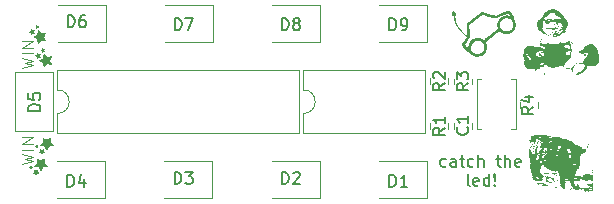
<source format=gbr>
%TF.GenerationSoftware,KiCad,Pcbnew,9.0.6*%
%TF.CreationDate,2025-11-06T17:37:23+11:00*%
%TF.ProjectId,catch-the-led,63617463-682d-4746-9865-2d6c65642e6b,rev?*%
%TF.SameCoordinates,Original*%
%TF.FileFunction,Legend,Top*%
%TF.FilePolarity,Positive*%
%FSLAX46Y46*%
G04 Gerber Fmt 4.6, Leading zero omitted, Abs format (unit mm)*
G04 Created by KiCad (PCBNEW 9.0.6) date 2025-11-06 17:37:23*
%MOMM*%
%LPD*%
G01*
G04 APERTURE LIST*
%ADD10C,0.200000*%
%ADD11C,0.100000*%
%ADD12C,0.150000*%
%ADD13C,0.000000*%
%ADD14C,0.120000*%
G04 APERTURE END LIST*
D10*
X164958744Y-104930156D02*
X164863506Y-104977775D01*
X164863506Y-104977775D02*
X164673030Y-104977775D01*
X164673030Y-104977775D02*
X164577792Y-104930156D01*
X164577792Y-104930156D02*
X164530173Y-104882536D01*
X164530173Y-104882536D02*
X164482554Y-104787298D01*
X164482554Y-104787298D02*
X164482554Y-104501584D01*
X164482554Y-104501584D02*
X164530173Y-104406346D01*
X164530173Y-104406346D02*
X164577792Y-104358727D01*
X164577792Y-104358727D02*
X164673030Y-104311108D01*
X164673030Y-104311108D02*
X164863506Y-104311108D01*
X164863506Y-104311108D02*
X164958744Y-104358727D01*
X165815887Y-104977775D02*
X165815887Y-104453965D01*
X165815887Y-104453965D02*
X165768268Y-104358727D01*
X165768268Y-104358727D02*
X165673030Y-104311108D01*
X165673030Y-104311108D02*
X165482554Y-104311108D01*
X165482554Y-104311108D02*
X165387316Y-104358727D01*
X165815887Y-104930156D02*
X165720649Y-104977775D01*
X165720649Y-104977775D02*
X165482554Y-104977775D01*
X165482554Y-104977775D02*
X165387316Y-104930156D01*
X165387316Y-104930156D02*
X165339697Y-104834917D01*
X165339697Y-104834917D02*
X165339697Y-104739679D01*
X165339697Y-104739679D02*
X165387316Y-104644441D01*
X165387316Y-104644441D02*
X165482554Y-104596822D01*
X165482554Y-104596822D02*
X165720649Y-104596822D01*
X165720649Y-104596822D02*
X165815887Y-104549203D01*
X166149221Y-104311108D02*
X166530173Y-104311108D01*
X166292078Y-103977775D02*
X166292078Y-104834917D01*
X166292078Y-104834917D02*
X166339697Y-104930156D01*
X166339697Y-104930156D02*
X166434935Y-104977775D01*
X166434935Y-104977775D02*
X166530173Y-104977775D01*
X167292078Y-104930156D02*
X167196840Y-104977775D01*
X167196840Y-104977775D02*
X167006364Y-104977775D01*
X167006364Y-104977775D02*
X166911126Y-104930156D01*
X166911126Y-104930156D02*
X166863507Y-104882536D01*
X166863507Y-104882536D02*
X166815888Y-104787298D01*
X166815888Y-104787298D02*
X166815888Y-104501584D01*
X166815888Y-104501584D02*
X166863507Y-104406346D01*
X166863507Y-104406346D02*
X166911126Y-104358727D01*
X166911126Y-104358727D02*
X167006364Y-104311108D01*
X167006364Y-104311108D02*
X167196840Y-104311108D01*
X167196840Y-104311108D02*
X167292078Y-104358727D01*
X167720650Y-104977775D02*
X167720650Y-103977775D01*
X168149221Y-104977775D02*
X168149221Y-104453965D01*
X168149221Y-104453965D02*
X168101602Y-104358727D01*
X168101602Y-104358727D02*
X168006364Y-104311108D01*
X168006364Y-104311108D02*
X167863507Y-104311108D01*
X167863507Y-104311108D02*
X167768269Y-104358727D01*
X167768269Y-104358727D02*
X167720650Y-104406346D01*
X169244460Y-104311108D02*
X169625412Y-104311108D01*
X169387317Y-103977775D02*
X169387317Y-104834917D01*
X169387317Y-104834917D02*
X169434936Y-104930156D01*
X169434936Y-104930156D02*
X169530174Y-104977775D01*
X169530174Y-104977775D02*
X169625412Y-104977775D01*
X169958746Y-104977775D02*
X169958746Y-103977775D01*
X170387317Y-104977775D02*
X170387317Y-104453965D01*
X170387317Y-104453965D02*
X170339698Y-104358727D01*
X170339698Y-104358727D02*
X170244460Y-104311108D01*
X170244460Y-104311108D02*
X170101603Y-104311108D01*
X170101603Y-104311108D02*
X170006365Y-104358727D01*
X170006365Y-104358727D02*
X169958746Y-104406346D01*
X171244460Y-104930156D02*
X171149222Y-104977775D01*
X171149222Y-104977775D02*
X170958746Y-104977775D01*
X170958746Y-104977775D02*
X170863508Y-104930156D01*
X170863508Y-104930156D02*
X170815889Y-104834917D01*
X170815889Y-104834917D02*
X170815889Y-104453965D01*
X170815889Y-104453965D02*
X170863508Y-104358727D01*
X170863508Y-104358727D02*
X170958746Y-104311108D01*
X170958746Y-104311108D02*
X171149222Y-104311108D01*
X171149222Y-104311108D02*
X171244460Y-104358727D01*
X171244460Y-104358727D02*
X171292079Y-104453965D01*
X171292079Y-104453965D02*
X171292079Y-104549203D01*
X171292079Y-104549203D02*
X170815889Y-104644441D01*
X166958745Y-106587719D02*
X166863507Y-106540100D01*
X166863507Y-106540100D02*
X166815888Y-106444861D01*
X166815888Y-106444861D02*
X166815888Y-105587719D01*
X167720650Y-106540100D02*
X167625412Y-106587719D01*
X167625412Y-106587719D02*
X167434936Y-106587719D01*
X167434936Y-106587719D02*
X167339698Y-106540100D01*
X167339698Y-106540100D02*
X167292079Y-106444861D01*
X167292079Y-106444861D02*
X167292079Y-106063909D01*
X167292079Y-106063909D02*
X167339698Y-105968671D01*
X167339698Y-105968671D02*
X167434936Y-105921052D01*
X167434936Y-105921052D02*
X167625412Y-105921052D01*
X167625412Y-105921052D02*
X167720650Y-105968671D01*
X167720650Y-105968671D02*
X167768269Y-106063909D01*
X167768269Y-106063909D02*
X167768269Y-106159147D01*
X167768269Y-106159147D02*
X167292079Y-106254385D01*
X168625412Y-106587719D02*
X168625412Y-105587719D01*
X168625412Y-106540100D02*
X168530174Y-106587719D01*
X168530174Y-106587719D02*
X168339698Y-106587719D01*
X168339698Y-106587719D02*
X168244460Y-106540100D01*
X168244460Y-106540100D02*
X168196841Y-106492480D01*
X168196841Y-106492480D02*
X168149222Y-106397242D01*
X168149222Y-106397242D02*
X168149222Y-106111528D01*
X168149222Y-106111528D02*
X168196841Y-106016290D01*
X168196841Y-106016290D02*
X168244460Y-105968671D01*
X168244460Y-105968671D02*
X168339698Y-105921052D01*
X168339698Y-105921052D02*
X168530174Y-105921052D01*
X168530174Y-105921052D02*
X168625412Y-105968671D01*
X169101603Y-106492480D02*
X169149222Y-106540100D01*
X169149222Y-106540100D02*
X169101603Y-106587719D01*
X169101603Y-106587719D02*
X169053984Y-106540100D01*
X169053984Y-106540100D02*
X169101603Y-106492480D01*
X169101603Y-106492480D02*
X169101603Y-106587719D01*
X169101603Y-106206766D02*
X169053984Y-105635338D01*
X169053984Y-105635338D02*
X169101603Y-105587719D01*
X169101603Y-105587719D02*
X169149222Y-105635338D01*
X169149222Y-105635338D02*
X169101603Y-106206766D01*
X169101603Y-106206766D02*
X169101603Y-105587719D01*
D11*
X131660500Y-96970500D02*
X131675500Y-97911000D01*
X128505500Y-96970500D02*
X131660500Y-96970500D01*
X128505500Y-97911000D02*
X128505500Y-96970500D01*
X129032919Y-96606150D02*
X130032919Y-96368055D01*
X130032919Y-96368055D02*
X129318633Y-96177579D01*
X129318633Y-96177579D02*
X130032919Y-95987103D01*
X130032919Y-95987103D02*
X129032919Y-95749008D01*
X130032919Y-95368055D02*
X129032919Y-95368055D01*
X130032919Y-94891865D02*
X129032919Y-94891865D01*
X129032919Y-94891865D02*
X130032919Y-94320437D01*
X130032919Y-94320437D02*
X129032919Y-94320437D01*
X129032919Y-104761853D02*
X130032919Y-104523758D01*
X130032919Y-104523758D02*
X129318633Y-104333282D01*
X129318633Y-104333282D02*
X130032919Y-104142806D01*
X130032919Y-104142806D02*
X129032919Y-103904711D01*
X130032919Y-103523758D02*
X129032919Y-103523758D01*
X130032919Y-103047568D02*
X129032919Y-103047568D01*
X129032919Y-103047568D02*
X130032919Y-102476140D01*
X130032919Y-102476140D02*
X129032919Y-102476140D01*
D12*
X160172405Y-106675319D02*
X160172405Y-105675319D01*
X160172405Y-105675319D02*
X160410500Y-105675319D01*
X160410500Y-105675319D02*
X160553357Y-105722938D01*
X160553357Y-105722938D02*
X160648595Y-105818176D01*
X160648595Y-105818176D02*
X160696214Y-105913414D01*
X160696214Y-105913414D02*
X160743833Y-106103890D01*
X160743833Y-106103890D02*
X160743833Y-106246747D01*
X160743833Y-106246747D02*
X160696214Y-106437223D01*
X160696214Y-106437223D02*
X160648595Y-106532461D01*
X160648595Y-106532461D02*
X160553357Y-106627700D01*
X160553357Y-106627700D02*
X160410500Y-106675319D01*
X160410500Y-106675319D02*
X160172405Y-106675319D01*
X161696214Y-106675319D02*
X161124786Y-106675319D01*
X161410500Y-106675319D02*
X161410500Y-105675319D01*
X161410500Y-105675319D02*
X161315262Y-105818176D01*
X161315262Y-105818176D02*
X161220024Y-105913414D01*
X161220024Y-105913414D02*
X161124786Y-105961033D01*
X141994905Y-106425319D02*
X141994905Y-105425319D01*
X141994905Y-105425319D02*
X142233000Y-105425319D01*
X142233000Y-105425319D02*
X142375857Y-105472938D01*
X142375857Y-105472938D02*
X142471095Y-105568176D01*
X142471095Y-105568176D02*
X142518714Y-105663414D01*
X142518714Y-105663414D02*
X142566333Y-105853890D01*
X142566333Y-105853890D02*
X142566333Y-105996747D01*
X142566333Y-105996747D02*
X142518714Y-106187223D01*
X142518714Y-106187223D02*
X142471095Y-106282461D01*
X142471095Y-106282461D02*
X142375857Y-106377700D01*
X142375857Y-106377700D02*
X142233000Y-106425319D01*
X142233000Y-106425319D02*
X141994905Y-106425319D01*
X142899667Y-105425319D02*
X143518714Y-105425319D01*
X143518714Y-105425319D02*
X143185381Y-105806271D01*
X143185381Y-105806271D02*
X143328238Y-105806271D01*
X143328238Y-105806271D02*
X143423476Y-105853890D01*
X143423476Y-105853890D02*
X143471095Y-105901509D01*
X143471095Y-105901509D02*
X143518714Y-105996747D01*
X143518714Y-105996747D02*
X143518714Y-106234842D01*
X143518714Y-106234842D02*
X143471095Y-106330080D01*
X143471095Y-106330080D02*
X143423476Y-106377700D01*
X143423476Y-106377700D02*
X143328238Y-106425319D01*
X143328238Y-106425319D02*
X143042524Y-106425319D01*
X143042524Y-106425319D02*
X142947286Y-106377700D01*
X142947286Y-106377700D02*
X142899667Y-106330080D01*
X130615319Y-100249094D02*
X129615319Y-100249094D01*
X129615319Y-100249094D02*
X129615319Y-100010999D01*
X129615319Y-100010999D02*
X129662938Y-99868142D01*
X129662938Y-99868142D02*
X129758176Y-99772904D01*
X129758176Y-99772904D02*
X129853414Y-99725285D01*
X129853414Y-99725285D02*
X130043890Y-99677666D01*
X130043890Y-99677666D02*
X130186747Y-99677666D01*
X130186747Y-99677666D02*
X130377223Y-99725285D01*
X130377223Y-99725285D02*
X130472461Y-99772904D01*
X130472461Y-99772904D02*
X130567700Y-99868142D01*
X130567700Y-99868142D02*
X130615319Y-100010999D01*
X130615319Y-100010999D02*
X130615319Y-100249094D01*
X129615319Y-98772904D02*
X129615319Y-99249094D01*
X129615319Y-99249094D02*
X130091509Y-99296713D01*
X130091509Y-99296713D02*
X130043890Y-99249094D01*
X130043890Y-99249094D02*
X129996271Y-99153856D01*
X129996271Y-99153856D02*
X129996271Y-98915761D01*
X129996271Y-98915761D02*
X130043890Y-98820523D01*
X130043890Y-98820523D02*
X130091509Y-98772904D01*
X130091509Y-98772904D02*
X130186747Y-98725285D01*
X130186747Y-98725285D02*
X130424842Y-98725285D01*
X130424842Y-98725285D02*
X130520080Y-98772904D01*
X130520080Y-98772904D02*
X130567700Y-98820523D01*
X130567700Y-98820523D02*
X130615319Y-98915761D01*
X130615319Y-98915761D02*
X130615319Y-99153856D01*
X130615319Y-99153856D02*
X130567700Y-99249094D01*
X130567700Y-99249094D02*
X130520080Y-99296713D01*
X160172405Y-93425319D02*
X160172405Y-92425319D01*
X160172405Y-92425319D02*
X160410500Y-92425319D01*
X160410500Y-92425319D02*
X160553357Y-92472938D01*
X160553357Y-92472938D02*
X160648595Y-92568176D01*
X160648595Y-92568176D02*
X160696214Y-92663414D01*
X160696214Y-92663414D02*
X160743833Y-92853890D01*
X160743833Y-92853890D02*
X160743833Y-92996747D01*
X160743833Y-92996747D02*
X160696214Y-93187223D01*
X160696214Y-93187223D02*
X160648595Y-93282461D01*
X160648595Y-93282461D02*
X160553357Y-93377700D01*
X160553357Y-93377700D02*
X160410500Y-93425319D01*
X160410500Y-93425319D02*
X160172405Y-93425319D01*
X161220024Y-93425319D02*
X161410500Y-93425319D01*
X161410500Y-93425319D02*
X161505738Y-93377700D01*
X161505738Y-93377700D02*
X161553357Y-93330080D01*
X161553357Y-93330080D02*
X161648595Y-93187223D01*
X161648595Y-93187223D02*
X161696214Y-92996747D01*
X161696214Y-92996747D02*
X161696214Y-92615795D01*
X161696214Y-92615795D02*
X161648595Y-92520557D01*
X161648595Y-92520557D02*
X161600976Y-92472938D01*
X161600976Y-92472938D02*
X161505738Y-92425319D01*
X161505738Y-92425319D02*
X161315262Y-92425319D01*
X161315262Y-92425319D02*
X161220024Y-92472938D01*
X161220024Y-92472938D02*
X161172405Y-92520557D01*
X161172405Y-92520557D02*
X161124786Y-92615795D01*
X161124786Y-92615795D02*
X161124786Y-92853890D01*
X161124786Y-92853890D02*
X161172405Y-92949128D01*
X161172405Y-92949128D02*
X161220024Y-92996747D01*
X161220024Y-92996747D02*
X161315262Y-93044366D01*
X161315262Y-93044366D02*
X161505738Y-93044366D01*
X161505738Y-93044366D02*
X161600976Y-92996747D01*
X161600976Y-92996747D02*
X161648595Y-92949128D01*
X161648595Y-92949128D02*
X161696214Y-92853890D01*
X164865319Y-97887166D02*
X164389128Y-98220499D01*
X164865319Y-98458594D02*
X163865319Y-98458594D01*
X163865319Y-98458594D02*
X163865319Y-98077642D01*
X163865319Y-98077642D02*
X163912938Y-97982404D01*
X163912938Y-97982404D02*
X163960557Y-97934785D01*
X163960557Y-97934785D02*
X164055795Y-97887166D01*
X164055795Y-97887166D02*
X164198652Y-97887166D01*
X164198652Y-97887166D02*
X164293890Y-97934785D01*
X164293890Y-97934785D02*
X164341509Y-97982404D01*
X164341509Y-97982404D02*
X164389128Y-98077642D01*
X164389128Y-98077642D02*
X164389128Y-98458594D01*
X163960557Y-97506213D02*
X163912938Y-97458594D01*
X163912938Y-97458594D02*
X163865319Y-97363356D01*
X163865319Y-97363356D02*
X163865319Y-97125261D01*
X163865319Y-97125261D02*
X163912938Y-97030023D01*
X163912938Y-97030023D02*
X163960557Y-96982404D01*
X163960557Y-96982404D02*
X164055795Y-96934785D01*
X164055795Y-96934785D02*
X164151033Y-96934785D01*
X164151033Y-96934785D02*
X164293890Y-96982404D01*
X164293890Y-96982404D02*
X164865319Y-97553832D01*
X164865319Y-97553832D02*
X164865319Y-96934785D01*
X132908405Y-106675319D02*
X132908405Y-105675319D01*
X132908405Y-105675319D02*
X133146500Y-105675319D01*
X133146500Y-105675319D02*
X133289357Y-105722938D01*
X133289357Y-105722938D02*
X133384595Y-105818176D01*
X133384595Y-105818176D02*
X133432214Y-105913414D01*
X133432214Y-105913414D02*
X133479833Y-106103890D01*
X133479833Y-106103890D02*
X133479833Y-106246747D01*
X133479833Y-106246747D02*
X133432214Y-106437223D01*
X133432214Y-106437223D02*
X133384595Y-106532461D01*
X133384595Y-106532461D02*
X133289357Y-106627700D01*
X133289357Y-106627700D02*
X133146500Y-106675319D01*
X133146500Y-106675319D02*
X132908405Y-106675319D01*
X134336976Y-106008652D02*
X134336976Y-106675319D01*
X134098881Y-105627700D02*
X133860786Y-106341985D01*
X133860786Y-106341985D02*
X134479833Y-106341985D01*
X166865319Y-97922166D02*
X166389128Y-98255499D01*
X166865319Y-98493594D02*
X165865319Y-98493594D01*
X165865319Y-98493594D02*
X165865319Y-98112642D01*
X165865319Y-98112642D02*
X165912938Y-98017404D01*
X165912938Y-98017404D02*
X165960557Y-97969785D01*
X165960557Y-97969785D02*
X166055795Y-97922166D01*
X166055795Y-97922166D02*
X166198652Y-97922166D01*
X166198652Y-97922166D02*
X166293890Y-97969785D01*
X166293890Y-97969785D02*
X166341509Y-98017404D01*
X166341509Y-98017404D02*
X166389128Y-98112642D01*
X166389128Y-98112642D02*
X166389128Y-98493594D01*
X165865319Y-97588832D02*
X165865319Y-96969785D01*
X165865319Y-96969785D02*
X166246271Y-97303118D01*
X166246271Y-97303118D02*
X166246271Y-97160261D01*
X166246271Y-97160261D02*
X166293890Y-97065023D01*
X166293890Y-97065023D02*
X166341509Y-97017404D01*
X166341509Y-97017404D02*
X166436747Y-96969785D01*
X166436747Y-96969785D02*
X166674842Y-96969785D01*
X166674842Y-96969785D02*
X166770080Y-97017404D01*
X166770080Y-97017404D02*
X166817700Y-97065023D01*
X166817700Y-97065023D02*
X166865319Y-97160261D01*
X166865319Y-97160261D02*
X166865319Y-97445975D01*
X166865319Y-97445975D02*
X166817700Y-97541213D01*
X166817700Y-97541213D02*
X166770080Y-97588832D01*
X132944905Y-93175319D02*
X132944905Y-92175319D01*
X132944905Y-92175319D02*
X133183000Y-92175319D01*
X133183000Y-92175319D02*
X133325857Y-92222938D01*
X133325857Y-92222938D02*
X133421095Y-92318176D01*
X133421095Y-92318176D02*
X133468714Y-92413414D01*
X133468714Y-92413414D02*
X133516333Y-92603890D01*
X133516333Y-92603890D02*
X133516333Y-92746747D01*
X133516333Y-92746747D02*
X133468714Y-92937223D01*
X133468714Y-92937223D02*
X133421095Y-93032461D01*
X133421095Y-93032461D02*
X133325857Y-93127700D01*
X133325857Y-93127700D02*
X133183000Y-93175319D01*
X133183000Y-93175319D02*
X132944905Y-93175319D01*
X134373476Y-92175319D02*
X134183000Y-92175319D01*
X134183000Y-92175319D02*
X134087762Y-92222938D01*
X134087762Y-92222938D02*
X134040143Y-92270557D01*
X134040143Y-92270557D02*
X133944905Y-92413414D01*
X133944905Y-92413414D02*
X133897286Y-92603890D01*
X133897286Y-92603890D02*
X133897286Y-92984842D01*
X133897286Y-92984842D02*
X133944905Y-93080080D01*
X133944905Y-93080080D02*
X133992524Y-93127700D01*
X133992524Y-93127700D02*
X134087762Y-93175319D01*
X134087762Y-93175319D02*
X134278238Y-93175319D01*
X134278238Y-93175319D02*
X134373476Y-93127700D01*
X134373476Y-93127700D02*
X134421095Y-93080080D01*
X134421095Y-93080080D02*
X134468714Y-92984842D01*
X134468714Y-92984842D02*
X134468714Y-92746747D01*
X134468714Y-92746747D02*
X134421095Y-92651509D01*
X134421095Y-92651509D02*
X134373476Y-92603890D01*
X134373476Y-92603890D02*
X134278238Y-92556271D01*
X134278238Y-92556271D02*
X134087762Y-92556271D01*
X134087762Y-92556271D02*
X133992524Y-92603890D01*
X133992524Y-92603890D02*
X133944905Y-92651509D01*
X133944905Y-92651509D02*
X133897286Y-92746747D01*
X164865319Y-101689166D02*
X164389128Y-102022499D01*
X164865319Y-102260594D02*
X163865319Y-102260594D01*
X163865319Y-102260594D02*
X163865319Y-101879642D01*
X163865319Y-101879642D02*
X163912938Y-101784404D01*
X163912938Y-101784404D02*
X163960557Y-101736785D01*
X163960557Y-101736785D02*
X164055795Y-101689166D01*
X164055795Y-101689166D02*
X164198652Y-101689166D01*
X164198652Y-101689166D02*
X164293890Y-101736785D01*
X164293890Y-101736785D02*
X164341509Y-101784404D01*
X164341509Y-101784404D02*
X164389128Y-101879642D01*
X164389128Y-101879642D02*
X164389128Y-102260594D01*
X164865319Y-100736785D02*
X164865319Y-101308213D01*
X164865319Y-101022499D02*
X163865319Y-101022499D01*
X163865319Y-101022499D02*
X164008176Y-101117737D01*
X164008176Y-101117737D02*
X164103414Y-101212975D01*
X164103414Y-101212975D02*
X164151033Y-101308213D01*
X151063572Y-93425319D02*
X151063572Y-92425319D01*
X151063572Y-92425319D02*
X151301667Y-92425319D01*
X151301667Y-92425319D02*
X151444524Y-92472938D01*
X151444524Y-92472938D02*
X151539762Y-92568176D01*
X151539762Y-92568176D02*
X151587381Y-92663414D01*
X151587381Y-92663414D02*
X151635000Y-92853890D01*
X151635000Y-92853890D02*
X151635000Y-92996747D01*
X151635000Y-92996747D02*
X151587381Y-93187223D01*
X151587381Y-93187223D02*
X151539762Y-93282461D01*
X151539762Y-93282461D02*
X151444524Y-93377700D01*
X151444524Y-93377700D02*
X151301667Y-93425319D01*
X151301667Y-93425319D02*
X151063572Y-93425319D01*
X152206429Y-92853890D02*
X152111191Y-92806271D01*
X152111191Y-92806271D02*
X152063572Y-92758652D01*
X152063572Y-92758652D02*
X152015953Y-92663414D01*
X152015953Y-92663414D02*
X152015953Y-92615795D01*
X152015953Y-92615795D02*
X152063572Y-92520557D01*
X152063572Y-92520557D02*
X152111191Y-92472938D01*
X152111191Y-92472938D02*
X152206429Y-92425319D01*
X152206429Y-92425319D02*
X152396905Y-92425319D01*
X152396905Y-92425319D02*
X152492143Y-92472938D01*
X152492143Y-92472938D02*
X152539762Y-92520557D01*
X152539762Y-92520557D02*
X152587381Y-92615795D01*
X152587381Y-92615795D02*
X152587381Y-92663414D01*
X152587381Y-92663414D02*
X152539762Y-92758652D01*
X152539762Y-92758652D02*
X152492143Y-92806271D01*
X152492143Y-92806271D02*
X152396905Y-92853890D01*
X152396905Y-92853890D02*
X152206429Y-92853890D01*
X152206429Y-92853890D02*
X152111191Y-92901509D01*
X152111191Y-92901509D02*
X152063572Y-92949128D01*
X152063572Y-92949128D02*
X152015953Y-93044366D01*
X152015953Y-93044366D02*
X152015953Y-93234842D01*
X152015953Y-93234842D02*
X152063572Y-93330080D01*
X152063572Y-93330080D02*
X152111191Y-93377700D01*
X152111191Y-93377700D02*
X152206429Y-93425319D01*
X152206429Y-93425319D02*
X152396905Y-93425319D01*
X152396905Y-93425319D02*
X152492143Y-93377700D01*
X152492143Y-93377700D02*
X152539762Y-93330080D01*
X152539762Y-93330080D02*
X152587381Y-93234842D01*
X152587381Y-93234842D02*
X152587381Y-93044366D01*
X152587381Y-93044366D02*
X152539762Y-92949128D01*
X152539762Y-92949128D02*
X152492143Y-92901509D01*
X152492143Y-92901509D02*
X152396905Y-92853890D01*
X151081405Y-106425319D02*
X151081405Y-105425319D01*
X151081405Y-105425319D02*
X151319500Y-105425319D01*
X151319500Y-105425319D02*
X151462357Y-105472938D01*
X151462357Y-105472938D02*
X151557595Y-105568176D01*
X151557595Y-105568176D02*
X151605214Y-105663414D01*
X151605214Y-105663414D02*
X151652833Y-105853890D01*
X151652833Y-105853890D02*
X151652833Y-105996747D01*
X151652833Y-105996747D02*
X151605214Y-106187223D01*
X151605214Y-106187223D02*
X151557595Y-106282461D01*
X151557595Y-106282461D02*
X151462357Y-106377700D01*
X151462357Y-106377700D02*
X151319500Y-106425319D01*
X151319500Y-106425319D02*
X151081405Y-106425319D01*
X152033786Y-105520557D02*
X152081405Y-105472938D01*
X152081405Y-105472938D02*
X152176643Y-105425319D01*
X152176643Y-105425319D02*
X152414738Y-105425319D01*
X152414738Y-105425319D02*
X152509976Y-105472938D01*
X152509976Y-105472938D02*
X152557595Y-105520557D01*
X152557595Y-105520557D02*
X152605214Y-105615795D01*
X152605214Y-105615795D02*
X152605214Y-105711033D01*
X152605214Y-105711033D02*
X152557595Y-105853890D01*
X152557595Y-105853890D02*
X151986167Y-106425319D01*
X151986167Y-106425319D02*
X152605214Y-106425319D01*
X166770080Y-101637166D02*
X166817700Y-101684785D01*
X166817700Y-101684785D02*
X166865319Y-101827642D01*
X166865319Y-101827642D02*
X166865319Y-101922880D01*
X166865319Y-101922880D02*
X166817700Y-102065737D01*
X166817700Y-102065737D02*
X166722461Y-102160975D01*
X166722461Y-102160975D02*
X166627223Y-102208594D01*
X166627223Y-102208594D02*
X166436747Y-102256213D01*
X166436747Y-102256213D02*
X166293890Y-102256213D01*
X166293890Y-102256213D02*
X166103414Y-102208594D01*
X166103414Y-102208594D02*
X166008176Y-102160975D01*
X166008176Y-102160975D02*
X165912938Y-102065737D01*
X165912938Y-102065737D02*
X165865319Y-101922880D01*
X165865319Y-101922880D02*
X165865319Y-101827642D01*
X165865319Y-101827642D02*
X165912938Y-101684785D01*
X165912938Y-101684785D02*
X165960557Y-101637166D01*
X166865319Y-100684785D02*
X166865319Y-101256213D01*
X166865319Y-100970499D02*
X165865319Y-100970499D01*
X165865319Y-100970499D02*
X166008176Y-101065737D01*
X166008176Y-101065737D02*
X166103414Y-101160975D01*
X166103414Y-101160975D02*
X166151033Y-101256213D01*
X172365319Y-99911166D02*
X171889128Y-100244499D01*
X172365319Y-100482594D02*
X171365319Y-100482594D01*
X171365319Y-100482594D02*
X171365319Y-100101642D01*
X171365319Y-100101642D02*
X171412938Y-100006404D01*
X171412938Y-100006404D02*
X171460557Y-99958785D01*
X171460557Y-99958785D02*
X171555795Y-99911166D01*
X171555795Y-99911166D02*
X171698652Y-99911166D01*
X171698652Y-99911166D02*
X171793890Y-99958785D01*
X171793890Y-99958785D02*
X171841509Y-100006404D01*
X171841509Y-100006404D02*
X171889128Y-100101642D01*
X171889128Y-100101642D02*
X171889128Y-100482594D01*
X171698652Y-99054023D02*
X172365319Y-99054023D01*
X171317700Y-99292118D02*
X172031985Y-99530213D01*
X172031985Y-99530213D02*
X172031985Y-98911166D01*
X142004238Y-93425319D02*
X142004238Y-92425319D01*
X142004238Y-92425319D02*
X142242333Y-92425319D01*
X142242333Y-92425319D02*
X142385190Y-92472938D01*
X142385190Y-92472938D02*
X142480428Y-92568176D01*
X142480428Y-92568176D02*
X142528047Y-92663414D01*
X142528047Y-92663414D02*
X142575666Y-92853890D01*
X142575666Y-92853890D02*
X142575666Y-92996747D01*
X142575666Y-92996747D02*
X142528047Y-93187223D01*
X142528047Y-93187223D02*
X142480428Y-93282461D01*
X142480428Y-93282461D02*
X142385190Y-93377700D01*
X142385190Y-93377700D02*
X142242333Y-93425319D01*
X142242333Y-93425319D02*
X142004238Y-93425319D01*
X142909000Y-92425319D02*
X143575666Y-92425319D01*
X143575666Y-92425319D02*
X143147095Y-93425319D01*
D13*
%TO.C,G\u002A\u002A\u002A*%
G36*
X170368549Y-91784849D02*
G01*
X170409214Y-91817143D01*
X170417491Y-91825197D01*
X170461817Y-91875161D01*
X170516319Y-91945722D01*
X170575125Y-92028123D01*
X170632361Y-92113609D01*
X170682155Y-92193422D01*
X170718634Y-92258808D01*
X170735581Y-92299473D01*
X170738234Y-92363616D01*
X170726838Y-92412501D01*
X170716755Y-92446553D01*
X170720745Y-92479557D01*
X170742313Y-92523326D01*
X170774928Y-92574554D01*
X170841696Y-92710744D01*
X170876115Y-92864212D01*
X170877902Y-93028273D01*
X170846774Y-93196244D01*
X170805992Y-93310851D01*
X170750678Y-93403287D01*
X170667283Y-93498004D01*
X170565945Y-93585375D01*
X170456800Y-93655773D01*
X170427022Y-93670755D01*
X170372523Y-93694289D01*
X170321880Y-93709450D01*
X170263731Y-93718019D01*
X170186712Y-93721777D01*
X170096762Y-93722519D01*
X169996969Y-93721716D01*
X169926175Y-93718028D01*
X169873362Y-93709535D01*
X169827509Y-93694319D01*
X169777597Y-93670460D01*
X169767460Y-93665167D01*
X169692367Y-93621986D01*
X169618568Y-93573680D01*
X169582621Y-93546974D01*
X169506911Y-93486131D01*
X169311640Y-93634349D01*
X169238885Y-93690221D01*
X169142291Y-93765359D01*
X169029240Y-93853968D01*
X168907110Y-93950254D01*
X168783282Y-94048423D01*
X168720743Y-94098234D01*
X168325118Y-94413901D01*
X168372793Y-94508557D01*
X168429749Y-94664087D01*
X168451016Y-94826848D01*
X168438631Y-94990682D01*
X168394630Y-95149428D01*
X168321050Y-95296929D01*
X168219926Y-95427024D01*
X168093297Y-95533555D01*
X168019571Y-95576818D01*
X167849980Y-95641692D01*
X167672234Y-95667392D01*
X167486240Y-95653930D01*
X167441957Y-95645223D01*
X167300642Y-95598125D01*
X167172230Y-95519758D01*
X167049609Y-95405775D01*
X167048497Y-95404560D01*
X166981792Y-95338742D01*
X166928810Y-95301296D01*
X166903081Y-95293756D01*
X166846393Y-95279745D01*
X166780975Y-95244336D01*
X166723013Y-95197467D01*
X166698762Y-95168305D01*
X166674572Y-95134966D01*
X166631601Y-95078843D01*
X166576282Y-95008243D01*
X166524696Y-94943480D01*
X166437446Y-94830878D01*
X166376999Y-94740542D01*
X166342238Y-94666055D01*
X166334884Y-94619138D01*
X166583996Y-94619138D01*
X166595375Y-94645044D01*
X166625394Y-94692642D01*
X166667874Y-94753676D01*
X166716635Y-94819887D01*
X166765501Y-94883017D01*
X166808291Y-94934807D01*
X166838828Y-94966999D01*
X166849121Y-94973504D01*
X166857211Y-94955352D01*
X166862689Y-94908321D01*
X166864217Y-94857720D01*
X166865679Y-94845950D01*
X167088596Y-94845950D01*
X167091632Y-94954426D01*
X167123423Y-95070851D01*
X167162525Y-95166498D01*
X167202782Y-95235528D01*
X167252747Y-95290664D01*
X167294103Y-95324792D01*
X167381817Y-95381150D01*
X167472452Y-95414492D01*
X167578680Y-95428248D01*
X167674855Y-95427830D01*
X167764257Y-95421838D01*
X167828274Y-95410265D01*
X167881511Y-95389399D01*
X167925052Y-95364215D01*
X168051502Y-95263036D01*
X168144230Y-95141684D01*
X168201884Y-95002361D01*
X168221806Y-94880087D01*
X168222969Y-94797218D01*
X168211094Y-94728774D01*
X168181947Y-94652397D01*
X168176319Y-94639957D01*
X168126833Y-94544208D01*
X168074051Y-94474151D01*
X168006192Y-94416354D01*
X167946284Y-94377717D01*
X167898921Y-94351624D01*
X167855080Y-94335461D01*
X167802903Y-94326946D01*
X167730528Y-94323796D01*
X167664847Y-94323551D01*
X167559861Y-94326053D01*
X167482870Y-94335459D01*
X167421950Y-94355702D01*
X167365176Y-94390717D01*
X167301940Y-94443266D01*
X167200326Y-94553034D01*
X167132661Y-94674284D01*
X167113970Y-94727324D01*
X167088596Y-94845950D01*
X166865679Y-94845950D01*
X166883055Y-94706044D01*
X166936145Y-94555559D01*
X167018352Y-94414607D01*
X167124542Y-94291531D01*
X167249579Y-94194674D01*
X167284548Y-94174812D01*
X167377433Y-94134776D01*
X167485769Y-94101308D01*
X167591816Y-94079165D01*
X167665039Y-94072795D01*
X167769960Y-94082870D01*
X167886432Y-94109714D01*
X167996244Y-94148252D01*
X168069172Y-94185413D01*
X168121073Y-94213463D01*
X168161191Y-94226850D01*
X168172108Y-94226408D01*
X168194559Y-94211338D01*
X168242643Y-94175268D01*
X168310902Y-94122414D01*
X168393881Y-94056998D01*
X168475486Y-93991795D01*
X168594670Y-93896840D01*
X168731673Y-93789043D01*
X168872253Y-93679531D01*
X169002167Y-93579435D01*
X169045935Y-93546060D01*
X169139605Y-93474809D01*
X169222552Y-93411549D01*
X169289380Y-93360406D01*
X169334696Y-93325509D01*
X169352779Y-93311275D01*
X169358152Y-93284800D01*
X169351179Y-93236317D01*
X169346744Y-93219521D01*
X169307698Y-93030844D01*
X169306045Y-92886615D01*
X169533813Y-92886615D01*
X169535063Y-93034350D01*
X169572046Y-93165556D01*
X169645853Y-93282713D01*
X169752748Y-93384569D01*
X169882475Y-93464998D01*
X170015140Y-93505695D01*
X170152533Y-93506947D01*
X170292917Y-93470394D01*
X170431168Y-93399805D01*
X170536446Y-93306779D01*
X170608296Y-93191966D01*
X170646262Y-93056010D01*
X170652577Y-92959808D01*
X170644204Y-92842775D01*
X170616586Y-92746734D01*
X170563854Y-92656083D01*
X170515282Y-92594937D01*
X170410626Y-92502671D01*
X170283344Y-92441297D01*
X170138905Y-92413189D01*
X170092998Y-92411598D01*
X169972882Y-92417087D01*
X169879338Y-92436021D01*
X169800028Y-92472437D01*
X169722612Y-92530374D01*
X169718175Y-92534256D01*
X169624143Y-92635243D01*
X169564850Y-92745720D01*
X169535011Y-92875791D01*
X169533813Y-92886615D01*
X169306045Y-92886615D01*
X169305688Y-92855435D01*
X169341181Y-92690266D01*
X169414649Y-92532311D01*
X169465175Y-92455909D01*
X169560450Y-92356618D01*
X169683312Y-92276482D01*
X169825037Y-92217805D01*
X169976897Y-92182892D01*
X170130170Y-92174049D01*
X170276127Y-92193581D01*
X170357358Y-92220210D01*
X170405992Y-92238472D01*
X170436146Y-92245917D01*
X170439810Y-92245244D01*
X170435220Y-92224389D01*
X170410439Y-92184260D01*
X170373104Y-92134361D01*
X170330852Y-92084197D01*
X170291320Y-92043270D01*
X170262145Y-92021086D01*
X170258678Y-92019840D01*
X170217569Y-92021914D01*
X170146713Y-92038653D01*
X170052596Y-92067706D01*
X169941708Y-92106725D01*
X169820534Y-92153358D01*
X169695564Y-92205256D01*
X169573286Y-92260070D01*
X169505073Y-92292804D01*
X169410247Y-92338473D01*
X169323916Y-92377949D01*
X169254586Y-92407489D01*
X169210759Y-92423348D01*
X169205887Y-92424532D01*
X169161096Y-92424386D01*
X169091621Y-92414167D01*
X169010910Y-92395981D01*
X168993607Y-92391295D01*
X168898783Y-92365449D01*
X168799919Y-92339554D01*
X168717916Y-92319079D01*
X168715675Y-92318543D01*
X168651602Y-92301542D01*
X168560668Y-92275133D01*
X168453964Y-92242639D01*
X168342582Y-92207382D01*
X168318433Y-92199546D01*
X168209131Y-92163627D01*
X168129614Y-92139478D01*
X168071097Y-92128158D01*
X168024792Y-92130723D01*
X167981914Y-92148234D01*
X167933677Y-92181746D01*
X167871294Y-92232318D01*
X167841071Y-92257026D01*
X167781261Y-92304441D01*
X167700517Y-92366870D01*
X167610160Y-92435622D01*
X167534745Y-92492176D01*
X167435255Y-92567284D01*
X167326484Y-92651140D01*
X167223954Y-92731702D01*
X167165501Y-92778635D01*
X167094273Y-92835649D01*
X167033002Y-92882985D01*
X166989187Y-92914954D01*
X166971895Y-92925583D01*
X166943026Y-92951234D01*
X166936192Y-92964135D01*
X166934119Y-92994069D01*
X166936157Y-93055859D01*
X166941590Y-93141623D01*
X166949702Y-93243477D01*
X166959780Y-93353540D01*
X166971107Y-93463927D01*
X166982969Y-93566756D01*
X166994651Y-93654144D01*
X167003874Y-93710239D01*
X167016196Y-93796264D01*
X167023379Y-93887371D01*
X167024149Y-93920405D01*
X167019879Y-93987269D01*
X167002655Y-94039345D01*
X166965396Y-94095434D01*
X166951688Y-94112826D01*
X166864462Y-94223112D01*
X166783076Y-94328947D01*
X166711071Y-94425458D01*
X166651984Y-94507772D01*
X166609354Y-94571017D01*
X166586720Y-94610320D01*
X166583996Y-94619138D01*
X166334884Y-94619138D01*
X166332041Y-94601001D01*
X166345289Y-94538960D01*
X166380864Y-94473517D01*
X166431006Y-94406452D01*
X166484814Y-94339057D01*
X166550187Y-94256375D01*
X166614187Y-94174777D01*
X166622563Y-94164035D01*
X166730808Y-94025095D01*
X166539025Y-93843783D01*
X166316969Y-93622840D01*
X166130456Y-93413015D01*
X165977434Y-93211680D01*
X165855851Y-93016203D01*
X165788535Y-92881857D01*
X165754834Y-92798065D01*
X165719802Y-92695774D01*
X165686336Y-92585360D01*
X165657330Y-92477201D01*
X165635680Y-92381673D01*
X165624281Y-92309153D01*
X165623240Y-92289469D01*
X165615375Y-92246156D01*
X165584580Y-92217436D01*
X165554796Y-92203284D01*
X165489770Y-92163018D01*
X165454215Y-92104681D01*
X165443106Y-92019887D01*
X165443098Y-92016941D01*
X165458414Y-91929075D01*
X165503535Y-91866931D01*
X165569093Y-91834343D01*
X165646058Y-91830779D01*
X165720050Y-91864191D01*
X165790990Y-91931925D01*
X165832594Y-91997794D01*
X165838498Y-92060006D01*
X165808509Y-92127219D01*
X165786027Y-92157940D01*
X165748085Y-92218475D01*
X165734607Y-92269670D01*
X165735070Y-92275783D01*
X165775704Y-92495120D01*
X165835065Y-92698426D01*
X165916202Y-92891200D01*
X166022165Y-93078945D01*
X166156002Y-93267161D01*
X166320761Y-93461349D01*
X166489947Y-93637756D01*
X166575836Y-93722184D01*
X166652396Y-93795221D01*
X166715084Y-93852712D01*
X166759356Y-93890505D01*
X166780669Y-93904447D01*
X166781502Y-93904300D01*
X166785530Y-93881677D01*
X166783342Y-93829377D01*
X166775496Y-93757177D01*
X166771477Y-93728748D01*
X166761359Y-93650365D01*
X166749804Y-93543385D01*
X166737925Y-93419160D01*
X166726835Y-93289045D01*
X166721458Y-93218834D01*
X166711844Y-93090724D01*
X166706083Y-92995364D01*
X166706586Y-92925499D01*
X166715761Y-92873872D01*
X166736020Y-92833227D01*
X166769773Y-92796309D01*
X166819429Y-92755862D01*
X166887398Y-92704631D01*
X166893889Y-92699705D01*
X167119319Y-92527804D01*
X167317949Y-92375217D01*
X167495321Y-92237668D01*
X167653414Y-92113695D01*
X167736581Y-92048670D01*
X167811571Y-91991120D01*
X167871277Y-91946424D01*
X167908590Y-91919961D01*
X167913618Y-91916806D01*
X167973659Y-91896846D01*
X168056142Y-91895736D01*
X168164115Y-91913963D01*
X168300623Y-91952015D01*
X168445462Y-92001806D01*
X168500817Y-92020021D01*
X168581161Y-92043859D01*
X168678468Y-92071215D01*
X168784709Y-92099982D01*
X168891858Y-92128053D01*
X168991888Y-92153324D01*
X169076772Y-92173687D01*
X169138484Y-92187036D01*
X169167693Y-92191313D01*
X169198710Y-92182628D01*
X169257311Y-92158871D01*
X169335590Y-92123489D01*
X169425642Y-92079929D01*
X169442343Y-92071560D01*
X169565181Y-92013620D01*
X169702016Y-91955657D01*
X169844040Y-91900814D01*
X169982444Y-91852240D01*
X170108417Y-91813077D01*
X170213151Y-91786474D01*
X170266381Y-91777320D01*
X170327357Y-91773609D01*
X170368549Y-91784849D01*
G37*
G36*
X177067320Y-107076511D02*
G01*
X177067954Y-107095256D01*
X177046307Y-107112151D01*
X177035678Y-107115114D01*
X177011687Y-107107873D01*
X177007653Y-107094102D01*
X177021794Y-107072278D01*
X177042674Y-107067654D01*
X177067320Y-107076511D01*
G37*
G36*
X173425317Y-102269360D02*
G01*
X173477053Y-102285857D01*
X173529635Y-102312283D01*
X173570304Y-102343172D01*
X173575430Y-102348852D01*
X173609031Y-102365441D01*
X173639842Y-102364454D01*
X173670632Y-102362641D01*
X173672425Y-102375109D01*
X173672363Y-102375210D01*
X173666341Y-102391755D01*
X173681702Y-102389708D01*
X173721040Y-102368481D01*
X173732451Y-102361617D01*
X173768413Y-102341084D01*
X173787940Y-102338166D01*
X173803232Y-102352862D01*
X173809456Y-102361617D01*
X173840472Y-102387635D01*
X173865125Y-102394457D01*
X173891912Y-102402101D01*
X173897792Y-102412260D01*
X173887494Y-102422299D01*
X173880982Y-102419673D01*
X173866510Y-102423384D01*
X173864172Y-102434963D01*
X173853602Y-102451404D01*
X173826443Y-102445748D01*
X173789518Y-102420026D01*
X173778264Y-102409409D01*
X173751772Y-102390521D01*
X173719883Y-102390394D01*
X173692929Y-102398066D01*
X173647447Y-102412829D01*
X173613260Y-102423622D01*
X173612021Y-102423999D01*
X173600570Y-102432989D01*
X173619307Y-102446638D01*
X173625901Y-102449802D01*
X173659936Y-102459435D01*
X173677322Y-102448025D01*
X173694365Y-102438037D01*
X173722278Y-102453335D01*
X173740680Y-102469986D01*
X173730891Y-102470251D01*
X173727658Y-102469178D01*
X173700932Y-102472411D01*
X173688627Y-102496346D01*
X173696578Y-102529179D01*
X173697369Y-102530462D01*
X173709824Y-102543893D01*
X173712624Y-102532820D01*
X173725837Y-102518885D01*
X173755125Y-102522090D01*
X173795501Y-102523552D01*
X173819727Y-102514136D01*
X173839427Y-102507524D01*
X173856976Y-102528811D01*
X173861605Y-102538422D01*
X173882423Y-102567330D01*
X173904740Y-102564090D01*
X173929614Y-102528206D01*
X173942218Y-102500570D01*
X173966342Y-102462742D01*
X173992653Y-102447390D01*
X174013229Y-102455313D01*
X174020151Y-102487306D01*
X174019690Y-102492781D01*
X174022251Y-102518582D01*
X174032298Y-102520517D01*
X174044391Y-102497805D01*
X174049083Y-102460706D01*
X174053824Y-102425124D01*
X174073824Y-102412317D01*
X174091108Y-102411267D01*
X174124343Y-102419000D01*
X174131975Y-102436341D01*
X174110674Y-102454507D01*
X174107918Y-102455619D01*
X174082771Y-102470453D01*
X174087576Y-102482054D01*
X174118697Y-102488658D01*
X174172498Y-102488499D01*
X174175268Y-102488314D01*
X174232904Y-102486725D01*
X174266220Y-102493194D01*
X174283910Y-102509423D01*
X174284022Y-102509614D01*
X174297203Y-102527356D01*
X174302364Y-102515359D01*
X174302713Y-102512128D01*
X174303912Y-102481812D01*
X174303392Y-102474807D01*
X174313984Y-102453248D01*
X174347529Y-102442663D01*
X174394699Y-102444638D01*
X174428585Y-102453530D01*
X174478036Y-102468768D01*
X174518351Y-102477226D01*
X174525168Y-102477770D01*
X174562083Y-102489780D01*
X174581156Y-102503877D01*
X174607745Y-102520358D01*
X174621980Y-102519695D01*
X174636473Y-102522373D01*
X174637435Y-102527946D01*
X174623908Y-102543907D01*
X174613212Y-102545748D01*
X174584592Y-102555993D01*
X174578600Y-102562558D01*
X174577542Y-102577616D01*
X174595608Y-102578742D01*
X174622445Y-102568167D01*
X174647699Y-102548126D01*
X174648197Y-102547550D01*
X174679415Y-102525297D01*
X174720457Y-102528643D01*
X174797389Y-102558905D01*
X174863126Y-102599744D01*
X174893624Y-102628474D01*
X174913170Y-102646360D01*
X174940372Y-102656946D01*
X174983668Y-102662031D01*
X175051495Y-102663414D01*
X175057522Y-102663418D01*
X175133592Y-102665713D01*
X175178868Y-102672470D01*
X175192167Y-102682188D01*
X175206287Y-102693871D01*
X175235517Y-102692671D01*
X175274196Y-102694142D01*
X175287746Y-102707521D01*
X175310044Y-102727435D01*
X175326388Y-102730659D01*
X175361934Y-102742794D01*
X175376938Y-102755706D01*
X175387031Y-102776460D01*
X175369970Y-102791491D01*
X175357984Y-102796665D01*
X175318242Y-102812578D01*
X175361108Y-102813643D01*
X175400458Y-102808166D01*
X175421231Y-102797451D01*
X175450612Y-102788817D01*
X175499922Y-102793923D01*
X175560614Y-102809584D01*
X175624140Y-102832617D01*
X175681952Y-102859835D01*
X175725501Y-102888055D01*
X175746240Y-102914091D01*
X175746899Y-102918785D01*
X175758453Y-102937539D01*
X175788461Y-102970489D01*
X175822544Y-103003187D01*
X175862619Y-103042148D01*
X175890044Y-103073572D01*
X175898189Y-103088313D01*
X175888550Y-103094216D01*
X175876564Y-103086649D01*
X175859675Y-103080545D01*
X175852170Y-103103170D01*
X175851577Y-103109336D01*
X175861912Y-103150807D01*
X175880501Y-103167250D01*
X175915126Y-103182650D01*
X175925248Y-103176762D01*
X175913914Y-103148882D01*
X175903127Y-103124443D01*
X175911375Y-103123622D01*
X175915914Y-103126260D01*
X175941015Y-103135189D01*
X175990452Y-103148118D01*
X176055512Y-103162855D01*
X176088818Y-103169745D01*
X176214091Y-103202349D01*
X176310075Y-103243730D01*
X176322685Y-103251201D01*
X176373705Y-103279417D01*
X176417994Y-103297938D01*
X176438220Y-103302201D01*
X176460912Y-103309081D01*
X176460736Y-103319966D01*
X176454211Y-103359144D01*
X176476281Y-103401054D01*
X176523123Y-103439519D01*
X176540685Y-103449093D01*
X176592348Y-103470768D01*
X176637451Y-103476618D01*
X176695175Y-103469129D01*
X176695253Y-103469114D01*
X176742882Y-103460933D01*
X176773836Y-103457214D01*
X176780147Y-103457680D01*
X176791112Y-103472070D01*
X176815985Y-103503225D01*
X176827789Y-103517819D01*
X176864151Y-103579032D01*
X176870587Y-103634092D01*
X176846809Y-103679175D01*
X176828787Y-103718271D01*
X176832423Y-103743281D01*
X176837982Y-103768675D01*
X176827545Y-103767491D01*
X176820965Y-103762617D01*
X176792343Y-103754523D01*
X176752022Y-103757112D01*
X176713501Y-103767634D01*
X176690278Y-103783341D01*
X176688262Y-103789645D01*
X176675921Y-103798482D01*
X176663047Y-103795771D01*
X176642939Y-103798205D01*
X176637832Y-103823312D01*
X176631099Y-103850279D01*
X176612129Y-103850666D01*
X176590928Y-103853657D01*
X176577540Y-103885539D01*
X176576407Y-103890893D01*
X176561556Y-103930439D01*
X176541312Y-103937622D01*
X176518668Y-103912636D01*
X176506690Y-103886350D01*
X176490841Y-103852305D01*
X176478215Y-103847203D01*
X176470289Y-103856461D01*
X176456103Y-103871648D01*
X176445012Y-103855805D01*
X176443622Y-103852259D01*
X176425623Y-103825988D01*
X176409350Y-103830740D01*
X176402491Y-103863285D01*
X176395988Y-103906419D01*
X176380204Y-103956786D01*
X176378916Y-103959943D01*
X176366304Y-104006440D01*
X176354348Y-104080839D01*
X176343635Y-104177423D01*
X176334755Y-104290472D01*
X176328294Y-104414269D01*
X176326375Y-104470500D01*
X176322823Y-104534500D01*
X176316764Y-104588335D01*
X176309665Y-104619832D01*
X176303557Y-104637442D01*
X176298996Y-104661002D01*
X176295385Y-104696983D01*
X176292128Y-104751855D01*
X176288626Y-104832089D01*
X176287544Y-104859373D01*
X176281668Y-104907293D01*
X176266135Y-104931207D01*
X176251201Y-104937647D01*
X176233030Y-104944969D01*
X176222015Y-104960282D01*
X176215823Y-104991282D01*
X176212120Y-105045662D01*
X176211047Y-105070040D01*
X176206068Y-105101887D01*
X176196882Y-105126312D01*
X176188008Y-105135067D01*
X176183961Y-105119903D01*
X176183960Y-105119497D01*
X176173956Y-105106940D01*
X176166876Y-105109452D01*
X176156713Y-105128867D01*
X176158745Y-105134497D01*
X176155427Y-105154720D01*
X176148017Y-105161148D01*
X176136166Y-105163399D01*
X176139809Y-105154748D01*
X176136197Y-105133755D01*
X176117191Y-105117939D01*
X176091091Y-105108279D01*
X176083220Y-105121157D01*
X176083100Y-105125501D01*
X176084667Y-105150870D01*
X176085941Y-105155510D01*
X176081053Y-105171531D01*
X176066546Y-105201259D01*
X176052848Y-105244998D01*
X176046883Y-105301094D01*
X176047013Y-105314245D01*
X176046680Y-105358642D01*
X176039291Y-105376610D01*
X176022442Y-105375218D01*
X176003533Y-105373360D01*
X176004741Y-105394690D01*
X176006344Y-105399959D01*
X176005332Y-105442391D01*
X175983707Y-105501069D01*
X175980457Y-105507565D01*
X175955022Y-105562901D01*
X175935403Y-105615409D01*
X175931135Y-105630394D01*
X175917758Y-105678171D01*
X175905675Y-105712999D01*
X175900697Y-105735420D01*
X175910707Y-105733907D01*
X175931346Y-105735656D01*
X175935717Y-105742976D01*
X175957019Y-105755025D01*
X176011312Y-105762061D01*
X176078413Y-105764094D01*
X176139829Y-105766072D01*
X176184479Y-105770654D01*
X176205125Y-105776976D01*
X176205446Y-105779283D01*
X176211623Y-105786002D01*
X176234391Y-105781684D01*
X176260831Y-105777375D01*
X176260750Y-105788238D01*
X176261269Y-105798827D01*
X176288352Y-105791942D01*
X176289066Y-105791671D01*
X176341829Y-105786278D01*
X176418042Y-105799680D01*
X176486685Y-105812472D01*
X176531112Y-105809539D01*
X176536110Y-105807361D01*
X176559647Y-105801289D01*
X176564988Y-105815473D01*
X176557569Y-105831760D01*
X176551173Y-105830502D01*
X176544159Y-105835214D01*
X176547368Y-105848052D01*
X176565341Y-105872062D01*
X176584669Y-105863960D01*
X176595698Y-105840861D01*
X176615169Y-105814542D01*
X176643442Y-105818730D01*
X176664623Y-105838864D01*
X176684534Y-105851585D01*
X176692992Y-105846466D01*
X176694085Y-105820593D01*
X176670997Y-105798494D01*
X177377475Y-105798494D01*
X177385880Y-105806900D01*
X177394285Y-105798494D01*
X177385880Y-105790089D01*
X177377475Y-105798494D01*
X176670997Y-105798494D01*
X176664728Y-105792494D01*
X176634351Y-105775001D01*
X176603805Y-105754429D01*
X176602704Y-105748064D01*
X177158944Y-105748064D01*
X177167349Y-105756469D01*
X177175754Y-105748064D01*
X177167349Y-105739659D01*
X177158944Y-105748064D01*
X176602704Y-105748064D01*
X176600076Y-105732878D01*
X176605779Y-105719921D01*
X176631587Y-105693856D01*
X176653385Y-105680824D01*
X177074894Y-105680824D01*
X177083299Y-105689229D01*
X177091704Y-105680824D01*
X177083299Y-105672419D01*
X177074894Y-105680824D01*
X176653385Y-105680824D01*
X176675022Y-105667888D01*
X176689107Y-105661714D01*
X176729960Y-105641964D01*
X176753354Y-105624057D01*
X176755502Y-105619172D01*
X176766003Y-105611037D01*
X176773049Y-105614039D01*
X176798976Y-105613840D01*
X176799420Y-105613584D01*
X176822743Y-105613584D01*
X176831148Y-105621989D01*
X176839553Y-105613584D01*
X176831148Y-105605179D01*
X176822743Y-105613584D01*
X176799420Y-105613584D01*
X176815074Y-105604568D01*
X176842601Y-105592962D01*
X176863300Y-105603960D01*
X176894875Y-105614974D01*
X176947348Y-105618687D01*
X176972565Y-105617707D01*
X177024587Y-105616126D01*
X177050812Y-105621924D01*
X177058581Y-105636822D01*
X177058618Y-105637880D01*
X177061502Y-105655318D01*
X177071430Y-105647204D01*
X177091704Y-105647204D01*
X177100109Y-105655609D01*
X177108514Y-105647204D01*
X177100109Y-105638799D01*
X177091704Y-105647204D01*
X177071430Y-105647204D01*
X177074006Y-105645099D01*
X177079631Y-105638114D01*
X177097977Y-105621566D01*
X177116991Y-105630105D01*
X177128476Y-105641266D01*
X177144982Y-105664931D01*
X177142739Y-105675571D01*
X177141111Y-105688963D01*
X177151913Y-105702236D01*
X177167464Y-105712028D01*
X177171383Y-105696938D01*
X177169319Y-105673218D01*
X177169299Y-105640991D01*
X177177237Y-105631377D01*
X177178005Y-105631785D01*
X177188713Y-105653525D01*
X177192564Y-105687419D01*
X177198145Y-105733231D01*
X177215281Y-105747850D01*
X177240472Y-105735311D01*
X177256683Y-105725663D01*
X177255735Y-105732057D01*
X177255171Y-105759174D01*
X177262499Y-105774082D01*
X177274397Y-105788107D01*
X177271402Y-105772473D01*
X177270323Y-105769077D01*
X177270149Y-105744807D01*
X177278343Y-105739659D01*
X177281831Y-105731254D01*
X177360665Y-105731254D01*
X177369070Y-105739659D01*
X177377475Y-105731254D01*
X177369070Y-105722849D01*
X177360665Y-105731254D01*
X177281831Y-105731254D01*
X177282266Y-105730207D01*
X177269410Y-105713243D01*
X177245558Y-105680617D01*
X177252195Y-105658417D01*
X177269584Y-105649002D01*
X177301041Y-105639608D01*
X177305216Y-105647608D01*
X177293424Y-105664014D01*
X177282415Y-105685117D01*
X177291046Y-105689229D01*
X177308549Y-105674946D01*
X177320112Y-105647320D01*
X177332524Y-105619304D01*
X177344914Y-105614238D01*
X177352627Y-105635148D01*
X177350036Y-105646937D01*
X177347959Y-105677737D01*
X177361688Y-105697215D01*
X177380431Y-105695807D01*
X177385883Y-105679606D01*
X177375067Y-105669038D01*
X177361709Y-105657501D01*
X177377475Y-105659912D01*
X177386511Y-105678320D01*
X177394336Y-105724285D01*
X177400834Y-105791762D01*
X177405893Y-105874706D01*
X177409395Y-105967073D01*
X177411227Y-106062817D01*
X177411274Y-106155894D01*
X177409421Y-106240258D01*
X177405553Y-106309865D01*
X177399556Y-106358669D01*
X177391314Y-106380626D01*
X177391162Y-106380727D01*
X177378438Y-106392490D01*
X177390082Y-106394994D01*
X177397884Y-106403203D01*
X177403646Y-106429896D01*
X177407599Y-106478505D01*
X177409976Y-106552457D01*
X177411007Y-106655183D01*
X177411095Y-106706238D01*
X177410206Y-106823892D01*
X177407619Y-106915613D01*
X177403451Y-106979230D01*
X177397819Y-107012571D01*
X177394285Y-107017224D01*
X177377963Y-107004432D01*
X177377475Y-107000414D01*
X177364591Y-106986177D01*
X177335541Y-106985332D01*
X177304732Y-106997281D01*
X177296786Y-107003776D01*
X177279821Y-107013409D01*
X177276357Y-107007978D01*
X177269357Y-107005362D01*
X177261072Y-107015748D01*
X177245684Y-107030294D01*
X177225638Y-107018884D01*
X177219305Y-107012746D01*
X177195256Y-106978703D01*
X177200863Y-106956633D01*
X177230387Y-106949449D01*
X177274839Y-106939111D01*
X177297487Y-106926686D01*
X177315124Y-106909703D01*
X177313218Y-106891896D01*
X177290109Y-106861804D01*
X177287670Y-106858959D01*
X177253252Y-106827772D01*
X177219478Y-106821598D01*
X177205683Y-106824227D01*
X177174453Y-106839338D01*
X177170875Y-106865846D01*
X177171234Y-106867273D01*
X177170462Y-106891851D01*
X177145129Y-106899455D01*
X177139051Y-106899553D01*
X177098690Y-106907697D01*
X177077690Y-106920291D01*
X177069953Y-106936686D01*
X177087970Y-106951255D01*
X177112151Y-106961037D01*
X177140501Y-106974059D01*
X177142667Y-106981673D01*
X177137931Y-106982325D01*
X177112941Y-106990384D01*
X177108514Y-106998312D01*
X177093918Y-107011219D01*
X177058339Y-107023009D01*
X177053952Y-107023934D01*
X177008985Y-107026668D01*
X176981389Y-107009965D01*
X176978343Y-107006062D01*
X176945035Y-106979533D01*
X176923029Y-106972048D01*
X176877547Y-106979197D01*
X176831583Y-107006488D01*
X176800257Y-107044285D01*
X176797050Y-107052348D01*
X176787630Y-107074817D01*
X176772233Y-107081219D01*
X176740605Y-107073134D01*
X176716978Y-107064692D01*
X176685857Y-107049959D01*
X176683106Y-107037084D01*
X176721882Y-107037084D01*
X176731487Y-107043860D01*
X176747504Y-107033697D01*
X176765126Y-107013141D01*
X176765432Y-107004740D01*
X176746768Y-107004380D01*
X176727361Y-107021343D01*
X176721882Y-107037084D01*
X176683106Y-107037084D01*
X176682410Y-107033824D01*
X176691473Y-107019792D01*
X176704553Y-107001598D01*
X176696718Y-107005302D01*
X176679567Y-107018871D01*
X176640398Y-107045025D01*
X176607049Y-107058420D01*
X176588646Y-107055845D01*
X176587402Y-107051308D01*
X176599595Y-107029072D01*
X176604212Y-107025629D01*
X176621878Y-107005029D01*
X176611953Y-106990324D01*
X176580351Y-106990167D01*
X176580027Y-106990248D01*
X176545000Y-106991732D01*
X176527885Y-106982501D01*
X176505498Y-106971785D01*
X176463085Y-106966903D01*
X176447007Y-106967010D01*
X176380119Y-106964764D01*
X176330102Y-106953926D01*
X176303900Y-106936341D01*
X176301631Y-106928411D01*
X176308183Y-106918304D01*
X176311407Y-106920536D01*
X176331726Y-106921092D01*
X176340593Y-106918481D01*
X176651475Y-106918481D01*
X176711894Y-106907146D01*
X176752386Y-106902133D01*
X176770040Y-106909751D01*
X176774029Y-106927100D01*
X176779033Y-106935292D01*
X176789767Y-106913938D01*
X176793478Y-106903033D01*
X176796358Y-106888347D01*
X176861966Y-106888347D01*
X176864274Y-106898340D01*
X176873173Y-106899553D01*
X176887009Y-106893403D01*
X176884380Y-106888347D01*
X176864430Y-106886335D01*
X176861966Y-106888347D01*
X176796358Y-106888347D01*
X176799105Y-106874338D01*
X176822743Y-106874338D01*
X176831148Y-106882743D01*
X176839553Y-106874338D01*
X176831148Y-106865933D01*
X176822743Y-106874338D01*
X176799105Y-106874338D01*
X176800948Y-106864941D01*
X177108514Y-106864941D01*
X177120716Y-106882059D01*
X177125324Y-106882743D01*
X177141697Y-106877008D01*
X177142134Y-106875330D01*
X177130354Y-106860978D01*
X177125324Y-106857528D01*
X177109834Y-106858861D01*
X177108514Y-106864941D01*
X176800948Y-106864941D01*
X176802797Y-106855509D01*
X176793454Y-106829920D01*
X176762166Y-106819524D01*
X176722912Y-106835360D01*
X176683741Y-106874099D01*
X176682476Y-106875820D01*
X176651475Y-106918481D01*
X176340593Y-106918481D01*
X176369415Y-106909994D01*
X176378347Y-106906428D01*
X176400240Y-106898572D01*
X176511232Y-106898572D01*
X176511748Y-106899539D01*
X176535905Y-106911609D01*
X176574967Y-106912176D01*
X176612936Y-106902977D01*
X176633616Y-106886294D01*
X176630961Y-106855787D01*
X176623254Y-106844631D01*
X176606842Y-106835117D01*
X176604212Y-106843660D01*
X176589644Y-106859132D01*
X176554415Y-106871680D01*
X176552668Y-106872040D01*
X176519821Y-106883848D01*
X176511232Y-106898572D01*
X176400240Y-106898572D01*
X176419142Y-106891789D01*
X176446038Y-106886478D01*
X176448419Y-106886846D01*
X176465900Y-106882485D01*
X176463639Y-106853651D01*
X176460335Y-106844196D01*
X176454197Y-106815592D01*
X176456353Y-106807098D01*
X176637832Y-106807098D01*
X176646237Y-106815503D01*
X176654642Y-106807098D01*
X176646237Y-106798693D01*
X176637832Y-106807098D01*
X176456353Y-106807098D01*
X176456567Y-106806254D01*
X176479857Y-106797867D01*
X176526989Y-106790097D01*
X176589416Y-106783467D01*
X176658591Y-106778502D01*
X176725966Y-106775727D01*
X176782995Y-106775665D01*
X176821130Y-106778842D01*
X176831975Y-106783221D01*
X176852694Y-106789977D01*
X176893024Y-106789842D01*
X176912611Y-106787486D01*
X177164547Y-106787486D01*
X177166855Y-106797480D01*
X177175754Y-106798693D01*
X177189591Y-106792542D01*
X177186961Y-106787486D01*
X177167011Y-106785474D01*
X177164547Y-106787486D01*
X176912611Y-106787486D01*
X176939987Y-106784193D01*
X176980606Y-106774410D01*
X176998719Y-106765512D01*
X177031563Y-106749123D01*
X177053561Y-106743611D01*
X177103401Y-106724170D01*
X177117855Y-106708163D01*
X177146172Y-106708163D01*
X177147390Y-106730129D01*
X177153341Y-106737056D01*
X177180937Y-106746142D01*
X177230697Y-106747365D01*
X177292086Y-106740688D01*
X177308790Y-106737625D01*
X177343092Y-106725376D01*
X177355561Y-106709747D01*
X177355188Y-106708208D01*
X177356200Y-106678115D01*
X177361763Y-106663307D01*
X177368299Y-106631502D01*
X177347863Y-106610131D01*
X177298054Y-106597561D01*
X177259804Y-106593964D01*
X177218903Y-106595344D01*
X177203556Y-106610627D01*
X177205453Y-106640008D01*
X177205226Y-106674616D01*
X177182549Y-106691081D01*
X177177907Y-106692399D01*
X177146172Y-106708163D01*
X177117855Y-106708163D01*
X177135408Y-106688724D01*
X177142134Y-106661162D01*
X177147612Y-106638276D01*
X177155454Y-106636841D01*
X177167337Y-106630195D01*
X177171148Y-106613574D01*
X177164649Y-106590638D01*
X177151590Y-106590490D01*
X177123676Y-106586548D01*
X177102405Y-106571652D01*
X177071110Y-106553931D01*
X177049483Y-106565201D01*
X177044726Y-106600924D01*
X177045764Y-106607348D01*
X177047233Y-106637670D01*
X177041001Y-106647402D01*
X177020635Y-106636239D01*
X177001354Y-106612452D01*
X176993930Y-106590601D01*
X176995842Y-106586370D01*
X176995756Y-106568452D01*
X176978167Y-106549098D01*
X176961868Y-106542973D01*
X177018035Y-106542973D01*
X177024991Y-106546542D01*
X177039439Y-106532919D01*
X177041273Y-106521327D01*
X177037677Y-106498899D01*
X177034667Y-106496112D01*
X177023828Y-106509257D01*
X177018384Y-106521327D01*
X177018035Y-106542973D01*
X176961868Y-106542973D01*
X176956158Y-106540827D01*
X176950164Y-106542659D01*
X176942400Y-106538220D01*
X176946531Y-106521226D01*
X176946928Y-106488437D01*
X176936780Y-106476701D01*
X176923864Y-106465213D01*
X176937203Y-106462749D01*
X176950342Y-106452331D01*
X176947053Y-106442825D01*
X176946238Y-106430202D01*
X176962871Y-106433892D01*
X176986129Y-106435111D01*
X176990843Y-106427352D01*
X177000303Y-106416800D01*
X177004629Y-106418597D01*
X177030393Y-106427826D01*
X177062438Y-106435100D01*
X177093184Y-106437112D01*
X177098925Y-106423982D01*
X177096232Y-106414965D01*
X177091869Y-106397451D01*
X177103165Y-106402415D01*
X177120369Y-106416965D01*
X177150744Y-106438421D01*
X177169447Y-106444392D01*
X177199359Y-106443753D01*
X177202558Y-106454825D01*
X177192564Y-106463850D01*
X177180172Y-106475075D01*
X177196403Y-106473205D01*
X177205978Y-106470609D01*
X177245114Y-106469200D01*
X177266963Y-106478267D01*
X177286423Y-106485684D01*
X177294075Y-106470897D01*
X177327044Y-106470897D01*
X177335449Y-106479302D01*
X177343855Y-106470897D01*
X177335449Y-106462492D01*
X177327044Y-106470897D01*
X177294075Y-106470897D01*
X177298162Y-106462999D01*
X177298221Y-106462777D01*
X177314617Y-106438347D01*
X177330285Y-106437621D01*
X177350281Y-106432256D01*
X177356107Y-106411205D01*
X177354360Y-106387287D01*
X177339369Y-106392146D01*
X177334500Y-106396039D01*
X177314807Y-106405632D01*
X177310234Y-106400008D01*
X177323841Y-106381895D01*
X177352022Y-106364798D01*
X177380969Y-106346222D01*
X177383491Y-106320868D01*
X177377653Y-106303265D01*
X177370008Y-106269217D01*
X177378482Y-106260771D01*
X177386629Y-106249418D01*
X177378286Y-106228667D01*
X177350599Y-106204688D01*
X177327264Y-106205413D01*
X177300278Y-106204766D01*
X177293424Y-106182249D01*
X177281084Y-106145690D01*
X177250738Y-106102142D01*
X177212397Y-106063198D01*
X177176071Y-106040453D01*
X177169579Y-106038811D01*
X177136434Y-106049485D01*
X177106270Y-106088312D01*
X177098181Y-106105805D01*
X177082506Y-106112529D01*
X177064561Y-106116836D01*
X176995079Y-106132883D01*
X176957320Y-106147326D01*
X176949468Y-106160875D01*
X176949926Y-106161704D01*
X176944014Y-106173715D01*
X176925996Y-106176721D01*
X176894651Y-106186060D01*
X176884306Y-106197733D01*
X176876979Y-106202890D01*
X176874500Y-106188196D01*
X176864778Y-106166175D01*
X176841324Y-106167754D01*
X176802658Y-106164081D01*
X176779510Y-106147874D01*
X176749820Y-106129326D01*
X176702590Y-106119995D01*
X176644747Y-106117886D01*
X176591697Y-106116897D01*
X176556404Y-106114318D01*
X176546719Y-106111027D01*
X176543383Y-106094430D01*
X176533704Y-106080328D01*
X176523312Y-106056804D01*
X176538053Y-106041217D01*
X176551944Y-106028970D01*
X176534217Y-106025704D01*
X176532769Y-106025688D01*
X176507811Y-106032081D01*
X176503352Y-106039431D01*
X176489987Y-106049250D01*
X176460856Y-106049958D01*
X176432405Y-106042069D01*
X176425247Y-106036979D01*
X176403264Y-106026313D01*
X176381896Y-106027843D01*
X176376081Y-106039931D01*
X176377276Y-106042240D01*
X176370776Y-106054206D01*
X176338275Y-106059047D01*
X176337235Y-106059050D01*
X176298089Y-106064074D01*
X176276535Y-106075668D01*
X176279382Y-106084945D01*
X176295110Y-106081216D01*
X176314699Y-106078089D01*
X176310808Y-106091422D01*
X176313560Y-106117565D01*
X176344048Y-106154958D01*
X176349243Y-106159811D01*
X176382535Y-106185404D01*
X176404985Y-106193810D01*
X176408804Y-106191403D01*
X176413610Y-106189054D01*
X176412577Y-106196892D01*
X176394944Y-106208783D01*
X176355798Y-106213053D01*
X176306255Y-106210199D01*
X176257428Y-106200716D01*
X176226134Y-106188572D01*
X176184457Y-106170886D01*
X176161162Y-106164768D01*
X176124325Y-106165286D01*
X176078140Y-106173989D01*
X176034417Y-106187509D01*
X176004964Y-106202479D01*
X175999050Y-106210989D01*
X175986725Y-106226131D01*
X175954127Y-106222524D01*
X175907816Y-106201669D01*
X175879067Y-106183524D01*
X175837822Y-106159557D01*
X175806446Y-106149480D01*
X175798573Y-106150737D01*
X175786205Y-106175982D01*
X175784685Y-106222122D01*
X175792042Y-106278971D01*
X175806303Y-106336344D01*
X175825498Y-106384056D01*
X175847654Y-106411923D01*
X175849330Y-106412902D01*
X175869179Y-106438841D01*
X175877653Y-106477767D01*
X175888783Y-106531581D01*
X175915124Y-106589461D01*
X175950233Y-106641145D01*
X175987665Y-106676373D01*
X176007960Y-106685234D01*
X176039855Y-106685375D01*
X176049453Y-106665900D01*
X176049480Y-106663995D01*
X176050782Y-106655831D01*
X176100315Y-106655831D01*
X176105883Y-106674643D01*
X176130655Y-106694123D01*
X176137733Y-106697309D01*
X176178821Y-106711453D01*
X176197362Y-106709959D01*
X176197799Y-106708479D01*
X176234391Y-106708479D01*
X176243936Y-106735203D01*
X176245597Y-106737056D01*
X176263600Y-106741044D01*
X176265489Y-106739578D01*
X176263169Y-106722308D01*
X176254282Y-106711001D01*
X176237358Y-106701524D01*
X176234391Y-106708479D01*
X176197799Y-106708479D01*
X176200770Y-106698424D01*
X176187114Y-106678576D01*
X176156119Y-106658598D01*
X176122746Y-106647692D01*
X176117825Y-106647402D01*
X176100315Y-106655831D01*
X176050782Y-106655831D01*
X176054903Y-106629995D01*
X176068378Y-106581800D01*
X176072871Y-106568522D01*
X176086735Y-106506630D01*
X176080366Y-106473820D01*
X176072471Y-106441070D01*
X176076351Y-106426192D01*
X176092251Y-106420642D01*
X176110263Y-106436595D01*
X176122665Y-106463405D01*
X176122172Y-106489341D01*
X176123818Y-106509913D01*
X176131732Y-106512922D01*
X176147276Y-106526849D01*
X176150340Y-106543740D01*
X176157949Y-106580031D01*
X176178718Y-106587393D01*
X176195428Y-106577621D01*
X176219971Y-106566554D01*
X176229193Y-106569362D01*
X176226289Y-106578904D01*
X176216642Y-106580162D01*
X176210092Y-106587444D01*
X176230650Y-106606331D01*
X176259836Y-106641636D01*
X176268011Y-106673183D01*
X176283986Y-106716320D01*
X176329062Y-106751862D01*
X176389884Y-106774162D01*
X176423204Y-106784756D01*
X176436111Y-106793311D01*
X176421675Y-106816895D01*
X176385959Y-106841087D01*
X176340350Y-106858546D01*
X176332024Y-106860397D01*
X176285191Y-106875362D01*
X176262167Y-106895099D01*
X176267174Y-106915348D01*
X176273101Y-106919865D01*
X176266586Y-106925383D01*
X176232627Y-106929763D01*
X176177398Y-106932410D01*
X176137733Y-106932916D01*
X176059450Y-106934151D01*
X176010897Y-106938483D01*
X175988224Y-106947324D01*
X175987584Y-106962085D01*
X176003252Y-106982219D01*
X176014143Y-106995719D01*
X176001125Y-106990294D01*
X175989267Y-106983301D01*
X175957712Y-106952233D01*
X175935936Y-106913663D01*
X175901228Y-106866525D01*
X176090922Y-106866525D01*
X176096098Y-106883631D01*
X176123489Y-106887494D01*
X176143953Y-106885698D01*
X176182039Y-106877366D01*
X176200457Y-106865704D01*
X176200770Y-106864094D01*
X176186374Y-106852837D01*
X176158745Y-106849123D01*
X176122424Y-106847598D01*
X176105715Y-106844921D01*
X176094131Y-106854583D01*
X176090922Y-106866525D01*
X175901228Y-106866525D01*
X175901224Y-106866520D01*
X175865871Y-106847058D01*
X175829573Y-106829195D01*
X175814074Y-106811367D01*
X175817438Y-106807098D01*
X175914999Y-106807098D01*
X175923404Y-106815503D01*
X176015860Y-106815503D01*
X176029895Y-106829296D01*
X176048488Y-106832313D01*
X176080668Y-106824594D01*
X176090876Y-106816031D01*
X176133530Y-106816031D01*
X176147154Y-106830479D01*
X176158745Y-106832313D01*
X176181173Y-106828717D01*
X176183960Y-106825707D01*
X176170816Y-106814867D01*
X176158745Y-106809424D01*
X176137100Y-106809075D01*
X176133530Y-106816031D01*
X176090876Y-106816031D01*
X176091505Y-106815503D01*
X176085554Y-106803038D01*
X176058877Y-106798693D01*
X176026814Y-106804326D01*
X176015860Y-106815503D01*
X175923404Y-106815503D01*
X175931810Y-106807098D01*
X175923404Y-106798693D01*
X175914999Y-106807098D01*
X175817438Y-106807098D01*
X175823242Y-106799734D01*
X175835152Y-106798182D01*
X175839535Y-106791235D01*
X175822624Y-106778229D01*
X175786205Y-106752758D01*
X175747151Y-106719905D01*
X175712625Y-106693261D01*
X175685436Y-106681098D01*
X175684033Y-106681023D01*
X175664383Y-106670477D01*
X175662849Y-106664213D01*
X175649314Y-106649115D01*
X175638750Y-106647402D01*
X175619022Y-106632592D01*
X175618405Y-106630592D01*
X175679659Y-106630592D01*
X175692451Y-106646914D01*
X175696469Y-106647402D01*
X175712790Y-106634610D01*
X175713279Y-106630592D01*
X175700487Y-106614271D01*
X175696469Y-106613782D01*
X175680147Y-106626574D01*
X175679659Y-106630592D01*
X175618405Y-106630592D01*
X175609332Y-106601175D01*
X175590960Y-106557117D01*
X175567225Y-106538799D01*
X175533717Y-106512325D01*
X175520748Y-106477966D01*
X175531704Y-106449070D01*
X175535991Y-106421860D01*
X175519948Y-106371944D01*
X175516082Y-106363272D01*
X175495807Y-106323589D01*
X175481126Y-106302796D01*
X175528368Y-106302796D01*
X175536773Y-106311201D01*
X175545178Y-106302796D01*
X175536773Y-106294391D01*
X175528368Y-106302796D01*
X175481126Y-106302796D01*
X175480743Y-106302254D01*
X175476867Y-106301065D01*
X175471392Y-106291758D01*
X175467882Y-106259252D01*
X175467720Y-106255168D01*
X175453751Y-106152881D01*
X175421620Y-106064111D01*
X175421401Y-106063692D01*
X175411690Y-106048281D01*
X175742849Y-106048281D01*
X175749654Y-106075336D01*
X175765347Y-106116836D01*
X175786524Y-106075336D01*
X175811378Y-106045525D01*
X175836135Y-106036170D01*
X175845507Y-106033835D01*
X176301631Y-106033835D01*
X176310036Y-106042240D01*
X176318441Y-106033835D01*
X176335251Y-106033835D01*
X176343656Y-106042240D01*
X176352061Y-106033835D01*
X176343656Y-106025430D01*
X176335251Y-106033835D01*
X176318441Y-106033835D01*
X176310036Y-106025430D01*
X176301631Y-106033835D01*
X175845507Y-106033835D01*
X175860397Y-106030125D01*
X175864569Y-106021764D01*
X175870570Y-106017025D01*
X176452921Y-106017025D01*
X176461326Y-106025430D01*
X176469731Y-106017025D01*
X176461326Y-106008620D01*
X176452921Y-106017025D01*
X175870570Y-106017025D01*
X175876850Y-106012065D01*
X175889494Y-106014588D01*
X175918082Y-106013366D01*
X175963899Y-105999766D01*
X175994588Y-105986969D01*
X176040442Y-105964718D01*
X176060177Y-105949785D01*
X176099910Y-105949785D01*
X176108315Y-105958190D01*
X176116720Y-105949785D01*
X176108315Y-105941380D01*
X176099910Y-105949785D01*
X176060177Y-105949785D01*
X176060270Y-105949715D01*
X176058747Y-105935500D01*
X176056480Y-105932975D01*
X176335251Y-105932975D01*
X176343656Y-105941380D01*
X176352061Y-105932975D01*
X176343656Y-105924570D01*
X176335251Y-105932975D01*
X176056480Y-105932975D01*
X176043852Y-105918911D01*
X176002557Y-105896553D01*
X176055083Y-105896553D01*
X176057391Y-105906547D01*
X176066290Y-105907760D01*
X176080127Y-105901609D01*
X176078955Y-105899355D01*
X176452921Y-105899355D01*
X176461326Y-105907760D01*
X176469731Y-105899355D01*
X176461326Y-105890950D01*
X176452921Y-105899355D01*
X176078955Y-105899355D01*
X176077497Y-105896553D01*
X176057547Y-105894541D01*
X176055083Y-105896553D01*
X176002557Y-105896553D01*
X176002177Y-105896347D01*
X175970969Y-105898572D01*
X175942114Y-105902248D01*
X175940443Y-105890677D01*
X175941564Y-105888767D01*
X175943249Y-105875618D01*
X175924787Y-105879688D01*
X175891484Y-105889397D01*
X175879268Y-105890950D01*
X175867349Y-105903553D01*
X175867921Y-105911962D01*
X175862498Y-105931204D01*
X175856326Y-105932975D01*
X175844416Y-105919674D01*
X175844453Y-105906131D01*
X175836682Y-105873389D01*
X175825128Y-105859474D01*
X175801394Y-105853771D01*
X175783813Y-105880803D01*
X175772606Y-105940213D01*
X175772051Y-105945721D01*
X175762874Y-105987932D01*
X175750778Y-106012961D01*
X175742849Y-106048281D01*
X175411690Y-106048281D01*
X175404246Y-106036469D01*
X175389872Y-106036989D01*
X175377041Y-106050690D01*
X175362655Y-106074906D01*
X175373840Y-106090618D01*
X175376367Y-106092231D01*
X175390928Y-106118305D01*
X175389471Y-106141363D01*
X175388300Y-106173425D01*
X175395740Y-106186271D01*
X175406236Y-106202620D01*
X175388741Y-106216335D01*
X175348850Y-106223288D01*
X175345409Y-106223413D01*
X175308345Y-106216965D01*
X175286759Y-106200280D01*
X175286814Y-106180993D01*
X175302494Y-106170235D01*
X175324112Y-106151643D01*
X175326647Y-106142428D01*
X175317233Y-106137682D01*
X175300232Y-106150305D01*
X175269051Y-106173006D01*
X175247615Y-106173351D01*
X175242597Y-106159911D01*
X175228541Y-106146181D01*
X175209505Y-106143101D01*
X175185422Y-106151245D01*
X175186088Y-106168316D01*
X175186189Y-106189949D01*
X175178954Y-106193531D01*
X175158468Y-106180283D01*
X175154416Y-106172518D01*
X175152833Y-106135458D01*
X175180410Y-106114343D01*
X175219798Y-106109481D01*
X175258173Y-106107360D01*
X175261980Y-106104075D01*
X175323039Y-106104075D01*
X175332437Y-106134489D01*
X175347729Y-106159873D01*
X175356526Y-106154099D01*
X175357487Y-106150306D01*
X175356773Y-106111123D01*
X175353403Y-106099028D01*
X175337446Y-106081911D01*
X175328353Y-106083211D01*
X175323039Y-106104075D01*
X175261980Y-106104075D01*
X175273323Y-106094287D01*
X175274004Y-106060193D01*
X175273029Y-106048263D01*
X175262563Y-106001199D01*
X175237725Y-105976508D01*
X175229137Y-105972844D01*
X175202230Y-105966812D01*
X175200712Y-105975227D01*
X175193584Y-105986558D01*
X175160280Y-105991725D01*
X175154064Y-105991810D01*
X175092112Y-106006539D01*
X175058490Y-106032980D01*
X175033398Y-106070933D01*
X175030922Y-106101330D01*
X175049778Y-106116581D01*
X175072329Y-106114918D01*
X175096801Y-106114002D01*
X175098123Y-106135458D01*
X175097123Y-106139485D01*
X175079367Y-106164424D01*
X175056237Y-106164402D01*
X175031086Y-106165634D01*
X175024068Y-106192412D01*
X175024066Y-106193144D01*
X175037780Y-106228116D01*
X175057686Y-106239090D01*
X175084945Y-106252709D01*
X175091307Y-106263469D01*
X175104306Y-106274627D01*
X175115419Y-106274116D01*
X175138246Y-106277182D01*
X175138077Y-106295260D01*
X175116361Y-106320281D01*
X175105745Y-106328011D01*
X175080808Y-106341314D01*
X175080177Y-106332597D01*
X175080481Y-106332095D01*
X175079768Y-106309206D01*
X175067253Y-106300916D01*
X175049374Y-106285106D01*
X175050370Y-106275820D01*
X175048650Y-106261583D01*
X175044124Y-106260771D01*
X175036793Y-106275972D01*
X175033242Y-106315663D01*
X175033052Y-106370980D01*
X175035802Y-106433056D01*
X175041071Y-106493026D01*
X175048441Y-106542024D01*
X175057489Y-106571183D01*
X175058938Y-106573265D01*
X175069917Y-106592552D01*
X175057426Y-106596972D01*
X175046690Y-106605449D01*
X175042629Y-106634399D01*
X175044809Y-106689099D01*
X175047340Y-106719474D01*
X175058441Y-106841976D01*
X174989851Y-106860284D01*
X174945238Y-106870187D01*
X174919794Y-106866741D01*
X174900726Y-106847023D01*
X174895085Y-106838642D01*
X174869534Y-106809434D01*
X174848840Y-106798693D01*
X174819792Y-106789468D01*
X174799264Y-106777117D01*
X174780805Y-106760187D01*
X174782363Y-106742278D01*
X174784093Y-106739858D01*
X174822346Y-106739858D01*
X174830751Y-106748263D01*
X174839156Y-106739858D01*
X174830751Y-106731453D01*
X174822346Y-106739858D01*
X174784093Y-106739858D01*
X174804013Y-106711992D01*
X174838269Y-106668442D01*
X174764728Y-106676731D01*
X174716756Y-106679602D01*
X174689568Y-106671481D01*
X174671066Y-106648373D01*
X174669291Y-106645199D01*
X174648025Y-106588712D01*
X174653591Y-106538063D01*
X174659358Y-106524135D01*
X174672643Y-106503345D01*
X174689477Y-106508282D01*
X174703936Y-106520658D01*
X174727452Y-106538766D01*
X174739342Y-106532728D01*
X174744814Y-106520181D01*
X174746421Y-106500155D01*
X174732129Y-106501332D01*
X174700543Y-106499234D01*
X174678949Y-106469222D01*
X174671055Y-106417105D01*
X174659116Y-106361163D01*
X174637435Y-106328011D01*
X174618670Y-106304349D01*
X174620502Y-106294392D01*
X174620625Y-106294391D01*
X174633261Y-106280006D01*
X174637435Y-106252366D01*
X174632080Y-106220769D01*
X174621798Y-106210341D01*
X174614285Y-106196471D01*
X174619356Y-106164113D01*
X174625151Y-106117682D01*
X174620509Y-106084265D01*
X174614013Y-106047226D01*
X174616345Y-106029633D01*
X174613471Y-106010698D01*
X174606658Y-106008620D01*
X174596819Y-106004987D01*
X174591101Y-105989340D01*
X174588334Y-105954558D01*
X174588257Y-105949785D01*
X175225787Y-105949785D01*
X175234192Y-105958190D01*
X175242597Y-105949785D01*
X175234192Y-105941380D01*
X175225787Y-105949785D01*
X174588257Y-105949785D01*
X174587396Y-105896511D01*
X175669141Y-105896511D01*
X175673244Y-105910980D01*
X175685974Y-105914423D01*
X175698185Y-105896942D01*
X175704294Y-105870851D01*
X175700708Y-105852332D01*
X176144026Y-105852332D01*
X176167150Y-105854675D01*
X176191014Y-105852034D01*
X176188163Y-105846197D01*
X176153747Y-105843976D01*
X176146138Y-105846197D01*
X176144026Y-105852332D01*
X175700708Y-105852332D01*
X175700444Y-105850968D01*
X175686934Y-105850532D01*
X175676423Y-105863709D01*
X175669141Y-105896511D01*
X174587396Y-105896511D01*
X174587348Y-105893519D01*
X174587332Y-105890950D01*
X174596547Y-105851270D01*
X174612258Y-105830261D01*
X174633936Y-105801091D01*
X174637435Y-105785026D01*
X174638937Y-105780284D01*
X175731416Y-105780284D01*
X175734507Y-105802086D01*
X175740245Y-105802347D01*
X175743292Y-105785262D01*
X175847759Y-105785262D01*
X175858943Y-105804017D01*
X175882263Y-105804082D01*
X175888522Y-105798494D01*
X176150340Y-105798494D01*
X176158745Y-105806900D01*
X176167150Y-105798494D01*
X176158745Y-105790089D01*
X176150340Y-105798494D01*
X175888522Y-105798494D01*
X175902373Y-105786129D01*
X175903840Y-105782801D01*
X175900628Y-105763763D01*
X175880423Y-105761163D01*
X175853596Y-105772515D01*
X175847759Y-105785262D01*
X175743292Y-105785262D01*
X175744258Y-105779848D01*
X175741572Y-105770128D01*
X175734108Y-105763760D01*
X175731416Y-105780284D01*
X174638937Y-105780284D01*
X174646820Y-105755403D01*
X174654245Y-105748064D01*
X174670408Y-105723474D01*
X174671035Y-105717655D01*
X174661809Y-105715688D01*
X174638859Y-105735452D01*
X174630526Y-105744711D01*
X174600454Y-105772541D01*
X174580987Y-105776254D01*
X174579125Y-105774129D01*
X174575937Y-105745684D01*
X174578600Y-105739659D01*
X174577566Y-105724156D01*
X174571714Y-105722849D01*
X174561498Y-105709967D01*
X174563690Y-105693432D01*
X174567063Y-105676277D01*
X174555970Y-105685180D01*
X174545521Y-105697634D01*
X174527873Y-105717255D01*
X174521518Y-105713365D01*
X174523168Y-105681552D01*
X174524388Y-105669292D01*
X174534360Y-105620619D01*
X174537425Y-105613584D01*
X174738295Y-105613584D01*
X174746700Y-105621989D01*
X174755105Y-105613584D01*
X174746700Y-105605179D01*
X174738295Y-105613584D01*
X174537425Y-105613584D01*
X174550397Y-105583808D01*
X174552492Y-105581039D01*
X174553157Y-105579964D01*
X174755105Y-105579964D01*
X174763510Y-105588369D01*
X174771915Y-105579964D01*
X174763510Y-105571559D01*
X174755105Y-105579964D01*
X174553157Y-105579964D01*
X174565162Y-105560552D01*
X174551152Y-105554831D01*
X174546046Y-105554749D01*
X174526749Y-105547577D01*
X174527452Y-105539100D01*
X174525283Y-105517544D01*
X174519765Y-105512723D01*
X174512293Y-105498832D01*
X174714141Y-105498832D01*
X174720430Y-105523221D01*
X174735191Y-105530939D01*
X174738479Y-105529420D01*
X174745576Y-105508655D01*
X174742790Y-105486071D01*
X174732238Y-105463967D01*
X174720708Y-105471955D01*
X174714141Y-105498832D01*
X174512293Y-105498832D01*
X174509323Y-105493311D01*
X174511359Y-105487508D01*
X174510349Y-105479103D01*
X174603815Y-105479103D01*
X174612220Y-105487508D01*
X174620625Y-105479103D01*
X174612220Y-105470698D01*
X174603815Y-105479103D01*
X174510349Y-105479103D01*
X174508874Y-105466831D01*
X174504700Y-105463372D01*
X174494730Y-105469877D01*
X174493709Y-105495831D01*
X174491787Y-105530532D01*
X174476169Y-105534694D01*
X174453416Y-105513798D01*
X174441912Y-105486660D01*
X174453959Y-105451044D01*
X174454110Y-105450760D01*
X174458046Y-105442682D01*
X174609418Y-105442682D01*
X174611726Y-105452675D01*
X174620625Y-105453888D01*
X174634461Y-105447738D01*
X174631832Y-105442682D01*
X174611882Y-105440670D01*
X174609418Y-105442682D01*
X174458046Y-105442682D01*
X174466912Y-105424487D01*
X174461106Y-105423777D01*
X174446025Y-105435637D01*
X174429397Y-105446929D01*
X174422684Y-105440324D01*
X174424131Y-105409977D01*
X174428338Y-105376801D01*
X174428750Y-105374656D01*
X174438424Y-105374656D01*
X174442514Y-105384051D01*
X174459440Y-105402097D01*
X174469171Y-105398395D01*
X174469237Y-105397437D01*
X174541113Y-105397437D01*
X174545783Y-105416066D01*
X174556640Y-105436676D01*
X174563127Y-105426087D01*
X174565624Y-105416066D01*
X174566321Y-105403458D01*
X174729890Y-105403458D01*
X174731223Y-105418948D01*
X174737303Y-105420268D01*
X174754421Y-105408066D01*
X174755105Y-105403458D01*
X174751180Y-105392251D01*
X174811139Y-105392251D01*
X174813446Y-105402245D01*
X174822346Y-105403458D01*
X174836182Y-105397308D01*
X174833552Y-105392251D01*
X174813603Y-105390240D01*
X174811139Y-105392251D01*
X174751180Y-105392251D01*
X174749370Y-105387085D01*
X174747692Y-105386648D01*
X174733340Y-105398427D01*
X174729890Y-105403458D01*
X174566321Y-105403458D01*
X174567996Y-105373173D01*
X174565624Y-105357230D01*
X174558808Y-105336620D01*
X174550244Y-105347209D01*
X174545783Y-105357230D01*
X174541113Y-105397437D01*
X174469237Y-105397437D01*
X174469334Y-105396045D01*
X174457395Y-105381827D01*
X174449927Y-105376638D01*
X174438424Y-105374656D01*
X174428750Y-105374656D01*
X174437750Y-105327813D01*
X174822346Y-105327813D01*
X174830751Y-105336218D01*
X174839156Y-105327813D01*
X174830751Y-105319408D01*
X174822346Y-105327813D01*
X174437750Y-105327813D01*
X174437936Y-105326847D01*
X174449929Y-105292036D01*
X174456199Y-105283684D01*
X174464714Y-105261255D01*
X174460510Y-105234037D01*
X174454384Y-105214737D01*
X174788725Y-105214737D01*
X174791139Y-105233120D01*
X174803843Y-105226985D01*
X174817142Y-105214145D01*
X174835116Y-105188686D01*
X174835071Y-105175239D01*
X174814248Y-105171885D01*
X174795038Y-105190577D01*
X174788725Y-105214737D01*
X174454384Y-105214737D01*
X174448088Y-105194899D01*
X174406983Y-105244546D01*
X174374244Y-105291008D01*
X174349994Y-105337131D01*
X174348728Y-105340400D01*
X174332765Y-105370568D01*
X174318372Y-105378445D01*
X174318311Y-105378408D01*
X174297721Y-105380528D01*
X174281285Y-105403634D01*
X174276134Y-105435224D01*
X174278876Y-105447555D01*
X174284307Y-105468839D01*
X174271082Y-105463055D01*
X174265318Y-105458491D01*
X174238696Y-105446574D01*
X174220145Y-105457650D01*
X174203681Y-105481259D01*
X174201868Y-105497954D01*
X174215828Y-105496751D01*
X174238256Y-105499563D01*
X174258285Y-105514202D01*
X174289486Y-105531896D01*
X174310071Y-105531694D01*
X174331427Y-105532036D01*
X174334854Y-105539458D01*
X174345039Y-105549306D01*
X174350647Y-105546972D01*
X174362475Y-105552109D01*
X174364081Y-105568513D01*
X174349618Y-105593671D01*
X174327276Y-105596823D01*
X174286509Y-105602319D01*
X174250804Y-105616068D01*
X174225891Y-105631741D01*
X174224384Y-105638546D01*
X174224599Y-105638551D01*
X174225554Y-105646698D01*
X174208276Y-105662303D01*
X174180921Y-105676461D01*
X174158910Y-105665255D01*
X174148724Y-105654203D01*
X174124373Y-105634204D01*
X174110348Y-105633568D01*
X174092189Y-105630873D01*
X174062416Y-105609720D01*
X174058666Y-105606286D01*
X174026585Y-105584449D01*
X174209377Y-105584449D01*
X174210510Y-105591170D01*
X174232681Y-105605040D01*
X174234986Y-105605179D01*
X174250500Y-105593900D01*
X174250804Y-105591170D01*
X174237199Y-105578629D01*
X174226328Y-105577162D01*
X174209377Y-105584449D01*
X174026585Y-105584449D01*
X174022868Y-105581919D01*
X173997040Y-105580960D01*
X173982846Y-105583281D01*
X173985413Y-105569692D01*
X173983900Y-105554085D01*
X173959362Y-105547447D01*
X173925232Y-105546922D01*
X173859656Y-105545944D01*
X173822250Y-105538369D01*
X173807881Y-105522229D01*
X173809343Y-105502514D01*
X173820761Y-105480668D01*
X173840708Y-105488963D01*
X173841171Y-105489346D01*
X173874504Y-105500459D01*
X173926258Y-105500347D01*
X173932316Y-105499605D01*
X173982711Y-105497368D01*
X174016708Y-105510438D01*
X174035131Y-105526831D01*
X174063165Y-105549233D01*
X174077502Y-105542951D01*
X174077814Y-105542141D01*
X174097437Y-105522344D01*
X174105116Y-105520755D01*
X174141170Y-105507066D01*
X174178656Y-105475452D01*
X174204508Y-105438322D01*
X174208949Y-105422150D01*
X174202798Y-105403458D01*
X174233994Y-105403458D01*
X174240144Y-105417295D01*
X174245200Y-105414665D01*
X174247212Y-105394715D01*
X174245200Y-105392251D01*
X174235207Y-105394559D01*
X174233994Y-105403458D01*
X174202798Y-105403458D01*
X174198967Y-105391818D01*
X174163225Y-105382867D01*
X174145741Y-105384657D01*
X174133198Y-105374564D01*
X174133133Y-105373213D01*
X174118490Y-105366176D01*
X174082316Y-105365881D01*
X174072754Y-105366828D01*
X174009365Y-105362311D01*
X173964169Y-105338237D01*
X173925209Y-105314148D01*
X173894209Y-105302739D01*
X173891866Y-105302598D01*
X173865547Y-105288982D01*
X173857684Y-105276317D01*
X173841821Y-105258401D01*
X173832432Y-105259411D01*
X173814529Y-105255002D01*
X173807626Y-105243666D01*
X173784686Y-105224919D01*
X173748021Y-105218547D01*
X173708740Y-105213054D01*
X173686958Y-105200591D01*
X173663950Y-105189346D01*
X173653207Y-105191329D01*
X173630583Y-105185076D01*
X173629855Y-105183833D01*
X174456646Y-105183833D01*
X174458945Y-105184927D01*
X174474286Y-105173093D01*
X174477739Y-105168117D01*
X174482023Y-105152402D01*
X174479724Y-105151307D01*
X174464383Y-105163141D01*
X174460929Y-105168117D01*
X174456646Y-105183833D01*
X173629855Y-105183833D01*
X173620154Y-105167259D01*
X173607314Y-105142783D01*
X173582881Y-105132838D01*
X173536510Y-105133498D01*
X173532174Y-105133839D01*
X173502127Y-105127955D01*
X173494082Y-105114688D01*
X173481220Y-105084102D01*
X173467665Y-105067257D01*
X176167150Y-105067257D01*
X176173301Y-105081093D01*
X176178357Y-105078464D01*
X176180369Y-105058514D01*
X176178357Y-105056050D01*
X176168364Y-105058358D01*
X176167150Y-105067257D01*
X173467665Y-105067257D01*
X173448948Y-105043996D01*
X173405912Y-105003378D01*
X173360758Y-104971253D01*
X173351701Y-104966371D01*
X173289905Y-104930828D01*
X173259139Y-104902034D01*
X173260116Y-104880702D01*
X173263569Y-104877814D01*
X173265820Y-104873941D01*
X173309440Y-104873941D01*
X173317845Y-104882346D01*
X173326250Y-104873941D01*
X173317845Y-104865536D01*
X173309440Y-104873941D01*
X173265820Y-104873941D01*
X173268096Y-104870025D01*
X173246403Y-104873973D01*
X173216548Y-104875972D01*
X173208580Y-104866669D01*
X173221744Y-104849849D01*
X173228752Y-104848726D01*
X173239774Y-104842483D01*
X173230996Y-104830798D01*
X173206492Y-104824059D01*
X173166040Y-104841494D01*
X173162844Y-104843414D01*
X173120386Y-104872781D01*
X173072339Y-104911245D01*
X173025600Y-104952511D01*
X172987067Y-104990289D01*
X172963636Y-105018287D01*
X172959867Y-105028580D01*
X172973759Y-105038962D01*
X172974988Y-105038657D01*
X172981614Y-105050661D01*
X172983411Y-105084297D01*
X172983393Y-105084847D01*
X172975754Y-105120627D01*
X172960215Y-105134459D01*
X172935765Y-105149162D01*
X172920618Y-105185754D01*
X172917715Y-105233112D01*
X172924939Y-105267861D01*
X172933612Y-105317662D01*
X172918463Y-105366741D01*
X172917719Y-105368243D01*
X172902292Y-105408756D01*
X172906356Y-105441859D01*
X172915518Y-105461706D01*
X172929046Y-105501505D01*
X172928688Y-105530054D01*
X172931845Y-105550117D01*
X172954630Y-105554749D01*
X172982929Y-105549450D01*
X172990049Y-105541516D01*
X173004206Y-105529676D01*
X173023669Y-105525750D01*
X173052846Y-105528671D01*
X173050875Y-105544199D01*
X173027872Y-105564968D01*
X173007865Y-105582099D01*
X173015131Y-105587343D01*
X173027344Y-105587834D01*
X173048223Y-105597981D01*
X173046771Y-105617786D01*
X173042352Y-105636596D01*
X173052592Y-105625597D01*
X173054594Y-105622791D01*
X173065377Y-105595377D01*
X173063593Y-105584969D01*
X173066844Y-105572019D01*
X173070502Y-105571559D01*
X173097183Y-105586473D01*
X173129776Y-105627133D01*
X173163487Y-105687416D01*
X173166888Y-105694617D01*
X173189010Y-105734051D01*
X173204921Y-105742447D01*
X173210153Y-105737113D01*
X173224711Y-105724442D01*
X173233126Y-105737492D01*
X173234481Y-105768776D01*
X173227856Y-105810804D01*
X173221782Y-105831969D01*
X173197486Y-105881431D01*
X173157163Y-105916984D01*
X173128372Y-105932966D01*
X173066249Y-105966926D01*
X173033511Y-105992623D01*
X173027722Y-106012646D01*
X173040620Y-106026165D01*
X173076616Y-106037897D01*
X173107720Y-106039740D01*
X173171607Y-106039396D01*
X173203537Y-106047931D01*
X173203294Y-106065053D01*
X173170661Y-106090473D01*
X173152963Y-106100518D01*
X173115873Y-106125184D01*
X173103017Y-106151691D01*
X173104440Y-106178810D01*
X173103591Y-106216931D01*
X173090016Y-106227151D01*
X173076903Y-106220874D01*
X173079557Y-106216090D01*
X173081207Y-106196176D01*
X173061745Y-106174429D01*
X173031515Y-106160879D01*
X173021611Y-106159911D01*
X172987487Y-106148581D01*
X172953511Y-106123372D01*
X172930004Y-106103474D01*
X172925943Y-106109882D01*
X172927132Y-106113311D01*
X172923574Y-106138181D01*
X172900633Y-106149420D01*
X172869850Y-106150754D01*
X172858370Y-106142672D01*
X172839843Y-106126758D01*
X172809615Y-106135523D01*
X172775905Y-106166558D01*
X172775630Y-106166906D01*
X172738796Y-106197625D01*
X172688451Y-106204830D01*
X172686157Y-106204729D01*
X172645827Y-106206640D01*
X172627806Y-106221622D01*
X172623261Y-106239759D01*
X172612314Y-106269092D01*
X172597021Y-106276999D01*
X172587107Y-106260231D01*
X172586608Y-106252006D01*
X172572804Y-106226807D01*
X172544583Y-106207282D01*
X172509453Y-106176857D01*
X172502557Y-106148807D01*
X172492788Y-106116532D01*
X172472203Y-106109481D01*
X172438766Y-106100179D01*
X172399797Y-106077519D01*
X172365721Y-106049362D01*
X172346960Y-106023574D01*
X172346383Y-106014553D01*
X172338600Y-105999738D01*
X172322673Y-105997743D01*
X172300096Y-105990732D01*
X172298417Y-105975000D01*
X172419946Y-105975000D01*
X172421483Y-105991733D01*
X172432539Y-105979257D01*
X172435317Y-105975000D01*
X172448871Y-105936834D01*
X172450688Y-105916165D01*
X172449764Y-105882545D01*
X172435317Y-105916165D01*
X172422877Y-105955437D01*
X172419946Y-105975000D01*
X172298417Y-105975000D01*
X172296833Y-105960152D01*
X172295780Y-105949785D01*
X172351267Y-105949785D01*
X172359672Y-105958190D01*
X172368077Y-105949785D01*
X172359672Y-105941380D01*
X172351267Y-105949785D01*
X172295780Y-105949785D01*
X172292653Y-105919009D01*
X172281848Y-105896729D01*
X172271811Y-105880321D01*
X172288560Y-105883390D01*
X172290054Y-105883958D01*
X172313734Y-105900375D01*
X172317647Y-105909558D01*
X172329214Y-105923268D01*
X172352074Y-105922121D01*
X172368466Y-105908175D01*
X172369443Y-105903557D01*
X172371626Y-105871848D01*
X172374250Y-105835182D01*
X172374996Y-105804115D01*
X172367848Y-105802691D01*
X172356074Y-105817382D01*
X172338581Y-105846939D01*
X172334457Y-105860543D01*
X172321435Y-105873616D01*
X172316514Y-105874140D01*
X172306220Y-105861053D01*
X172309242Y-105840520D01*
X172310305Y-105812612D01*
X172299168Y-105806900D01*
X172286774Y-105800440D01*
X172289484Y-105795839D01*
X172289659Y-105790569D01*
X172613372Y-105790569D01*
X172620769Y-105849312D01*
X172634675Y-105911198D01*
X172653034Y-105967191D01*
X172673789Y-106008258D01*
X172694882Y-106025363D01*
X172696185Y-106025430D01*
X172724329Y-106014513D01*
X172729605Y-106008440D01*
X172750231Y-106003350D01*
X172776362Y-106016845D01*
X172804860Y-106036207D01*
X172821742Y-106037806D01*
X172823192Y-106036491D01*
X172950971Y-106036491D01*
X172951026Y-106055602D01*
X172966640Y-106079650D01*
X172987097Y-106092594D01*
X172988505Y-106092671D01*
X172997575Y-106078547D01*
X172999655Y-106059050D01*
X172988885Y-106030493D01*
X172964424Y-106027196D01*
X172950971Y-106036491D01*
X172823192Y-106036491D01*
X172841962Y-106019473D01*
X172854914Y-106005450D01*
X172884815Y-105965528D01*
X172884973Y-105940009D01*
X172854464Y-105927088D01*
X172813543Y-105924570D01*
X172768415Y-105922064D01*
X172741346Y-105915726D01*
X172737878Y-105911962D01*
X172727861Y-105892044D01*
X172703213Y-105859199D01*
X172697509Y-105852440D01*
X172675027Y-105822055D01*
X172664418Y-105790884D01*
X172663182Y-105746863D01*
X172666477Y-105702785D01*
X172675793Y-105600044D01*
X172637621Y-105638216D01*
X172613587Y-105666900D01*
X172614198Y-105684344D01*
X172622446Y-105691213D01*
X172635715Y-105708031D01*
X172626335Y-105718647D01*
X172614542Y-105744002D01*
X172613372Y-105790569D01*
X172289659Y-105790569D01*
X172290159Y-105775533D01*
X172282790Y-105763384D01*
X172269504Y-105731904D01*
X172263567Y-105690394D01*
X172258495Y-105654456D01*
X172248265Y-105638821D01*
X172247848Y-105638799D01*
X172238489Y-105623996D01*
X172233743Y-105587525D01*
X172233596Y-105578972D01*
X172229945Y-105542482D01*
X172227755Y-105538931D01*
X172250406Y-105538931D01*
X172263228Y-105554296D01*
X172267217Y-105554749D01*
X172281969Y-105541066D01*
X172283864Y-105529534D01*
X172485747Y-105529534D01*
X172494152Y-105537939D01*
X172502557Y-105529534D01*
X172494152Y-105521128D01*
X172485747Y-105529534D01*
X172283864Y-105529534D01*
X172284027Y-105528541D01*
X172275877Y-105511142D01*
X172267217Y-105512723D01*
X172251048Y-105534214D01*
X172250406Y-105538931D01*
X172227755Y-105538931D01*
X172220909Y-105527832D01*
X172218354Y-105528565D01*
X172209714Y-105522562D01*
X172211407Y-105500139D01*
X172212950Y-105487508D01*
X172233596Y-105487508D01*
X172239747Y-105501345D01*
X172244803Y-105498715D01*
X172246815Y-105478765D01*
X172244803Y-105476302D01*
X172234810Y-105478609D01*
X172233596Y-105487508D01*
X172212950Y-105487508D01*
X172214296Y-105476494D01*
X172205166Y-105482852D01*
X172203536Y-105485101D01*
X172187078Y-105499179D01*
X172173886Y-105486093D01*
X172171584Y-105463635D01*
X172179246Y-105457997D01*
X172189473Y-105440580D01*
X172182751Y-105411513D01*
X172162872Y-105385607D01*
X172160228Y-105383708D01*
X172153974Y-105372608D01*
X172244002Y-105372608D01*
X172244568Y-105419193D01*
X172250589Y-105437574D01*
X172263771Y-105432960D01*
X172263779Y-105432953D01*
X172278956Y-105407343D01*
X172278129Y-105395525D01*
X172282185Y-105369696D01*
X172302205Y-105335181D01*
X172326324Y-105298793D01*
X172333045Y-105277783D01*
X172321786Y-105277045D01*
X172307961Y-105286851D01*
X172284121Y-105300129D01*
X172267277Y-105286391D01*
X172266193Y-105284707D01*
X172256172Y-105271895D01*
X172250071Y-105276122D01*
X172246592Y-105302530D01*
X172244437Y-105356260D01*
X172244002Y-105372608D01*
X172153974Y-105372608D01*
X172146995Y-105360223D01*
X172139747Y-105321872D01*
X172140990Y-105287222D01*
X172153900Y-105278978D01*
X172162088Y-105281296D01*
X172177840Y-105282620D01*
X172181467Y-105264764D01*
X172175747Y-105226296D01*
X172161116Y-105179027D01*
X172140548Y-105145209D01*
X172136210Y-105141375D01*
X172118649Y-105121451D01*
X172121999Y-105093869D01*
X172129199Y-105076712D01*
X172146580Y-105033248D01*
X172146140Y-105018269D01*
X172129374Y-105030275D01*
X172101945Y-105047909D01*
X172085900Y-105039238D01*
X172082493Y-105010016D01*
X172092977Y-104965995D01*
X172107953Y-104931942D01*
X172121740Y-104898769D01*
X172121831Y-104882643D01*
X172120560Y-104882347D01*
X172111507Y-104867774D01*
X172109618Y-104831360D01*
X172114694Y-104784068D01*
X172116937Y-104774300D01*
X173248432Y-104774300D01*
X173256568Y-104804960D01*
X173271833Y-104815106D01*
X173286408Y-104805185D01*
X173287128Y-104781486D01*
X174158348Y-104781486D01*
X174159681Y-104796976D01*
X174165761Y-104798296D01*
X174177551Y-104789891D01*
X174855966Y-104789891D01*
X174864371Y-104798296D01*
X174872776Y-104789891D01*
X174864371Y-104781486D01*
X174855966Y-104789891D01*
X174177551Y-104789891D01*
X174182879Y-104786093D01*
X174183563Y-104781486D01*
X174177828Y-104765113D01*
X174176150Y-104764676D01*
X174161798Y-104776455D01*
X174158348Y-104781486D01*
X173287128Y-104781486D01*
X173287432Y-104771503D01*
X173286340Y-104763581D01*
X173464852Y-104763581D01*
X173467152Y-104764676D01*
X173476367Y-104757567D01*
X174285236Y-104757567D01*
X174297384Y-104758590D01*
X174299205Y-104757525D01*
X174313794Y-104736659D01*
X175080100Y-104736659D01*
X175082407Y-104746653D01*
X175091307Y-104747866D01*
X175105143Y-104741715D01*
X175102513Y-104736659D01*
X175082564Y-104734647D01*
X175080100Y-104736659D01*
X174313794Y-104736659D01*
X174314636Y-104735455D01*
X174323584Y-104710305D01*
X174324534Y-104705841D01*
X174704675Y-104705841D01*
X174713080Y-104714246D01*
X174721485Y-104705841D01*
X174713080Y-104697436D01*
X174704675Y-104705841D01*
X174324534Y-104705841D01*
X174329178Y-104684032D01*
X174322076Y-104687568D01*
X174308803Y-104704851D01*
X174289534Y-104736955D01*
X174285236Y-104757567D01*
X173476367Y-104757567D01*
X173482492Y-104752842D01*
X173485946Y-104747866D01*
X173486739Y-104744955D01*
X174171169Y-104744955D01*
X174175449Y-104747866D01*
X174194712Y-104736009D01*
X174210593Y-104718448D01*
X174228249Y-104702358D01*
X174233459Y-104710043D01*
X174246336Y-104729567D01*
X174253605Y-104731056D01*
X174264908Y-104724308D01*
X174262156Y-104719995D01*
X174261685Y-104699782D01*
X174269818Y-104686375D01*
X174274569Y-104678527D01*
X174692233Y-104678527D01*
X174704547Y-104670470D01*
X174706761Y-104668298D01*
X174720039Y-104646258D01*
X174718239Y-104638156D01*
X174705734Y-104643200D01*
X174697351Y-104658888D01*
X174692233Y-104678527D01*
X174274569Y-104678527D01*
X174281275Y-104667449D01*
X174279250Y-104663815D01*
X174276793Y-104649873D01*
X174280786Y-104630195D01*
X174376879Y-104630195D01*
X174377647Y-104645710D01*
X174383300Y-104647005D01*
X174407064Y-104634738D01*
X174410499Y-104630195D01*
X174410258Y-104625317D01*
X175640089Y-104625317D01*
X175647820Y-104655487D01*
X175662686Y-104663815D01*
X175676608Y-104649741D01*
X175685903Y-104625993D01*
X175693636Y-104603007D01*
X175704178Y-104601598D01*
X175725272Y-104623648D01*
X175737689Y-104638600D01*
X175769112Y-104680742D01*
X175777766Y-104708128D01*
X175764997Y-104729431D01*
X175753244Y-104738888D01*
X175734239Y-104770178D01*
X175737567Y-104795374D01*
X175747068Y-104814755D01*
X175765508Y-104825771D01*
X175800958Y-104830723D01*
X175861487Y-104831914D01*
X175865702Y-104831916D01*
X175927381Y-104830906D01*
X175962605Y-104826577D01*
X175978512Y-104816981D01*
X175982240Y-104800167D01*
X175982240Y-104800094D01*
X175970185Y-104768132D01*
X175942725Y-104757389D01*
X175916348Y-104770051D01*
X175894533Y-104776174D01*
X175877120Y-104759540D01*
X175874322Y-104739461D01*
X175898189Y-104739461D01*
X175906594Y-104747866D01*
X175914999Y-104739461D01*
X175906594Y-104731056D01*
X175898189Y-104739461D01*
X175874322Y-104739461D01*
X175873101Y-104730697D01*
X175875496Y-104722140D01*
X175870581Y-104695566D01*
X175847471Y-104666595D01*
X175817801Y-104648337D01*
X175808736Y-104646899D01*
X175787788Y-104633531D01*
X175762964Y-104601028D01*
X175760288Y-104596469D01*
X175727148Y-104558317D01*
X175691137Y-104546624D01*
X175660160Y-104562269D01*
X175647706Y-104583968D01*
X175640089Y-104625317D01*
X174410258Y-104625317D01*
X174409731Y-104614680D01*
X174404078Y-104613385D01*
X174380314Y-104625652D01*
X174376879Y-104630195D01*
X174280786Y-104630195D01*
X174283634Y-104616156D01*
X174284109Y-104614484D01*
X174286082Y-104604980D01*
X174536575Y-104604980D01*
X174544980Y-104613385D01*
X174553385Y-104604980D01*
X174544980Y-104596575D01*
X174536575Y-104604980D01*
X174286082Y-104604980D01*
X174288662Y-104592556D01*
X174695156Y-104592556D01*
X174711679Y-104595248D01*
X174733482Y-104592157D01*
X174733743Y-104586419D01*
X174711244Y-104582406D01*
X174701523Y-104585092D01*
X174695156Y-104592556D01*
X174288662Y-104592556D01*
X174291077Y-104580924D01*
X174283419Y-104571916D01*
X174274339Y-104574331D01*
X174257918Y-104573539D01*
X174258287Y-104571360D01*
X174469334Y-104571360D01*
X174477739Y-104579765D01*
X174486144Y-104571360D01*
X174477739Y-104562955D01*
X174469334Y-104571360D01*
X174258287Y-104571360D01*
X174259895Y-104561861D01*
X174977758Y-104561861D01*
X174980057Y-104562955D01*
X174995398Y-104551121D01*
X174998851Y-104546145D01*
X175003135Y-104530429D01*
X175000835Y-104529335D01*
X174985495Y-104541169D01*
X174982041Y-104546145D01*
X174977758Y-104561861D01*
X174259895Y-104561861D01*
X174260816Y-104556422D01*
X174281721Y-104534938D01*
X174558988Y-104534938D01*
X174561296Y-104544932D01*
X174570195Y-104546145D01*
X174584031Y-104539995D01*
X174581401Y-104534938D01*
X174561452Y-104532927D01*
X174558988Y-104534938D01*
X174281721Y-104534938D01*
X174283850Y-104532750D01*
X174298830Y-104529078D01*
X174316531Y-104525910D01*
X174302987Y-104513964D01*
X174287424Y-104488376D01*
X174287734Y-104485707D01*
X174525368Y-104485707D01*
X174537109Y-104501976D01*
X174547685Y-104500756D01*
X174562485Y-104484825D01*
X174560852Y-104477794D01*
X174649665Y-104477794D01*
X174649783Y-104506728D01*
X174664790Y-104510729D01*
X174680365Y-104494250D01*
X174680845Y-104467653D01*
X174675203Y-104459519D01*
X174658836Y-104457697D01*
X174649665Y-104477794D01*
X174560852Y-104477794D01*
X174560701Y-104477143D01*
X174540667Y-104462515D01*
X174526468Y-104476111D01*
X174525368Y-104485707D01*
X174287734Y-104485707D01*
X174289066Y-104474245D01*
X174287793Y-104453690D01*
X175696469Y-104453690D01*
X175704874Y-104462095D01*
X175713279Y-104453690D01*
X175704874Y-104445285D01*
X175696469Y-104453690D01*
X174287793Y-104453690D01*
X174287059Y-104441839D01*
X174283776Y-104436880D01*
X174553385Y-104436880D01*
X174561790Y-104445285D01*
X174562885Y-104444190D01*
X174776037Y-104444190D01*
X174778336Y-104445285D01*
X174793677Y-104433451D01*
X174797131Y-104428475D01*
X174801414Y-104412759D01*
X174799115Y-104411665D01*
X174783774Y-104423499D01*
X174780320Y-104428475D01*
X174776037Y-104444190D01*
X174562885Y-104444190D01*
X174570195Y-104436880D01*
X174561790Y-104428475D01*
X174553385Y-104436880D01*
X174283776Y-104436880D01*
X174278908Y-104429527D01*
X174269597Y-104416313D01*
X174287916Y-104420603D01*
X174288626Y-104420872D01*
X174313026Y-104421570D01*
X174318044Y-104405586D01*
X174313809Y-104397728D01*
X175669140Y-104397728D01*
X175676841Y-104417834D01*
X175691119Y-104416571D01*
X175707652Y-104396380D01*
X175706367Y-104384280D01*
X175708563Y-104364061D01*
X175716608Y-104361234D01*
X175728065Y-104354969D01*
X175725746Y-104351288D01*
X175705019Y-104349240D01*
X175682117Y-104367469D01*
X175669320Y-104395898D01*
X175669140Y-104397728D01*
X174313809Y-104397728D01*
X174308110Y-104387155D01*
X174290071Y-104389834D01*
X174271097Y-104392202D01*
X174273486Y-104383648D01*
X175517161Y-104383648D01*
X175519469Y-104393641D01*
X175528368Y-104394855D01*
X175542205Y-104388704D01*
X175539575Y-104383648D01*
X175519625Y-104381636D01*
X175517161Y-104383648D01*
X174273486Y-104383648D01*
X174274253Y-104380901D01*
X174275531Y-104364527D01*
X174256070Y-104362636D01*
X174225133Y-104374544D01*
X174207789Y-104385810D01*
X174186011Y-104403640D01*
X174193349Y-104406745D01*
X174214477Y-104403297D01*
X174240816Y-104401570D01*
X174239336Y-104413340D01*
X174235475Y-104418285D01*
X174224159Y-104444802D01*
X174220956Y-104478574D01*
X174225248Y-104507245D01*
X174236415Y-104518459D01*
X174240416Y-104516960D01*
X174249374Y-104520272D01*
X174246454Y-104533233D01*
X174235763Y-104565074D01*
X174220968Y-104613617D01*
X174215439Y-104632648D01*
X174199206Y-104682022D01*
X174183337Y-104719032D01*
X174178562Y-104726853D01*
X174171169Y-104744955D01*
X173486739Y-104744955D01*
X173490229Y-104732150D01*
X173487930Y-104731056D01*
X173472589Y-104742890D01*
X173469136Y-104747866D01*
X173464852Y-104763581D01*
X173286340Y-104763581D01*
X173285189Y-104755233D01*
X173282352Y-104715642D01*
X173290407Y-104704760D01*
X173292557Y-104705795D01*
X173308069Y-104703842D01*
X173309440Y-104697195D01*
X173296125Y-104683853D01*
X173280023Y-104683832D01*
X173260951Y-104701059D01*
X173250157Y-104735441D01*
X173248432Y-104774300D01*
X172116937Y-104774300D01*
X172123008Y-104747866D01*
X172138702Y-104692896D01*
X172142887Y-104672220D01*
X172687468Y-104672220D01*
X172695873Y-104680626D01*
X172704278Y-104672220D01*
X172695873Y-104663815D01*
X172687468Y-104672220D01*
X172142887Y-104672220D01*
X172144818Y-104662681D01*
X172141673Y-104649848D01*
X172129587Y-104647022D01*
X172127372Y-104647005D01*
X172107609Y-104630575D01*
X172100076Y-104604980D01*
X172670658Y-104604980D01*
X172679063Y-104613385D01*
X172687468Y-104604980D01*
X172679063Y-104596575D01*
X172670658Y-104604980D01*
X172100076Y-104604980D01*
X172093335Y-104582075D01*
X172091590Y-104571360D01*
X172081797Y-104526327D01*
X172080348Y-104522988D01*
X172099116Y-104522988D01*
X172107293Y-104528020D01*
X172129640Y-104506426D01*
X172134880Y-104499917D01*
X172149418Y-104480006D01*
X172140713Y-104484180D01*
X172128534Y-104493571D01*
X172105252Y-104514307D01*
X172099116Y-104522988D01*
X172080348Y-104522988D01*
X172070043Y-104499248D01*
X172064882Y-104495715D01*
X172057974Y-104482470D01*
X172064684Y-104455824D01*
X172070601Y-104424905D01*
X172294408Y-104424905D01*
X172301364Y-104428475D01*
X172315812Y-104414851D01*
X172317647Y-104403260D01*
X172314050Y-104380831D01*
X172311040Y-104378044D01*
X172368077Y-104378044D01*
X172373812Y-104394417D01*
X172375490Y-104394855D01*
X172389842Y-104383075D01*
X172393292Y-104378044D01*
X172391959Y-104362554D01*
X172385879Y-104361234D01*
X172368761Y-104373437D01*
X172368077Y-104378044D01*
X172311040Y-104378044D01*
X172300201Y-104391189D01*
X172294758Y-104403260D01*
X172294408Y-104424905D01*
X172070601Y-104424905D01*
X172071484Y-104420291D01*
X172066418Y-104401191D01*
X172052582Y-104371789D01*
X172043525Y-104327096D01*
X172040443Y-104280274D01*
X172040796Y-104277184D01*
X172141141Y-104277184D01*
X172142474Y-104292674D01*
X172148554Y-104293994D01*
X172151499Y-104291895D01*
X172372445Y-104291895D01*
X172384759Y-104283839D01*
X172386973Y-104281667D01*
X172400251Y-104259627D01*
X172398451Y-104251524D01*
X172385946Y-104256569D01*
X172377563Y-104272257D01*
X172372445Y-104291895D01*
X172151499Y-104291895D01*
X172165672Y-104281792D01*
X172166356Y-104277184D01*
X172160621Y-104260811D01*
X172158943Y-104260374D01*
X172144591Y-104272153D01*
X172141141Y-104277184D01*
X172040796Y-104277184D01*
X172044531Y-104244485D01*
X172051196Y-104233608D01*
X172058136Y-104217514D01*
X172040563Y-104199666D01*
X172035058Y-104193134D01*
X172284027Y-104193134D01*
X172290177Y-104206970D01*
X172295233Y-104204340D01*
X172297245Y-104184391D01*
X172295233Y-104181927D01*
X172285240Y-104184235D01*
X172284027Y-104193134D01*
X172035058Y-104193134D01*
X172021713Y-104177299D01*
X172016228Y-104141372D01*
X172016871Y-104132456D01*
X172151832Y-104132456D01*
X172157206Y-104142169D01*
X172164558Y-104142704D01*
X172182611Y-104129230D01*
X172190158Y-104115111D01*
X172194468Y-104096963D01*
X172180125Y-104104702D01*
X172175146Y-104108764D01*
X172151832Y-104132456D01*
X172016871Y-104132456D01*
X172019067Y-104102034D01*
X172022078Y-104054379D01*
X172019764Y-104022050D01*
X172017129Y-104015887D01*
X172008779Y-103993235D01*
X172006538Y-103977183D01*
X172203510Y-103977183D01*
X172209747Y-103997316D01*
X172225484Y-104016227D01*
X172235190Y-104015643D01*
X172238291Y-103997970D01*
X172229227Y-103983815D01*
X172207738Y-103966141D01*
X172203510Y-103977183D01*
X172006538Y-103977183D01*
X172003184Y-103953150D01*
X172003119Y-103952188D01*
X171999760Y-103907363D01*
X172183166Y-103907363D01*
X172189317Y-103921199D01*
X172194373Y-103918569D01*
X172196385Y-103898620D01*
X172194373Y-103896156D01*
X172239200Y-103896156D01*
X172241507Y-103906150D01*
X172250406Y-103907363D01*
X172264243Y-103901212D01*
X172261613Y-103896156D01*
X172241664Y-103894144D01*
X172239200Y-103896156D01*
X172194373Y-103896156D01*
X172184379Y-103898464D01*
X172183166Y-103907363D01*
X171999760Y-103907363D01*
X171995246Y-103847116D01*
X171989119Y-103788598D01*
X172170478Y-103788598D01*
X172172777Y-103789692D01*
X172188118Y-103777858D01*
X172191571Y-103772882D01*
X172195855Y-103757167D01*
X172193555Y-103756072D01*
X172178215Y-103767906D01*
X172174761Y-103772882D01*
X172170478Y-103788598D01*
X171989119Y-103788598D01*
X171987282Y-103771057D01*
X171978528Y-103719409D01*
X171969331Y-103690816D01*
X172099116Y-103690816D01*
X172109473Y-103699930D01*
X172115926Y-103697237D01*
X172132108Y-103674969D01*
X172132736Y-103670038D01*
X172122379Y-103660924D01*
X172115926Y-103663617D01*
X172099744Y-103685885D01*
X172099116Y-103690816D01*
X171969331Y-103690816D01*
X171968288Y-103687572D01*
X171961272Y-103676224D01*
X171948182Y-103653519D01*
X171960299Y-103642717D01*
X171972584Y-103627940D01*
X171964070Y-103603724D01*
X171957694Y-103577950D01*
X171970901Y-103549500D01*
X171997824Y-103518537D01*
X172031344Y-103488498D01*
X172046759Y-103486222D01*
X172043278Y-103510656D01*
X172023958Y-103553409D01*
X171999230Y-103601228D01*
X172053375Y-103598802D01*
X172093684Y-103593473D01*
X172116738Y-103583916D01*
X172117110Y-103583459D01*
X172128633Y-103590028D01*
X172148528Y-103620381D01*
X172166487Y-103655492D01*
X172192901Y-103703315D01*
X172216016Y-103729757D01*
X172226768Y-103732578D01*
X172239705Y-103737802D01*
X172241657Y-103770271D01*
X172239948Y-103788366D01*
X172241143Y-103843946D01*
X172258331Y-103873344D01*
X172279918Y-103901208D01*
X172284027Y-103916332D01*
X172295948Y-103940284D01*
X172325510Y-103972542D01*
X172334681Y-103980617D01*
X172373546Y-104026158D01*
X172391029Y-104072148D01*
X172404293Y-104129771D01*
X172426634Y-104157328D01*
X172436901Y-104159514D01*
X172443759Y-104147572D01*
X172435317Y-104125894D01*
X172426911Y-104099624D01*
X172433045Y-104092273D01*
X172444121Y-104077554D01*
X172449990Y-104041710D01*
X172450136Y-104037641D01*
X172452375Y-103993752D01*
X172456643Y-103938318D01*
X172461838Y-103883258D01*
X172466858Y-103840495D01*
X172469953Y-103823312D01*
X172470894Y-103801721D01*
X172470862Y-103801113D01*
X172512817Y-103801113D01*
X172516089Y-103834146D01*
X172526441Y-103863667D01*
X172538137Y-103873743D01*
X172551523Y-103860197D01*
X172552988Y-103849902D01*
X172547334Y-103812732D01*
X172534156Y-103785989D01*
X172519860Y-103780983D01*
X172512817Y-103801113D01*
X172470862Y-103801113D01*
X172469595Y-103777085D01*
X172475465Y-103747083D01*
X172488747Y-103739253D01*
X172503437Y-103724799D01*
X172509776Y-103688785D01*
X172508990Y-103670454D01*
X172571013Y-103670454D01*
X172571978Y-103705458D01*
X172582874Y-103722261D01*
X172584648Y-103722452D01*
X172598649Y-103708126D01*
X172607324Y-103681514D01*
X172607382Y-103680427D01*
X172653848Y-103680427D01*
X172662253Y-103688832D01*
X172670658Y-103680427D01*
X172662253Y-103672022D01*
X172653848Y-103680427D01*
X172607382Y-103680427D01*
X172609311Y-103644581D01*
X172602471Y-103619712D01*
X172590782Y-103614562D01*
X172580542Y-103629962D01*
X172571013Y-103670454D01*
X172508990Y-103670454D01*
X172507780Y-103642218D01*
X172497466Y-103596099D01*
X172488504Y-103575364D01*
X172476377Y-103547453D01*
X172484952Y-103538093D01*
X172494152Y-103537541D01*
X172511470Y-103531392D01*
X172504618Y-103507798D01*
X172503502Y-103505686D01*
X172496356Y-103473360D01*
X172511296Y-103453214D01*
X172528494Y-103443594D01*
X172533811Y-103458923D01*
X172533109Y-103480866D01*
X172525482Y-103523869D01*
X172513923Y-103550555D01*
X172505379Y-103574952D01*
X172508567Y-103582775D01*
X172518515Y-103580728D01*
X172519367Y-103573963D01*
X172527740Y-103555397D01*
X172543880Y-103559139D01*
X172554324Y-103581433D01*
X172554504Y-103583769D01*
X172559193Y-103589479D01*
X172563587Y-103579567D01*
X172603418Y-103579567D01*
X172611823Y-103587972D01*
X172620228Y-103579567D01*
X172611823Y-103571162D01*
X172603418Y-103579567D01*
X172563587Y-103579567D01*
X172568993Y-103567370D01*
X172572326Y-103556504D01*
X172580190Y-103510271D01*
X172577652Y-103478706D01*
X172603418Y-103478706D01*
X172611823Y-103487111D01*
X172620228Y-103478706D01*
X172611823Y-103470301D01*
X172603418Y-103478706D01*
X172577652Y-103478706D01*
X172577303Y-103474369D01*
X172576546Y-103472454D01*
X172567693Y-103441378D01*
X172567719Y-103430709D01*
X172560978Y-103407086D01*
X172550758Y-103391970D01*
X172541306Y-103369705D01*
X172555554Y-103344453D01*
X172569019Y-103330702D01*
X172607499Y-103293796D01*
X172596380Y-103341432D01*
X172592587Y-103374417D01*
X172602744Y-103378262D01*
X172616021Y-103383461D01*
X172620228Y-103409482D01*
X172625864Y-103442782D01*
X172638243Y-103462109D01*
X172650572Y-103461282D01*
X172655839Y-103441876D01*
X172656155Y-103407770D01*
X172655048Y-103396488D01*
X172659870Y-103372675D01*
X172660330Y-103371499D01*
X172670658Y-103371499D01*
X172676703Y-103385792D01*
X172692819Y-103371075D01*
X172706439Y-103348428D01*
X172718766Y-103322882D01*
X172712374Y-103322846D01*
X172698625Y-103333677D01*
X172676000Y-103358447D01*
X172670658Y-103371499D01*
X172660330Y-103371499D01*
X172675321Y-103333155D01*
X172679268Y-103324610D01*
X172694606Y-103278237D01*
X172696867Y-103239021D01*
X172695853Y-103234896D01*
X172696679Y-103206988D01*
X172722443Y-103180380D01*
X172740307Y-103168713D01*
X172776599Y-103148537D01*
X172798298Y-103140044D01*
X172800230Y-103140399D01*
X172796993Y-103157124D01*
X172782381Y-103191295D01*
X172780015Y-103196105D01*
X172760711Y-103247918D01*
X172751453Y-103295492D01*
X172738449Y-103346198D01*
X172717813Y-103384315D01*
X172694874Y-103431362D01*
X172686141Y-103476771D01*
X172683002Y-103506194D01*
X172677057Y-103509474D01*
X172676101Y-103507422D01*
X172662831Y-103494471D01*
X172643808Y-103505278D01*
X172623360Y-103530424D01*
X172623673Y-103548087D01*
X172644382Y-103548668D01*
X172645443Y-103548273D01*
X172667130Y-103550855D01*
X172670658Y-103563284D01*
X172679903Y-103585314D01*
X172687468Y-103587972D01*
X172703499Y-103600992D01*
X172704278Y-103606580D01*
X172692050Y-103617820D01*
X172679063Y-103615513D01*
X172657433Y-103618220D01*
X172653848Y-103631516D01*
X172661335Y-103649066D01*
X172668901Y-103647893D01*
X172679534Y-103656702D01*
X172688321Y-103689893D01*
X172690478Y-103706992D01*
X172691640Y-103751656D01*
X172686606Y-103779987D01*
X172683830Y-103783536D01*
X172671001Y-103804082D01*
X172687148Y-103824526D01*
X172701924Y-103830970D01*
X172726397Y-103853112D01*
X172728676Y-103882021D01*
X172729054Y-103911595D01*
X172735232Y-103919458D01*
X172748905Y-103928387D01*
X172750305Y-103932578D01*
X172749035Y-103963988D01*
X172737036Y-103994744D01*
X172721080Y-104008223D01*
X172710412Y-104022745D01*
X172706203Y-104054451D01*
X172701224Y-104120118D01*
X172685479Y-104164501D01*
X172674270Y-104180377D01*
X172662462Y-104205532D01*
X172665200Y-104215693D01*
X172661461Y-104224888D01*
X172647252Y-104226754D01*
X172627711Y-104234175D01*
X172628514Y-104243371D01*
X172625739Y-104252779D01*
X172611286Y-104249437D01*
X172594686Y-104236120D01*
X172597806Y-104228617D01*
X172611569Y-104204995D01*
X172616483Y-104184729D01*
X172617930Y-104161732D01*
X172607808Y-104168210D01*
X172598459Y-104179653D01*
X172579664Y-104198233D01*
X172562805Y-104191891D01*
X172547571Y-104175258D01*
X172524883Y-104138119D01*
X172522312Y-104117489D01*
X172552988Y-104117489D01*
X172561393Y-104125894D01*
X172569798Y-104117489D01*
X172586608Y-104117489D01*
X172595013Y-104125894D01*
X172603418Y-104117489D01*
X172595013Y-104109083D01*
X172586608Y-104117489D01*
X172569798Y-104117489D01*
X172561393Y-104109083D01*
X172552988Y-104117489D01*
X172522312Y-104117489D01*
X172521056Y-104107411D01*
X172536851Y-104092553D01*
X172540847Y-104092273D01*
X172574169Y-104077033D01*
X172601096Y-104037582D01*
X172615812Y-103983323D01*
X172616875Y-103969324D01*
X172614490Y-103929257D01*
X172605647Y-103908268D01*
X172602906Y-103907363D01*
X172587403Y-103920693D01*
X172586073Y-103928375D01*
X172578094Y-103934581D01*
X172562472Y-103918964D01*
X172539475Y-103903860D01*
X172522736Y-103911815D01*
X172524745Y-103935838D01*
X172526579Y-103939052D01*
X172527718Y-103964391D01*
X172518436Y-104008136D01*
X172502002Y-104057984D01*
X172484933Y-104095811D01*
X172478399Y-104140809D01*
X172499491Y-104189570D01*
X172514224Y-104206942D01*
X172533264Y-104238803D01*
X172536177Y-104254162D01*
X172543464Y-104271441D01*
X172550454Y-104270345D01*
X172567365Y-104276536D01*
X172582560Y-104298770D01*
X172624215Y-104387849D01*
X172651036Y-104450413D01*
X172664214Y-104489501D01*
X172664942Y-104508154D01*
X172664764Y-104508462D01*
X172671297Y-104519505D01*
X172688702Y-104522131D01*
X172715284Y-104510355D01*
X172721088Y-104484700D01*
X172728343Y-104449427D01*
X172745467Y-104433908D01*
X172760623Y-104439992D01*
X172760638Y-104459787D01*
X172752167Y-104473562D01*
X172741100Y-104498106D01*
X172743908Y-104507328D01*
X172753855Y-104505281D01*
X172754708Y-104498517D01*
X172766172Y-104480014D01*
X172771839Y-104478905D01*
X172781360Y-104493008D01*
X172778429Y-104525132D01*
X172772058Y-104556633D01*
X172777211Y-104557788D01*
X172794758Y-104535129D01*
X172812788Y-104498413D01*
X172910958Y-104498413D01*
X172915712Y-104536967D01*
X172934862Y-104571268D01*
X172965664Y-104579765D01*
X173001229Y-104587234D01*
X173016779Y-104599027D01*
X173015888Y-104610834D01*
X172987460Y-104607903D01*
X172982506Y-104606699D01*
X172950569Y-104602021D01*
X172944578Y-104612244D01*
X172946368Y-104616855D01*
X172960789Y-104651767D01*
X172966734Y-104667829D01*
X172982303Y-104687632D01*
X172993106Y-104687141D01*
X173002248Y-104665287D01*
X172999706Y-104652611D01*
X172999973Y-104635597D01*
X173022527Y-104638238D01*
X173056189Y-104636392D01*
X173074720Y-104607570D01*
X173076496Y-104555581D01*
X173071094Y-104524290D01*
X173063387Y-104476110D01*
X173063028Y-104439983D01*
X173064449Y-104434063D01*
X173062777Y-104414220D01*
X173055770Y-104411665D01*
X173046624Y-104401155D01*
X173049758Y-104393441D01*
X173046298Y-104380910D01*
X173021332Y-104380833D01*
X172991448Y-104393154D01*
X172982353Y-104424905D01*
X172982307Y-104432687D01*
X172978259Y-104465250D01*
X172961450Y-104471660D01*
X172954305Y-104469826D01*
X172923174Y-104471047D01*
X172910958Y-104498413D01*
X172812788Y-104498413D01*
X172817107Y-104489617D01*
X172831875Y-104431366D01*
X172835963Y-104376233D01*
X172831151Y-104348846D01*
X172820750Y-104332733D01*
X172805340Y-104342858D01*
X172795777Y-104354452D01*
X172777511Y-104375315D01*
X172773138Y-104367444D01*
X172775227Y-104344424D01*
X172785920Y-104313041D01*
X172812888Y-104306961D01*
X172815645Y-104307302D01*
X172842579Y-104303996D01*
X172851174Y-104278062D01*
X172851366Y-104269480D01*
X172846204Y-104237547D01*
X172843961Y-104235159D01*
X172872379Y-104235159D01*
X172880784Y-104243564D01*
X172889189Y-104235159D01*
X172880784Y-104226754D01*
X172872379Y-104235159D01*
X172843961Y-104235159D01*
X172836066Y-104226754D01*
X172830328Y-104214750D01*
X172837576Y-104195344D01*
X172846771Y-104165737D01*
X172843770Y-104153319D01*
X172844875Y-104143088D01*
X172848601Y-104142704D01*
X172860732Y-104128156D01*
X172866933Y-104096476D01*
X172867070Y-104095548D01*
X172948987Y-104095548D01*
X172954538Y-104107836D01*
X172965194Y-104109083D01*
X172980069Y-104111542D01*
X172987002Y-104123562D01*
X172986547Y-104152109D01*
X172979256Y-104204149D01*
X172974881Y-104231093D01*
X172969149Y-104287021D01*
X172975625Y-104319408D01*
X172984089Y-104329644D01*
X173006515Y-104334671D01*
X173021931Y-104307643D01*
X173029646Y-104252044D01*
X173035800Y-104220378D01*
X173044682Y-104209956D01*
X173055633Y-104196144D01*
X173057289Y-104182670D01*
X173061942Y-104164870D01*
X173080757Y-104174879D01*
X173081791Y-104175732D01*
X173098848Y-104211318D01*
X173096439Y-104245332D01*
X173092266Y-104278782D01*
X173101914Y-104287311D01*
X173118165Y-104282744D01*
X173139501Y-104276876D01*
X173134798Y-104288935D01*
X173126337Y-104299658D01*
X173111999Y-104326470D01*
X173113583Y-104339081D01*
X173113325Y-104358770D01*
X173103503Y-104374720D01*
X173092479Y-104392119D01*
X173107615Y-104391655D01*
X173117580Y-104388655D01*
X173141274Y-104384939D01*
X173147828Y-104400588D01*
X173144989Y-104428040D01*
X173142976Y-104492002D01*
X173156114Y-104538706D01*
X173182157Y-104561665D01*
X173191674Y-104562955D01*
X173213952Y-104567659D01*
X173214412Y-104588140D01*
X173208806Y-104604385D01*
X173202780Y-104642136D01*
X173215557Y-104658625D01*
X173240182Y-104648740D01*
X173251928Y-104636081D01*
X173268602Y-104590207D01*
X173262116Y-104535901D01*
X173234973Y-104486446D01*
X173221137Y-104472807D01*
X173199493Y-104449304D01*
X173194962Y-104436880D01*
X173225390Y-104436880D01*
X173233795Y-104445285D01*
X173242200Y-104436880D01*
X173233795Y-104428475D01*
X173225390Y-104436880D01*
X173194962Y-104436880D01*
X173187981Y-104417737D01*
X173185306Y-104386449D01*
X173208580Y-104386449D01*
X173216985Y-104394855D01*
X173225390Y-104386449D01*
X173216985Y-104378044D01*
X173208580Y-104386449D01*
X173185306Y-104386449D01*
X173183703Y-104367692D01*
X173183365Y-104337099D01*
X173186571Y-104269177D01*
X173198963Y-104218822D01*
X173224700Y-104170357D01*
X173229592Y-104162849D01*
X173256446Y-104119054D01*
X173273122Y-104085668D01*
X173275820Y-104075824D01*
X173288392Y-104059210D01*
X173292630Y-104058653D01*
X173307668Y-104070709D01*
X173305888Y-104098123D01*
X173288326Y-104127765D01*
X173287077Y-104129045D01*
X173271482Y-104158061D01*
X173271843Y-104172797D01*
X173267044Y-104189242D01*
X173258485Y-104189457D01*
X173235444Y-104198185D01*
X173229513Y-104208081D01*
X173230378Y-104222986D01*
X173240019Y-104219697D01*
X173256438Y-104221642D01*
X173259010Y-104233175D01*
X173249147Y-104262218D01*
X173242200Y-104268779D01*
X173226432Y-104288553D01*
X173231682Y-104304902D01*
X173246047Y-104306602D01*
X173258865Y-104315976D01*
X173263508Y-104353221D01*
X173262837Y-104386449D01*
X173264268Y-104438305D01*
X173271935Y-104480911D01*
X173283413Y-104507533D01*
X173296276Y-104511440D01*
X173303716Y-104499917D01*
X173325719Y-104481805D01*
X173341868Y-104478905D01*
X173359925Y-104485213D01*
X173369978Y-104509117D01*
X173374856Y-104558090D01*
X173375278Y-104567158D01*
X173379437Y-104640926D01*
X173384750Y-104702269D01*
X173390363Y-104741901D01*
X173391880Y-104747866D01*
X173401355Y-104748204D01*
X173416802Y-104727463D01*
X173432484Y-104696080D01*
X173435207Y-104687630D01*
X173478868Y-104687630D01*
X173481959Y-104709433D01*
X173487697Y-104709693D01*
X173491710Y-104687194D01*
X173489024Y-104677474D01*
X173481560Y-104671106D01*
X173478868Y-104687630D01*
X173435207Y-104687630D01*
X173442663Y-104664491D01*
X173443921Y-104653190D01*
X173447735Y-104630195D01*
X173494351Y-104630195D01*
X173500086Y-104646568D01*
X173501764Y-104647005D01*
X173516116Y-104635226D01*
X173519566Y-104630195D01*
X173518233Y-104614705D01*
X173512153Y-104613385D01*
X173495035Y-104625588D01*
X173494351Y-104630195D01*
X173447735Y-104630195D01*
X173449479Y-104619679D01*
X173457974Y-104606684D01*
X173467385Y-104585112D01*
X173467780Y-104559464D01*
X173464229Y-104523827D01*
X173721636Y-104523827D01*
X173723613Y-104537740D01*
X173734584Y-104559827D01*
X173738097Y-104562955D01*
X173747331Y-104549866D01*
X173752581Y-104537740D01*
X173750081Y-104516034D01*
X173738097Y-104512525D01*
X173721636Y-104523827D01*
X173464229Y-104523827D01*
X173463745Y-104518967D01*
X173462132Y-104498925D01*
X173450444Y-104485770D01*
X173441662Y-104488706D01*
X173429385Y-104486181D01*
X173429387Y-104484508D01*
X173735295Y-104484508D01*
X173737603Y-104494502D01*
X173746502Y-104495715D01*
X173760338Y-104489564D01*
X173757708Y-104484508D01*
X173737759Y-104482496D01*
X173735295Y-104484508D01*
X173429387Y-104484508D01*
X173429428Y-104454312D01*
X173430283Y-104448099D01*
X173431358Y-104434078D01*
X173785725Y-104434078D01*
X173788033Y-104444072D01*
X173796932Y-104445285D01*
X173810769Y-104439134D01*
X173808139Y-104434078D01*
X173788189Y-104432066D01*
X173785725Y-104434078D01*
X173431358Y-104434078D01*
X173433004Y-104412611D01*
X173422503Y-104401670D01*
X173400285Y-104405166D01*
X173370282Y-104405639D01*
X173364702Y-104394855D01*
X173813742Y-104394855D01*
X173819893Y-104408691D01*
X173824949Y-104406061D01*
X173826961Y-104386112D01*
X173824949Y-104383648D01*
X173814955Y-104385955D01*
X173813742Y-104394855D01*
X173364702Y-104394855D01*
X173357587Y-104381103D01*
X173357065Y-104378044D01*
X173544781Y-104378044D01*
X173550932Y-104391881D01*
X173555988Y-104389251D01*
X173558000Y-104369302D01*
X173555988Y-104366838D01*
X173545994Y-104369145D01*
X173544781Y-104378044D01*
X173357065Y-104378044D01*
X173356601Y-104375322D01*
X173356862Y-104352829D01*
X173443921Y-104352829D01*
X173452326Y-104361234D01*
X173454424Y-104359136D01*
X173834920Y-104359136D01*
X173847234Y-104351079D01*
X173849448Y-104348907D01*
X173852149Y-104344424D01*
X174318044Y-104344424D01*
X174324194Y-104358261D01*
X174329251Y-104355631D01*
X174331262Y-104335681D01*
X174329251Y-104333218D01*
X174319257Y-104335525D01*
X174318044Y-104344424D01*
X173852149Y-104344424D01*
X173856404Y-104337360D01*
X174228688Y-104337360D01*
X174254607Y-104339867D01*
X174256801Y-104339890D01*
X174284756Y-104336832D01*
X174286585Y-104328973D01*
X174285867Y-104328506D01*
X174284572Y-104326059D01*
X174540768Y-104326059D01*
X174559032Y-104322593D01*
X174582374Y-104322958D01*
X174587005Y-104339349D01*
X174589805Y-104361508D01*
X174596595Y-104356448D01*
X174600392Y-104344424D01*
X174847561Y-104344424D01*
X174848893Y-104359915D01*
X174854974Y-104361234D01*
X174872092Y-104349032D01*
X174872776Y-104344424D01*
X174867040Y-104328051D01*
X174865363Y-104327614D01*
X174851011Y-104339394D01*
X174847561Y-104344424D01*
X174600392Y-104344424D01*
X174604960Y-104329957D01*
X174611383Y-104293994D01*
X174738295Y-104293994D01*
X174744031Y-104310367D01*
X174745708Y-104310804D01*
X174760060Y-104299025D01*
X174763510Y-104293994D01*
X174762178Y-104278504D01*
X174756097Y-104277184D01*
X174738979Y-104289387D01*
X174738295Y-104293994D01*
X174611383Y-104293994D01*
X174612486Y-104287821D01*
X174614061Y-104274517D01*
X174616874Y-104251969D01*
X174755105Y-104251969D01*
X174763510Y-104260374D01*
X174771915Y-104251969D01*
X174763510Y-104243564D01*
X174755105Y-104251969D01*
X174616874Y-104251969D01*
X174620194Y-104225361D01*
X174621399Y-104218349D01*
X174771915Y-104218349D01*
X174780320Y-104226754D01*
X174788725Y-104218349D01*
X174780320Y-104209944D01*
X174771915Y-104218349D01*
X174621399Y-104218349D01*
X174626301Y-104189815D01*
X174627646Y-104184729D01*
X174807866Y-104184729D01*
X174823614Y-104151109D01*
X174956826Y-104151109D01*
X174965231Y-104159514D01*
X174973636Y-104151109D01*
X174970834Y-104148307D01*
X175298631Y-104148307D01*
X175300938Y-104158301D01*
X175309837Y-104159514D01*
X175323674Y-104153363D01*
X175321044Y-104148307D01*
X175301094Y-104146295D01*
X175298631Y-104148307D01*
X174970834Y-104148307D01*
X174965231Y-104142704D01*
X174956826Y-104151109D01*
X174823614Y-104151109D01*
X174839221Y-104117789D01*
X174856638Y-104075725D01*
X174859095Y-104066294D01*
X174946268Y-104066294D01*
X174950128Y-104091176D01*
X174960165Y-104103890D01*
X174969786Y-104086708D01*
X174973130Y-104075463D01*
X174979062Y-104034325D01*
X174976388Y-104009728D01*
X174966562Y-104001126D01*
X174953582Y-104024911D01*
X174953386Y-104025441D01*
X174946268Y-104066294D01*
X174859095Y-104066294D01*
X174863860Y-104048004D01*
X174862990Y-104043265D01*
X174847321Y-104044626D01*
X174831177Y-104072414D01*
X174818381Y-104119712D01*
X174817329Y-104125894D01*
X174807866Y-104184729D01*
X174627646Y-104184729D01*
X174628049Y-104183204D01*
X174625841Y-104153670D01*
X174620876Y-104143111D01*
X174605313Y-104136950D01*
X174587966Y-104157000D01*
X174572863Y-104196356D01*
X174564883Y-104239065D01*
X174556147Y-104282722D01*
X174545342Y-104310219D01*
X174540768Y-104326059D01*
X174284572Y-104326059D01*
X174272503Y-104303244D01*
X174275343Y-104277361D01*
X174326129Y-104277361D01*
X174327794Y-104302430D01*
X174347817Y-104310761D01*
X174350211Y-104310804D01*
X174381423Y-104296978D01*
X174396153Y-104264577D01*
X174417141Y-104219065D01*
X174449315Y-104186218D01*
X174474529Y-104176858D01*
X174480637Y-104186871D01*
X174477739Y-104193134D01*
X174476606Y-104208262D01*
X174480950Y-104209232D01*
X174500507Y-104195190D01*
X174525230Y-104159807D01*
X174551819Y-104110707D01*
X174556390Y-104100678D01*
X174637435Y-104100678D01*
X174645840Y-104109083D01*
X174654245Y-104100678D01*
X174645840Y-104092273D01*
X174637435Y-104100678D01*
X174556390Y-104100678D01*
X174576977Y-104055513D01*
X174592845Y-104013826D01*
X174861569Y-104013826D01*
X174863877Y-104023820D01*
X174872776Y-104025033D01*
X174886612Y-104018883D01*
X174883982Y-104013826D01*
X174864033Y-104011815D01*
X174861569Y-104013826D01*
X174592845Y-104013826D01*
X174597404Y-104001848D01*
X174609802Y-103957336D01*
X174610758Y-103932578D01*
X174973636Y-103932578D01*
X174982041Y-103940983D01*
X175309837Y-103940983D01*
X175315988Y-103954819D01*
X175321044Y-103952190D01*
X175323056Y-103932240D01*
X175321044Y-103929776D01*
X175311050Y-103932084D01*
X175309837Y-103940983D01*
X174982041Y-103940983D01*
X174990446Y-103932578D01*
X174982041Y-103924173D01*
X174973636Y-103932578D01*
X174610758Y-103932578D01*
X174610873Y-103929601D01*
X174604288Y-103924173D01*
X174588512Y-103936161D01*
X174561311Y-103965496D01*
X174530900Y-104002237D01*
X174505490Y-104036442D01*
X174493295Y-104058169D01*
X174493196Y-104058653D01*
X174480978Y-104096888D01*
X174461742Y-104131047D01*
X174442486Y-104150169D01*
X174434600Y-104150420D01*
X174423511Y-104127440D01*
X174425636Y-104115788D01*
X174431682Y-104093533D01*
X174423310Y-104098129D01*
X174402742Y-104127213D01*
X174380622Y-104163716D01*
X174343509Y-104232231D01*
X174326129Y-104277361D01*
X174275343Y-104277361D01*
X174276637Y-104265564D01*
X174295817Y-104230108D01*
X174303620Y-104222515D01*
X174324317Y-104193974D01*
X174345427Y-104147748D01*
X174351499Y-104130096D01*
X174367830Y-104087069D01*
X174383031Y-104061616D01*
X174387975Y-104058653D01*
X174400512Y-104044999D01*
X174402094Y-104033438D01*
X174411204Y-104010483D01*
X174436314Y-104015635D01*
X174449222Y-104024973D01*
X174455907Y-104027929D01*
X174444299Y-104013086D01*
X174420290Y-103994608D01*
X174399168Y-104004427D01*
X174398852Y-104004741D01*
X174372241Y-104023571D01*
X174359861Y-104018491D01*
X174366710Y-103994710D01*
X174367729Y-103989269D01*
X174488094Y-103989269D01*
X174490881Y-104006200D01*
X174496740Y-103990959D01*
X174497732Y-103987211D01*
X174511579Y-103962282D01*
X174520997Y-103957793D01*
X174535820Y-103944712D01*
X174536575Y-103938925D01*
X174528445Y-103930041D01*
X174511359Y-103940983D01*
X174490893Y-103971643D01*
X174488094Y-103989269D01*
X174367729Y-103989269D01*
X174373776Y-103956988D01*
X174368263Y-103940641D01*
X174362434Y-103910804D01*
X174367118Y-103899522D01*
X174377457Y-103877859D01*
X174620625Y-103877859D01*
X174630747Y-103882983D01*
X174645840Y-103873743D01*
X174652876Y-103865338D01*
X174973636Y-103865338D01*
X174982041Y-103873743D01*
X174990446Y-103865338D01*
X174989410Y-103864302D01*
X175265101Y-103864302D01*
X175270082Y-103890765D01*
X175272765Y-103893825D01*
X175284890Y-103899251D01*
X175283980Y-103875848D01*
X175283243Y-103871962D01*
X175275914Y-103834649D01*
X175265101Y-103864302D01*
X174989410Y-103864302D01*
X174982041Y-103856933D01*
X174973636Y-103865338D01*
X174652876Y-103865338D01*
X174667029Y-103848431D01*
X174671055Y-103836006D01*
X174669779Y-103835360D01*
X174773620Y-103835360D01*
X174790464Y-103831833D01*
X174790771Y-103831718D01*
X174973636Y-103831718D01*
X174982041Y-103840123D01*
X174990446Y-103831718D01*
X175275339Y-103831718D01*
X175275914Y-103834649D01*
X175276307Y-103833571D01*
X175275339Y-103831718D01*
X174990446Y-103831718D01*
X174982041Y-103823312D01*
X174973636Y-103831718D01*
X174790771Y-103831718D01*
X174793653Y-103830637D01*
X174814238Y-103817320D01*
X174814385Y-103809749D01*
X174796603Y-103811635D01*
X174784243Y-103821227D01*
X174773620Y-103835360D01*
X174669779Y-103835360D01*
X174660933Y-103830882D01*
X174645840Y-103840123D01*
X174624651Y-103865434D01*
X174620625Y-103877859D01*
X174377457Y-103877859D01*
X174384133Y-103863871D01*
X174395200Y-103823312D01*
X174570195Y-103823312D01*
X174576345Y-103837149D01*
X174581401Y-103834519D01*
X174583413Y-103814570D01*
X174581401Y-103812106D01*
X174571408Y-103814413D01*
X174570195Y-103823312D01*
X174395200Y-103823312D01*
X174398026Y-103812957D01*
X174402148Y-103781287D01*
X174671055Y-103781287D01*
X174679460Y-103789692D01*
X174687865Y-103781287D01*
X174679460Y-103772882D01*
X174671055Y-103781287D01*
X174402148Y-103781287D01*
X174404254Y-103765108D01*
X174404228Y-103764477D01*
X174603815Y-103764477D01*
X174612220Y-103772882D01*
X174620625Y-103764477D01*
X174612220Y-103756072D01*
X174603815Y-103764477D01*
X174404228Y-103764477D01*
X174403799Y-103754068D01*
X174570502Y-103754068D01*
X174578843Y-103753131D01*
X174595700Y-103733020D01*
X174965946Y-103733020D01*
X174966400Y-103773511D01*
X174973565Y-103789173D01*
X174976142Y-103789692D01*
X174991508Y-103778454D01*
X174991732Y-103777085D01*
X174995670Y-103751280D01*
X174998919Y-103733229D01*
X174997541Y-103692273D01*
X174990293Y-103665989D01*
X174979062Y-103641134D01*
X174974189Y-103646915D01*
X174972070Y-103663617D01*
X174965946Y-103733020D01*
X174595700Y-103733020D01*
X174598562Y-103729605D01*
X174626395Y-103686424D01*
X174628321Y-103683153D01*
X174658256Y-103628655D01*
X174669114Y-103600211D01*
X174660888Y-103598339D01*
X174633573Y-103623556D01*
X174629030Y-103628408D01*
X174601354Y-103661900D01*
X174587406Y-103685882D01*
X174587005Y-103688323D01*
X174581494Y-103715610D01*
X174576801Y-103729482D01*
X174570502Y-103754068D01*
X174403799Y-103754068D01*
X174403709Y-103751870D01*
X174409256Y-103727135D01*
X174418840Y-103722452D01*
X174429085Y-103733012D01*
X174425704Y-103741859D01*
X174423734Y-103753417D01*
X174432383Y-103749726D01*
X174443232Y-103726618D01*
X174440467Y-103710590D01*
X174438644Y-103691084D01*
X174458011Y-103693791D01*
X174481734Y-103693511D01*
X174486144Y-103678907D01*
X174477220Y-103662337D01*
X174467657Y-103664653D01*
X174457535Y-103665745D01*
X174465370Y-103646807D01*
X174519765Y-103646807D01*
X174528170Y-103655212D01*
X174536575Y-103646807D01*
X174528170Y-103638402D01*
X174519765Y-103646807D01*
X174465370Y-103646807D01*
X174467190Y-103642408D01*
X174492673Y-103610880D01*
X174503634Y-103603687D01*
X174557506Y-103603687D01*
X174559806Y-103604782D01*
X174575146Y-103592948D01*
X174578600Y-103587972D01*
X174582883Y-103572256D01*
X174580584Y-103571162D01*
X174565243Y-103582996D01*
X174561790Y-103587972D01*
X174557506Y-103603687D01*
X174503634Y-103603687D01*
X174511048Y-103598822D01*
X174532069Y-103583582D01*
X174534062Y-103575832D01*
X174539723Y-103542161D01*
X174562308Y-103512939D01*
X174584601Y-103503664D01*
X174602925Y-103500922D01*
X174591080Y-103488934D01*
X174587005Y-103486102D01*
X174572681Y-103473172D01*
X174588644Y-103471009D01*
X174595410Y-103471485D01*
X174638771Y-103472456D01*
X174650548Y-103465503D01*
X174637435Y-103453491D01*
X174624512Y-103439996D01*
X174632240Y-103436939D01*
X174659089Y-103449027D01*
X174664565Y-103476563D01*
X174655838Y-103493597D01*
X174646546Y-103520037D01*
X174666966Y-103535432D01*
X174687065Y-103537541D01*
X174690686Y-103537059D01*
X174896807Y-103537059D01*
X174902197Y-103574056D01*
X174905306Y-103578253D01*
X174922219Y-103591520D01*
X174941684Y-103583891D01*
X174968152Y-103557813D01*
X174994303Y-103533223D01*
X175002476Y-103534947D01*
X175001063Y-103541206D01*
X175002144Y-103571211D01*
X175010588Y-103581626D01*
X175021309Y-103582876D01*
X175017266Y-103573759D01*
X175016828Y-103556497D01*
X175024066Y-103554352D01*
X175032604Y-103546020D01*
X175234929Y-103546020D01*
X175235295Y-103588900D01*
X175243394Y-103624550D01*
X175260842Y-103677530D01*
X175280644Y-103721762D01*
X175285153Y-103729337D01*
X175298577Y-103758253D01*
X175294797Y-103788752D01*
X175281272Y-103819960D01*
X175276307Y-103833571D01*
X175295467Y-103870234D01*
X175319254Y-103897019D01*
X175339306Y-103899652D01*
X175377730Y-103891106D01*
X175387594Y-103890553D01*
X175407546Y-103879308D01*
X175408825Y-103869540D01*
X175412619Y-103839252D01*
X175423832Y-103806502D01*
X175435354Y-103782884D01*
X175440884Y-103784633D01*
X175442906Y-103815251D01*
X175443252Y-103833862D01*
X175439054Y-103881801D01*
X175427285Y-103915851D01*
X175422857Y-103921057D01*
X175405580Y-103950108D01*
X175397497Y-103986153D01*
X175390169Y-104022026D01*
X175379316Y-104038247D01*
X175355619Y-104051352D01*
X175333234Y-104066910D01*
X175313615Y-104083324D01*
X175321189Y-104086752D01*
X175347660Y-104082785D01*
X175384102Y-104083430D01*
X175392291Y-104098366D01*
X175369712Y-104121344D01*
X175364470Y-104124547D01*
X175348568Y-104138319D01*
X175357057Y-104142192D01*
X175370984Y-104152044D01*
X175368673Y-104159514D01*
X175370005Y-104175004D01*
X175376085Y-104176324D01*
X175392083Y-104189834D01*
X175393888Y-104200338D01*
X175405835Y-104233058D01*
X175433345Y-104260610D01*
X175463918Y-104271760D01*
X175471700Y-104270273D01*
X175490904Y-104275066D01*
X175494748Y-104293389D01*
X175508834Y-104323831D01*
X175528368Y-104336019D01*
X175555656Y-104356142D01*
X175561988Y-104374134D01*
X175566756Y-104391707D01*
X175581763Y-104381804D01*
X175591023Y-104360315D01*
X175574343Y-104332063D01*
X175570753Y-104328011D01*
X175554349Y-104303782D01*
X175558391Y-104293994D01*
X175583778Y-104306337D01*
X175587203Y-104310804D01*
X175611525Y-104326272D01*
X175621815Y-104327614D01*
X175643542Y-104318215D01*
X175646039Y-104310804D01*
X175636640Y-104296573D01*
X175633431Y-104296709D01*
X175610356Y-104292793D01*
X175572769Y-104279620D01*
X175546863Y-104265977D01*
X175718882Y-104265977D01*
X175721190Y-104275971D01*
X175730089Y-104277184D01*
X175743925Y-104271034D01*
X175741296Y-104265977D01*
X175733518Y-104265193D01*
X175766419Y-104265193D01*
X175770509Y-104274587D01*
X175787435Y-104292633D01*
X175797165Y-104288931D01*
X175797329Y-104286581D01*
X175785389Y-104272363D01*
X175777922Y-104267174D01*
X175766419Y-104265193D01*
X175733518Y-104265193D01*
X175721346Y-104263966D01*
X175718882Y-104265977D01*
X175546863Y-104265977D01*
X175541261Y-104263027D01*
X175537471Y-104246656D01*
X175545409Y-104234880D01*
X175549182Y-104228738D01*
X175629228Y-104228738D01*
X175639586Y-104237852D01*
X175646039Y-104235159D01*
X175662221Y-104212890D01*
X175662849Y-104207960D01*
X175655552Y-104201539D01*
X176066290Y-104201539D01*
X176074695Y-104209944D01*
X176083100Y-104201539D01*
X176074695Y-104193134D01*
X176066290Y-104201539D01*
X175655552Y-104201539D01*
X175652491Y-104198846D01*
X175646039Y-104201539D01*
X175629856Y-104223807D01*
X175629228Y-104228738D01*
X175549182Y-104228738D01*
X175557696Y-104214880D01*
X175545414Y-104209944D01*
X175532154Y-104196630D01*
X175535675Y-104166311D01*
X175537454Y-104125157D01*
X175529377Y-104103957D01*
X175602891Y-104103957D01*
X175620479Y-104115030D01*
X175638912Y-104131653D01*
X175637707Y-104142585D01*
X175638927Y-104158160D01*
X175645046Y-104159514D01*
X175658426Y-104145134D01*
X175662849Y-104117489D01*
X175657429Y-104083173D01*
X175637993Y-104078449D01*
X175615211Y-104090191D01*
X175602891Y-104103957D01*
X175529377Y-104103957D01*
X175527925Y-104100145D01*
X175518048Y-104069384D01*
X175527202Y-104044023D01*
X175543089Y-104001422D01*
X175541156Y-103972111D01*
X175524166Y-103963863D01*
X175505942Y-103961208D01*
X175497232Y-103942480D01*
X175495947Y-103920001D01*
X175955511Y-103920001D01*
X175955801Y-103928295D01*
X175961543Y-103957518D01*
X175970514Y-104003723D01*
X175973008Y-104016628D01*
X175987342Y-104064606D01*
X176006624Y-104099316D01*
X176011436Y-104104073D01*
X176028649Y-104131354D01*
X176027976Y-104147499D01*
X176032145Y-104167755D01*
X176042678Y-104170720D01*
X176064064Y-104167942D01*
X176066290Y-104165908D01*
X176060043Y-104147053D01*
X176043303Y-104104853D01*
X176019071Y-104046753D01*
X176005092Y-104014088D01*
X175989469Y-103973121D01*
X175982291Y-103944926D01*
X175982240Y-103943637D01*
X175970023Y-103918973D01*
X175966905Y-103916680D01*
X175955511Y-103920001D01*
X175495947Y-103920001D01*
X175494778Y-103899560D01*
X175494748Y-103890553D01*
X175501781Y-103851602D01*
X175518165Y-103840123D01*
X175544310Y-103826601D01*
X175550929Y-103815764D01*
X175550500Y-103798968D01*
X175532999Y-103801872D01*
X175513896Y-103803655D01*
X175517045Y-103782831D01*
X175526794Y-103749326D01*
X175527320Y-103745172D01*
X175708320Y-103745172D01*
X175725351Y-103769545D01*
X175752635Y-103793349D01*
X175761977Y-103788797D01*
X175753417Y-103755832D01*
X175746486Y-103738266D01*
X175742807Y-103730857D01*
X175982240Y-103730857D01*
X175990645Y-103739262D01*
X175999050Y-103730857D01*
X175990645Y-103722452D01*
X175982240Y-103730857D01*
X175742807Y-103730857D01*
X175730207Y-103705483D01*
X175718021Y-103701362D01*
X175710068Y-103711976D01*
X175708320Y-103745172D01*
X175527320Y-103745172D01*
X175528368Y-103736895D01*
X175538471Y-103727592D01*
X175543273Y-103729680D01*
X175564294Y-103725941D01*
X175581096Y-103711074D01*
X175593569Y-103692580D01*
X175582821Y-103689370D01*
X175555660Y-103695303D01*
X175522719Y-103700839D01*
X175514401Y-103691953D01*
X175517654Y-103680382D01*
X175514540Y-103648201D01*
X175499523Y-103625137D01*
X175763709Y-103625137D01*
X175770568Y-103654541D01*
X175774916Y-103660815D01*
X175798046Y-103671642D01*
X175813435Y-103662150D01*
X175814139Y-103657270D01*
X175802638Y-103635362D01*
X175788924Y-103621592D01*
X175768940Y-103609526D01*
X175763718Y-103623652D01*
X175763709Y-103625137D01*
X175499523Y-103625137D01*
X175494565Y-103617523D01*
X175467850Y-103567399D01*
X175464586Y-103538534D01*
X175730089Y-103538534D01*
X175741367Y-103554048D01*
X175744097Y-103554352D01*
X175756639Y-103540747D01*
X175758106Y-103529876D01*
X175750819Y-103512925D01*
X175744097Y-103514058D01*
X175730227Y-103536229D01*
X175730089Y-103538534D01*
X175464586Y-103538534D01*
X175461128Y-103507956D01*
X175460137Y-103463557D01*
X175454865Y-103447347D01*
X175441858Y-103453908D01*
X175432461Y-103462947D01*
X175407426Y-103479753D01*
X175397440Y-103472553D01*
X175378064Y-103459670D01*
X175339209Y-103453567D01*
X175334083Y-103453491D01*
X175289583Y-103459999D01*
X175261300Y-103485977D01*
X175250860Y-103504196D01*
X175234929Y-103546020D01*
X175032604Y-103546020D01*
X175034704Y-103543971D01*
X175031817Y-103536482D01*
X175033420Y-103512039D01*
X175049573Y-103486789D01*
X175068707Y-103460879D01*
X175063724Y-103441408D01*
X175051643Y-103428276D01*
X175477938Y-103428276D01*
X175486343Y-103436681D01*
X175494748Y-103428276D01*
X175948620Y-103428276D01*
X175957025Y-103436681D01*
X175965430Y-103428276D01*
X175957025Y-103419871D01*
X175948620Y-103428276D01*
X175494748Y-103428276D01*
X175486343Y-103419871D01*
X175477938Y-103428276D01*
X175051643Y-103428276D01*
X175051177Y-103427770D01*
X175030695Y-103411851D01*
X175010260Y-103414479D01*
X174977705Y-103437553D01*
X174975087Y-103439640D01*
X174921531Y-103491403D01*
X174896807Y-103537059D01*
X174690686Y-103537059D01*
X174701413Y-103535631D01*
X174711170Y-103525833D01*
X174717879Y-103502050D01*
X174723081Y-103458185D01*
X174726575Y-103411466D01*
X174822346Y-103411466D01*
X174830751Y-103419871D01*
X174839156Y-103411466D01*
X174830751Y-103403061D01*
X174822346Y-103411466D01*
X174726575Y-103411466D01*
X174728319Y-103388137D01*
X174729574Y-103369441D01*
X174733062Y-103327416D01*
X174788725Y-103327416D01*
X174797131Y-103335821D01*
X174805536Y-103327416D01*
X174797131Y-103319011D01*
X174788725Y-103327416D01*
X174733062Y-103327416D01*
X174737316Y-103276167D01*
X174747225Y-103203349D01*
X174753705Y-103169468D01*
X174763772Y-103172442D01*
X174784943Y-103193929D01*
X174809626Y-103224502D01*
X174830225Y-103254735D01*
X174839148Y-103275200D01*
X174839156Y-103275547D01*
X174853328Y-103292485D01*
X174876978Y-103296969D01*
X174919281Y-103303493D01*
X174963178Y-103320422D01*
X174996528Y-103341935D01*
X175007514Y-103359532D01*
X175014611Y-103363805D01*
X175024066Y-103352631D01*
X175037257Y-103337510D01*
X175040619Y-103350227D01*
X175052571Y-103365377D01*
X175066091Y-103363362D01*
X175087737Y-103363013D01*
X175091307Y-103369968D01*
X175105546Y-103382556D01*
X175129129Y-103385936D01*
X175137141Y-103379695D01*
X175114440Y-103361663D01*
X175113312Y-103361036D01*
X175175357Y-103361036D01*
X175183762Y-103369441D01*
X175184754Y-103368449D01*
X175830949Y-103368449D01*
X175843152Y-103385567D01*
X175847759Y-103386251D01*
X175864132Y-103380516D01*
X175864569Y-103378838D01*
X175852790Y-103364486D01*
X175847759Y-103361036D01*
X175832269Y-103362369D01*
X175830949Y-103368449D01*
X175184754Y-103368449D01*
X175192167Y-103361036D01*
X175183762Y-103352631D01*
X175175357Y-103361036D01*
X175113312Y-103361036D01*
X175061622Y-103332294D01*
X175051460Y-103327101D01*
X174993674Y-103299070D01*
X174946286Y-103278361D01*
X174918191Y-103268817D01*
X174915922Y-103268581D01*
X174892773Y-103257156D01*
X174859891Y-103229837D01*
X174830401Y-103199502D01*
X175158547Y-103199502D01*
X175172323Y-103217897D01*
X175201527Y-103228770D01*
X175227171Y-103225700D01*
X175252458Y-103225476D01*
X175271882Y-103233598D01*
X175306688Y-103244429D01*
X175323820Y-103242913D01*
X175360450Y-103235749D01*
X175375240Y-103234960D01*
X175411674Y-103225374D01*
X175436537Y-103211368D01*
X175448235Y-103200301D01*
X175443657Y-103193180D01*
X175418111Y-103189039D01*
X175366903Y-103186913D01*
X175313674Y-103186112D01*
X175246143Y-103186899D01*
X175193481Y-103190387D01*
X175163091Y-103195938D01*
X175158547Y-103199502D01*
X174830401Y-103199502D01*
X174828019Y-103197052D01*
X174807899Y-103169234D01*
X174805536Y-103161397D01*
X174796299Y-103143162D01*
X174981647Y-103143162D01*
X174982946Y-103152375D01*
X175006522Y-103164180D01*
X175024103Y-103162840D01*
X175061810Y-103163439D01*
X175076838Y-103169523D01*
X175106490Y-103183162D01*
X175118579Y-103180144D01*
X175106509Y-103163438D01*
X175100701Y-103158781D01*
X175069222Y-103143349D01*
X175031808Y-103135217D01*
X174999077Y-103134962D01*
X174981647Y-103143162D01*
X174796299Y-103143162D01*
X174794921Y-103140441D01*
X174779327Y-103122301D01*
X174760176Y-103108098D01*
X174740442Y-103111967D01*
X174709917Y-103136829D01*
X174701686Y-103144514D01*
X174650252Y-103192935D01*
X174662739Y-103150910D01*
X174684930Y-103106533D01*
X174709565Y-103076200D01*
X174712435Y-103072463D01*
X175769312Y-103072463D01*
X175771620Y-103082457D01*
X175780519Y-103083670D01*
X175794356Y-103077519D01*
X175791726Y-103072463D01*
X175771776Y-103070451D01*
X175769312Y-103072463D01*
X174712435Y-103072463D01*
X174730159Y-103049389D01*
X174724185Y-103036941D01*
X174711417Y-103022080D01*
X174713282Y-103016103D01*
X174715499Y-102993889D01*
X174715401Y-102991215D01*
X174805536Y-102991215D01*
X174813941Y-102999620D01*
X174822346Y-102991215D01*
X174813941Y-102982810D01*
X174805536Y-102991215D01*
X174715401Y-102991215D01*
X174714173Y-102957594D01*
X174788725Y-102957594D01*
X174797131Y-102965999D01*
X174805536Y-102957594D01*
X174797131Y-102949189D01*
X174788725Y-102957594D01*
X174714173Y-102957594D01*
X174713785Y-102946991D01*
X174708552Y-102884062D01*
X174706980Y-102869402D01*
X175464743Y-102869402D01*
X175478666Y-102878564D01*
X175486343Y-102881949D01*
X175518090Y-102894965D01*
X175526537Y-102894560D01*
X175519963Y-102881949D01*
X175496066Y-102867828D01*
X175481148Y-102866321D01*
X175464743Y-102869402D01*
X174706980Y-102869402D01*
X174705814Y-102858522D01*
X174694776Y-102789494D01*
X174755105Y-102789494D01*
X174763510Y-102797899D01*
X174771915Y-102789494D01*
X174763510Y-102781089D01*
X174755105Y-102789494D01*
X174694776Y-102789494D01*
X174690235Y-102761092D01*
X174669453Y-102691578D01*
X174655558Y-102669022D01*
X174693468Y-102669022D01*
X174695776Y-102679015D01*
X174704675Y-102680228D01*
X174718512Y-102674078D01*
X174715882Y-102669022D01*
X174695932Y-102667010D01*
X174693468Y-102669022D01*
X174655558Y-102669022D01*
X174644561Y-102651169D01*
X174616657Y-102641053D01*
X174586836Y-102662419D01*
X174562381Y-102702881D01*
X174536930Y-102755874D01*
X174568865Y-102718051D01*
X174604130Y-102687664D01*
X174633218Y-102682657D01*
X174649618Y-102703701D01*
X174650643Y-102709646D01*
X174654894Y-102742472D01*
X174661913Y-102794513D01*
X174666828Y-102830268D01*
X174672797Y-102884557D01*
X174669508Y-102918745D01*
X174653693Y-102945809D01*
X174631939Y-102968951D01*
X174600341Y-102998917D01*
X174579885Y-103015355D01*
X174577307Y-103016430D01*
X174569003Y-103005026D01*
X174578020Y-102977622D01*
X174600623Y-102944426D01*
X174605739Y-102938736D01*
X174641284Y-102900900D01*
X174603111Y-102910883D01*
X174576548Y-102913605D01*
X174576963Y-102901407D01*
X174575736Y-102884310D01*
X174565583Y-102881949D01*
X174533865Y-102891469D01*
X174530571Y-102918660D01*
X174536367Y-102931991D01*
X174540075Y-102970392D01*
X174526572Y-102996799D01*
X174510570Y-103022029D01*
X174515249Y-103026851D01*
X174527371Y-103022815D01*
X174549501Y-103022071D01*
X174553385Y-103029110D01*
X174567340Y-103038530D01*
X174595410Y-103037354D01*
X174628845Y-103039824D01*
X174637313Y-103062262D01*
X174619817Y-103101064D01*
X174614923Y-103108030D01*
X174596896Y-103129132D01*
X174586675Y-103122691D01*
X174581015Y-103109119D01*
X174571240Y-103095343D01*
X174556038Y-103102631D01*
X174529910Y-103134355D01*
X174521769Y-103145475D01*
X174485594Y-103210573D01*
X174473964Y-103277897D01*
X174473919Y-103283105D01*
X174469727Y-103337630D01*
X174459327Y-103383460D01*
X174456026Y-103391478D01*
X174441120Y-103433263D01*
X174428672Y-103486000D01*
X174427757Y-103491314D01*
X174417829Y-103531760D01*
X174406173Y-103553277D01*
X174403434Y-103554352D01*
X174390763Y-103568868D01*
X174379584Y-103603876D01*
X174379401Y-103604782D01*
X174366134Y-103640152D01*
X174348198Y-103655206D01*
X174347882Y-103655212D01*
X174330548Y-103669475D01*
X174324865Y-103693035D01*
X174318231Y-103728145D01*
X174302520Y-103781990D01*
X174283836Y-103835515D01*
X174261535Y-103900611D01*
X174254975Y-103938724D01*
X174264686Y-103952854D01*
X174291198Y-103946001D01*
X174302343Y-103940389D01*
X174328671Y-103928534D01*
X174332684Y-103937178D01*
X174327661Y-103951635D01*
X174313429Y-103994098D01*
X174296609Y-104053268D01*
X174279166Y-104120889D01*
X174263065Y-104188709D01*
X174250269Y-104248473D01*
X174242743Y-104291928D01*
X174242248Y-104310561D01*
X174237927Y-104327738D01*
X174229896Y-104332151D01*
X174228688Y-104337360D01*
X173856404Y-104337360D01*
X173862726Y-104326867D01*
X173860926Y-104318764D01*
X173848421Y-104323809D01*
X173840038Y-104339497D01*
X173834920Y-104359136D01*
X173454424Y-104359136D01*
X173460731Y-104352829D01*
X173452326Y-104344424D01*
X173443921Y-104352829D01*
X173356862Y-104352829D01*
X173356984Y-104342326D01*
X173364238Y-104342326D01*
X173373877Y-104336019D01*
X173561591Y-104336019D01*
X173569996Y-104344424D01*
X173578401Y-104336019D01*
X173569996Y-104327614D01*
X173561591Y-104336019D01*
X173373877Y-104336019D01*
X173376552Y-104334269D01*
X173378766Y-104332097D01*
X173392044Y-104310057D01*
X173390244Y-104301954D01*
X173377739Y-104306999D01*
X173369356Y-104322687D01*
X173364238Y-104342326D01*
X173356984Y-104342326D01*
X173357111Y-104331427D01*
X173364183Y-104293994D01*
X173628831Y-104293994D01*
X173634982Y-104307831D01*
X173640038Y-104305201D01*
X173640321Y-104302399D01*
X173679262Y-104302399D01*
X173687667Y-104310804D01*
X173696072Y-104302399D01*
X173687667Y-104293994D01*
X173679262Y-104302399D01*
X173640321Y-104302399D01*
X173642050Y-104285251D01*
X173640038Y-104282787D01*
X173630045Y-104285095D01*
X173628831Y-104293994D01*
X173364183Y-104293994D01*
X173366713Y-104280604D01*
X173366866Y-104280073D01*
X173370847Y-104251969D01*
X173477541Y-104251969D01*
X173485946Y-104260374D01*
X173494351Y-104251969D01*
X173491549Y-104249167D01*
X173617625Y-104249167D01*
X173619932Y-104259161D01*
X173628831Y-104260374D01*
X173642668Y-104254223D01*
X173640038Y-104249167D01*
X173620088Y-104247155D01*
X173617625Y-104249167D01*
X173491549Y-104249167D01*
X173485946Y-104243564D01*
X173796932Y-104243564D01*
X173803082Y-104257401D01*
X173808139Y-104254771D01*
X173810150Y-104234821D01*
X173808139Y-104232357D01*
X173798145Y-104234665D01*
X173796932Y-104243564D01*
X173485946Y-104243564D01*
X173477541Y-104251969D01*
X173370847Y-104251969D01*
X173372264Y-104241969D01*
X173683958Y-104241969D01*
X173697385Y-104241267D01*
X173721562Y-104225044D01*
X173739694Y-104207054D01*
X173745781Y-104198737D01*
X173819345Y-104198737D01*
X173821653Y-104208731D01*
X173830552Y-104209944D01*
X173844389Y-104203793D01*
X173841759Y-104198737D01*
X173821809Y-104196725D01*
X173819345Y-104198737D01*
X173745781Y-104198737D01*
X173755202Y-104185866D01*
X173749824Y-104183465D01*
X173748267Y-104184338D01*
X173732503Y-104187612D01*
X173731226Y-104165935D01*
X173733328Y-104153607D01*
X173734294Y-104134299D01*
X173780122Y-104134299D01*
X173788527Y-104142704D01*
X173796932Y-104134299D01*
X173788527Y-104125894D01*
X173780122Y-104134299D01*
X173734294Y-104134299D01*
X173734949Y-104121207D01*
X173727361Y-104109083D01*
X173716441Y-104111776D01*
X173710379Y-104126583D01*
X173705417Y-104163596D01*
X173704736Y-104169835D01*
X173696224Y-104208026D01*
X173689079Y-104224468D01*
X173683958Y-104241969D01*
X173372264Y-104241969D01*
X173374386Y-104226986D01*
X173369222Y-104211780D01*
X173616252Y-104211780D01*
X173619960Y-104217921D01*
X173629133Y-104205388D01*
X173651194Y-104186013D01*
X173665610Y-104186681D01*
X173675183Y-104187079D01*
X173666775Y-104167837D01*
X173656110Y-104126661D01*
X173657401Y-104102493D01*
X173660184Y-104080137D01*
X173651547Y-104087947D01*
X173648727Y-104092273D01*
X173634704Y-104125663D01*
X173622333Y-104172667D01*
X173621624Y-104176324D01*
X173616252Y-104211780D01*
X173369222Y-104211780D01*
X173361838Y-104190038D01*
X173350563Y-104162755D01*
X173359738Y-104137191D01*
X173379627Y-104113400D01*
X173403603Y-104080869D01*
X173400169Y-104064440D01*
X173397693Y-104063352D01*
X173391493Y-104056892D01*
X173730601Y-104056892D01*
X173732757Y-104072337D01*
X173745312Y-104066218D01*
X173753544Y-104050878D01*
X173798197Y-104050878D01*
X173806882Y-104092765D01*
X173816433Y-104105050D01*
X173843020Y-104117186D01*
X173860372Y-104100678D01*
X173998653Y-104100678D01*
X174007058Y-104109083D01*
X174015463Y-104100678D01*
X174007058Y-104092273D01*
X173998653Y-104100678D01*
X173860372Y-104100678D01*
X173861141Y-104099946D01*
X173864707Y-104078674D01*
X173874933Y-104042706D01*
X173888767Y-104019197D01*
X173903957Y-103985572D01*
X173903941Y-103984901D01*
X174239772Y-103984901D01*
X174242399Y-103991413D01*
X174257504Y-104007450D01*
X174260201Y-104008223D01*
X174267421Y-103995217D01*
X174267614Y-103991413D01*
X174254691Y-103975249D01*
X174249811Y-103974603D01*
X174239772Y-103984901D01*
X173903941Y-103984901D01*
X173903473Y-103965161D01*
X173906810Y-103937693D01*
X173926159Y-103898491D01*
X173932777Y-103888637D01*
X173970900Y-103835097D01*
X173931042Y-103802822D01*
X173905615Y-103778289D01*
X173906088Y-103762604D01*
X173914349Y-103756072D01*
X173965033Y-103756072D01*
X173970768Y-103772445D01*
X173972446Y-103772882D01*
X173986797Y-103761103D01*
X173990248Y-103756072D01*
X173988915Y-103740582D01*
X173982835Y-103739262D01*
X173965717Y-103751465D01*
X173965033Y-103756072D01*
X173914349Y-103756072D01*
X173915500Y-103755162D01*
X173930317Y-103742611D01*
X173917006Y-103739520D01*
X173901935Y-103727715D01*
X173904410Y-103712642D01*
X173904559Y-103705156D01*
X173944231Y-103705156D01*
X173952182Y-103711238D01*
X173994075Y-103720548D01*
X174015720Y-103708441D01*
X174017453Y-103701440D01*
X174018076Y-103672694D01*
X174017648Y-103668403D01*
X174021730Y-103645188D01*
X174030408Y-103618771D01*
X174202334Y-103618771D01*
X174204802Y-103633471D01*
X174217183Y-103629997D01*
X174231810Y-103606007D01*
X174233736Y-103591182D01*
X174231016Y-103572370D01*
X174219395Y-103584589D01*
X174217183Y-103587972D01*
X174202334Y-103618771D01*
X174030408Y-103618771D01*
X174032051Y-103613770D01*
X174040011Y-103581260D01*
X174028846Y-103570944D01*
X174027654Y-103570904D01*
X174016148Y-103566801D01*
X174026738Y-103558128D01*
X174044831Y-103533831D01*
X174050108Y-103519739D01*
X174233994Y-103519739D01*
X174237727Y-103550028D01*
X174247759Y-103548129D01*
X174256676Y-103529675D01*
X174256497Y-103502625D01*
X174250069Y-103495063D01*
X174237402Y-103500596D01*
X174233994Y-103519739D01*
X174050108Y-103519739D01*
X174058607Y-103497043D01*
X174062815Y-103464521D01*
X174054868Y-103458521D01*
X174039080Y-103476256D01*
X174019765Y-103514938D01*
X174015997Y-103524573D01*
X173993706Y-103577608D01*
X173966464Y-103634683D01*
X173963136Y-103641123D01*
X173944314Y-103683261D01*
X173944231Y-103705156D01*
X173904559Y-103705156D01*
X173904802Y-103692941D01*
X173893601Y-103692926D01*
X173876226Y-103713040D01*
X173867231Y-103745046D01*
X173858565Y-103774613D01*
X173846218Y-103780580D01*
X173832363Y-103781087D01*
X173834237Y-103806235D01*
X173848999Y-103845407D01*
X173858291Y-103883555D01*
X173846785Y-103925143D01*
X173840162Y-103938653D01*
X173825320Y-103973121D01*
X173823538Y-103990798D01*
X173825077Y-103991413D01*
X173826055Y-104000688D01*
X173817104Y-104011585D01*
X173798197Y-104050878D01*
X173753544Y-104050878D01*
X173759799Y-104039221D01*
X173771486Y-103999818D01*
X173782040Y-103949388D01*
X173756462Y-103991413D01*
X173738930Y-104027048D01*
X173730601Y-104056892D01*
X173391493Y-104056892D01*
X173378148Y-104042989D01*
X173385232Y-104013826D01*
X173415904Y-104013826D01*
X173418211Y-104023820D01*
X173427111Y-104025033D01*
X173440947Y-104018883D01*
X173438317Y-104013826D01*
X173418368Y-104011815D01*
X173415904Y-104013826D01*
X173385232Y-104013826D01*
X173386733Y-104007649D01*
X173393680Y-103998417D01*
X173562918Y-103998417D01*
X173566009Y-104020220D01*
X173571747Y-104020480D01*
X173575760Y-103997982D01*
X173573074Y-103988261D01*
X173565610Y-103981894D01*
X173562918Y-103998417D01*
X173393680Y-103998417D01*
X173399774Y-103990319D01*
X173464852Y-103990319D01*
X173467152Y-103991413D01*
X173482492Y-103979579D01*
X173485946Y-103974603D01*
X173490229Y-103958887D01*
X173487930Y-103957793D01*
X173472589Y-103969627D01*
X173469136Y-103974603D01*
X173464852Y-103990319D01*
X173399774Y-103990319D01*
X173422796Y-103959726D01*
X173427111Y-103955147D01*
X173432102Y-103949388D01*
X173578401Y-103949388D01*
X173586806Y-103957793D01*
X173595211Y-103949388D01*
X173586806Y-103940983D01*
X173578401Y-103949388D01*
X173432102Y-103949388D01*
X173446457Y-103932825D01*
X173633073Y-103932825D01*
X173641833Y-103934931D01*
X173643421Y-103932578D01*
X173780122Y-103932578D01*
X173788527Y-103940983D01*
X173796932Y-103932578D01*
X173788527Y-103924173D01*
X173780122Y-103932578D01*
X173643421Y-103932578D01*
X173657279Y-103912047D01*
X173661293Y-103898958D01*
X173813742Y-103898958D01*
X173822147Y-103907363D01*
X173830552Y-103898958D01*
X173822147Y-103890553D01*
X173813742Y-103898958D01*
X173661293Y-103898958D01*
X173666762Y-103881122D01*
X173668489Y-103854018D01*
X173660561Y-103853963D01*
X173647287Y-103877421D01*
X173637325Y-103905265D01*
X173633073Y-103932825D01*
X173446457Y-103932825D01*
X173458802Y-103918582D01*
X173477911Y-103890052D01*
X173480101Y-103883857D01*
X173480408Y-103882148D01*
X173612021Y-103882148D01*
X173620426Y-103890553D01*
X173628831Y-103882148D01*
X173620426Y-103873743D01*
X173612021Y-103882148D01*
X173480408Y-103882148D01*
X173486003Y-103851029D01*
X173486567Y-103848528D01*
X173490251Y-103819946D01*
X173491721Y-103798097D01*
X173612021Y-103798097D01*
X173620426Y-103806502D01*
X173628831Y-103798097D01*
X173620426Y-103789692D01*
X173612021Y-103798097D01*
X173491721Y-103798097D01*
X173492412Y-103787836D01*
X173503013Y-103746658D01*
X173526924Y-103697237D01*
X173732601Y-103697237D01*
X173735258Y-103741656D01*
X173750178Y-103756330D01*
X173760185Y-103761472D01*
X173746502Y-103772882D01*
X173733955Y-103786259D01*
X173740241Y-103789435D01*
X173765929Y-103777991D01*
X173779944Y-103764691D01*
X173792921Y-103731695D01*
X173790935Y-103714261D01*
X173793484Y-103692512D01*
X173807265Y-103688832D01*
X173825957Y-103678458D01*
X173825693Y-103667819D01*
X173830708Y-103643530D01*
X173850974Y-103604702D01*
X173879641Y-103562132D01*
X173909858Y-103526617D01*
X173922119Y-103515828D01*
X173926954Y-103505663D01*
X173914602Y-103505212D01*
X173869489Y-103505785D01*
X173852984Y-103495472D01*
X173855313Y-103487845D01*
X173877331Y-103477984D01*
X173886323Y-103479857D01*
X173903527Y-103473401D01*
X173907398Y-103453907D01*
X173907371Y-103453491D01*
X173931412Y-103453491D01*
X173937563Y-103467328D01*
X173942619Y-103464698D01*
X173944631Y-103444748D01*
X173942619Y-103442284D01*
X173932626Y-103444592D01*
X173931412Y-103453491D01*
X173907371Y-103453491D01*
X173905640Y-103426314D01*
X173903175Y-103419871D01*
X173886528Y-103431401D01*
X173858915Y-103458902D01*
X173829925Y-103491746D01*
X173809150Y-103519300D01*
X173804597Y-103529136D01*
X173796886Y-103556888D01*
X173780093Y-103593239D01*
X173761218Y-103624855D01*
X173747259Y-103638402D01*
X173747239Y-103638402D01*
X173739181Y-103653202D01*
X173733207Y-103689587D01*
X173732601Y-103697237D01*
X173526924Y-103697237D01*
X173527188Y-103696692D01*
X173537207Y-103680802D01*
X173565658Y-103635405D01*
X173573336Y-103614932D01*
X173561716Y-103619098D01*
X173532270Y-103647619D01*
X173496060Y-103688740D01*
X173455014Y-103732203D01*
X173417913Y-103762595D01*
X173394724Y-103772882D01*
X173370155Y-103785977D01*
X173337870Y-103818362D01*
X173306023Y-103859688D01*
X173282764Y-103899607D01*
X173275820Y-103923812D01*
X173263144Y-103937030D01*
X173254808Y-103936780D01*
X173239024Y-103945452D01*
X173238885Y-103956252D01*
X173231961Y-103984415D01*
X173206832Y-103997429D01*
X173180719Y-103989217D01*
X173165000Y-103986021D01*
X173153552Y-104010529D01*
X173149086Y-104031040D01*
X173135083Y-104073036D01*
X173115342Y-104098345D01*
X173112579Y-104099713D01*
X173096348Y-104113154D01*
X173106979Y-104133406D01*
X173115456Y-104149965D01*
X173098865Y-104155835D01*
X173076517Y-104155900D01*
X173042432Y-104153072D01*
X173036651Y-104141494D01*
X173052083Y-104114966D01*
X173066290Y-104085065D01*
X173059223Y-104075463D01*
X173042216Y-104064021D01*
X173044635Y-104036188D01*
X173046240Y-104033438D01*
X173107720Y-104033438D01*
X173116125Y-104041843D01*
X173124530Y-104033438D01*
X173116125Y-104025033D01*
X173107720Y-104033438D01*
X173046240Y-104033438D01*
X173064756Y-104001710D01*
X173074099Y-103991413D01*
X173103120Y-103966109D01*
X173120125Y-103957956D01*
X173119158Y-103969456D01*
X173116842Y-103973441D01*
X173117162Y-103994316D01*
X173120688Y-103997444D01*
X173135694Y-103989705D01*
X173154512Y-103959736D01*
X173156805Y-103954744D01*
X173170285Y-103917362D01*
X173166557Y-103896612D01*
X173156169Y-103887130D01*
X173143406Y-103875824D01*
X173160400Y-103879333D01*
X173161123Y-103879563D01*
X173193499Y-103875297D01*
X173211553Y-103861112D01*
X173225246Y-103842117D01*
X173216276Y-103844294D01*
X173211166Y-103847292D01*
X173194632Y-103849972D01*
X173194549Y-103829699D01*
X173214199Y-103801107D01*
X173233988Y-103792143D01*
X173267646Y-103778126D01*
X173279765Y-103766735D01*
X173290462Y-103757921D01*
X173292373Y-103769183D01*
X173301858Y-103778110D01*
X173324535Y-103767721D01*
X173352487Y-103744866D01*
X173377796Y-103716396D01*
X173392546Y-103689162D01*
X173393748Y-103681468D01*
X173396464Y-103658870D01*
X173406830Y-103667239D01*
X173409894Y-103671940D01*
X173424719Y-103686705D01*
X173442084Y-103675576D01*
X173452003Y-103663535D01*
X173480050Y-103623037D01*
X173503295Y-103584221D01*
X173518707Y-103553352D01*
X173516590Y-103544410D01*
X173502954Y-103548197D01*
X173482050Y-103545655D01*
X173477541Y-103525173D01*
X173493726Y-103493623D01*
X173542663Y-103459125D01*
X173555026Y-103452545D01*
X173594669Y-103429416D01*
X173614491Y-103412171D01*
X173613819Y-103408861D01*
X173952441Y-103408861D01*
X173964418Y-103426893D01*
X173985097Y-103443649D01*
X173994922Y-103439469D01*
X174012742Y-103428544D01*
X174023929Y-103430625D01*
X174042445Y-103424720D01*
X174056039Y-103388670D01*
X174058226Y-103377846D01*
X174116323Y-103377846D01*
X174124728Y-103386251D01*
X174133133Y-103377846D01*
X174124728Y-103369441D01*
X174116323Y-103377846D01*
X174058226Y-103377846D01*
X174058791Y-103375048D01*
X174071440Y-103333513D01*
X174086684Y-103333513D01*
X174099513Y-103331505D01*
X174122435Y-103311029D01*
X174128634Y-103292403D01*
X174128999Y-103273671D01*
X174121911Y-103285391D01*
X174101315Y-103316566D01*
X174092790Y-103324493D01*
X174086684Y-103333513D01*
X174071440Y-103333513D01*
X174076394Y-103317246D01*
X174103211Y-103264185D01*
X174105285Y-103261150D01*
X174134116Y-103191712D01*
X174134694Y-103183592D01*
X174258208Y-103183592D01*
X174262467Y-103190591D01*
X174286869Y-103200817D01*
X174300746Y-103182824D01*
X174301234Y-103176125D01*
X174292683Y-103153747D01*
X174285416Y-103150910D01*
X174263465Y-103162033D01*
X174258208Y-103183592D01*
X174134694Y-103183592D01*
X174137390Y-103145743D01*
X174137302Y-103124703D01*
X174149943Y-103124703D01*
X174155483Y-103148991D01*
X174164663Y-103144399D01*
X174206152Y-103144399D01*
X174208778Y-103150910D01*
X174223884Y-103166947D01*
X174226581Y-103167720D01*
X174233801Y-103154714D01*
X174233994Y-103150910D01*
X174221071Y-103134746D01*
X174216191Y-103134100D01*
X174206152Y-103144399D01*
X174164663Y-103144399D01*
X174170039Y-103141710D01*
X174174440Y-103135262D01*
X174172332Y-103113672D01*
X174167027Y-103109054D01*
X174152409Y-103112707D01*
X174149943Y-103124703D01*
X174137302Y-103124703D01*
X174137214Y-103103614D01*
X174145874Y-103086793D01*
X174170270Y-103087021D01*
X174184227Y-103089686D01*
X174217456Y-103093033D01*
X174219590Y-103092075D01*
X174284424Y-103092075D01*
X174292829Y-103100480D01*
X174301234Y-103092075D01*
X174297031Y-103087872D01*
X174403276Y-103087872D01*
X174405697Y-103128650D01*
X174411432Y-103137464D01*
X174417172Y-103126850D01*
X174424391Y-103083838D01*
X174422436Y-103055407D01*
X174413719Y-103022325D01*
X174407130Y-103021351D01*
X174403547Y-103050996D01*
X174403276Y-103087872D01*
X174297031Y-103087872D01*
X174292829Y-103083670D01*
X174284424Y-103092075D01*
X174219590Y-103092075D01*
X174229750Y-103087515D01*
X174229641Y-103087096D01*
X174235496Y-103066433D01*
X174255327Y-103036929D01*
X174280174Y-103009242D01*
X174301077Y-102994032D01*
X174307407Y-102994586D01*
X174317730Y-102998938D01*
X174316517Y-102991215D01*
X174402094Y-102991215D01*
X174410499Y-102999620D01*
X174418904Y-102991215D01*
X174410499Y-102982810D01*
X174402094Y-102991215D01*
X174316517Y-102991215D01*
X174315267Y-102983251D01*
X174302766Y-102957306D01*
X174292757Y-102942407D01*
X174273592Y-102921119D01*
X174262767Y-102926862D01*
X174257873Y-102938204D01*
X174235546Y-102962144D01*
X174220577Y-102965999D01*
X174202770Y-102963540D01*
X174212551Y-102951129D01*
X174220027Y-102944987D01*
X174247688Y-102911235D01*
X174254822Y-102896457D01*
X174319304Y-102896457D01*
X174323877Y-102898759D01*
X174336693Y-102890354D01*
X174385284Y-102890354D01*
X174393689Y-102898759D01*
X174402094Y-102890354D01*
X174393689Y-102881949D01*
X174385284Y-102890354D01*
X174336693Y-102890354D01*
X174339123Y-102888760D01*
X174361699Y-102869342D01*
X174386977Y-102831553D01*
X174392722Y-102790579D01*
X174385749Y-102777015D01*
X174420528Y-102777015D01*
X174421032Y-102802933D01*
X174430111Y-102820312D01*
X174441808Y-102829962D01*
X174445142Y-102818465D01*
X174445320Y-102797899D01*
X174439777Y-102770562D01*
X174432112Y-102764279D01*
X174420528Y-102777015D01*
X174385749Y-102777015D01*
X174377040Y-102760075D01*
X174376879Y-102759953D01*
X174376080Y-102741796D01*
X174386490Y-102730659D01*
X174435714Y-102730659D01*
X174441450Y-102747032D01*
X174443127Y-102747469D01*
X174457479Y-102735689D01*
X174460929Y-102730659D01*
X174459597Y-102715168D01*
X174453516Y-102713849D01*
X174436398Y-102726051D01*
X174435714Y-102730659D01*
X174386490Y-102730659D01*
X174401612Y-102714480D01*
X174402094Y-102714099D01*
X174425957Y-102691797D01*
X174428771Y-102681034D01*
X174427309Y-102680860D01*
X174388441Y-102695748D01*
X174363891Y-102739601D01*
X174357109Y-102774978D01*
X174348610Y-102821036D01*
X174336677Y-102852454D01*
X174334001Y-102855894D01*
X174320098Y-102878376D01*
X174319304Y-102896457D01*
X174254822Y-102896457D01*
X174257768Y-102890354D01*
X174263202Y-102866268D01*
X174254469Y-102868396D01*
X174233810Y-102893608D01*
X174203465Y-102938771D01*
X174165676Y-103000757D01*
X174122682Y-103076433D01*
X174116413Y-103087872D01*
X174091853Y-103126678D01*
X174071238Y-103148883D01*
X174066143Y-103150910D01*
X174047255Y-103164190D01*
X174030807Y-103188733D01*
X174019464Y-103213517D01*
X174025658Y-103212676D01*
X174033577Y-103205543D01*
X174060061Y-103185603D01*
X174067799Y-103193569D01*
X174056790Y-103229441D01*
X174031417Y-103284448D01*
X174006018Y-103338304D01*
X173988140Y-103381302D01*
X173981843Y-103403110D01*
X173971129Y-103413094D01*
X173960830Y-103409231D01*
X173952441Y-103408861D01*
X173613819Y-103408861D01*
X173613296Y-103406288D01*
X173585356Y-103410379D01*
X173570167Y-103419729D01*
X173542443Y-103431850D01*
X173530143Y-103429619D01*
X173510708Y-103432719D01*
X173505519Y-103440779D01*
X173497366Y-103450508D01*
X173495758Y-103445086D01*
X173505574Y-103423906D01*
X173531984Y-103388591D01*
X173551480Y-103366253D01*
X173583652Y-103327416D01*
X173712882Y-103327416D01*
X173721287Y-103335821D01*
X173729692Y-103327416D01*
X173721287Y-103319011D01*
X173712882Y-103327416D01*
X173583652Y-103327416D01*
X173588056Y-103322100D01*
X173592798Y-103310606D01*
X173746502Y-103310606D01*
X173754907Y-103319011D01*
X173763312Y-103310606D01*
X173754907Y-103302201D01*
X173746502Y-103310606D01*
X173592798Y-103310606D01*
X173598015Y-103297962D01*
X173581389Y-103293358D01*
X173555660Y-103300860D01*
X173517164Y-103308331D01*
X173496789Y-103306203D01*
X173481376Y-103308877D01*
X173484316Y-103330684D01*
X173480521Y-103366887D01*
X173452332Y-103399913D01*
X173414103Y-103426102D01*
X173382381Y-103436291D01*
X173364821Y-103429454D01*
X173365949Y-103411466D01*
X173367296Y-103389709D01*
X173350133Y-103389200D01*
X173320563Y-103408286D01*
X173298121Y-103429832D01*
X173271067Y-103470284D01*
X173267018Y-103502669D01*
X173262313Y-103531525D01*
X173233699Y-103551337D01*
X173191953Y-103586584D01*
X173163553Y-103641375D01*
X173155440Y-103698992D01*
X173151797Y-103731525D01*
X173140556Y-103776825D01*
X173125009Y-103825365D01*
X173108447Y-103867616D01*
X173094161Y-103894050D01*
X173086816Y-103897666D01*
X173075105Y-103903203D01*
X173066236Y-103922468D01*
X173044963Y-103959125D01*
X173018398Y-103986772D01*
X172983330Y-104025427D01*
X172960917Y-104062856D01*
X172948987Y-104095548D01*
X172867070Y-104095548D01*
X172883428Y-103984405D01*
X172903014Y-103912831D01*
X172913022Y-103867595D01*
X172904955Y-103848411D01*
X172877431Y-103852145D01*
X172876383Y-103852542D01*
X172858460Y-103854060D01*
X172862463Y-103838777D01*
X172863298Y-103831604D01*
X172848410Y-103847538D01*
X172828912Y-103864998D01*
X172821949Y-103859153D01*
X172811551Y-103846854D01*
X172802958Y-103849875D01*
X172790385Y-103849924D01*
X172792451Y-103838260D01*
X172810237Y-103819572D01*
X172819242Y-103818908D01*
X172830385Y-103810467D01*
X172828197Y-103798538D01*
X172828745Y-103767582D01*
X172842884Y-103726016D01*
X172843908Y-103723928D01*
X172850338Y-103706975D01*
X172929860Y-103706975D01*
X172930917Y-103742894D01*
X172940238Y-103771528D01*
X172949074Y-103779364D01*
X172965570Y-103793163D01*
X172958231Y-103819832D01*
X172955859Y-103824377D01*
X172944368Y-103860862D01*
X172947952Y-103889121D01*
X172963456Y-103899922D01*
X172979187Y-103892592D01*
X173004286Y-103881194D01*
X173014247Y-103896626D01*
X173006202Y-103934306D01*
X172996219Y-103967079D01*
X173000325Y-103971885D01*
X173015827Y-103949894D01*
X173029555Y-103924173D01*
X173042858Y-103888498D01*
X173038161Y-103873822D01*
X173037042Y-103873743D01*
X173027057Y-103858638D01*
X173028616Y-103816431D01*
X173029746Y-103808868D01*
X173034904Y-103767404D01*
X173029202Y-103750637D01*
X173008028Y-103750229D01*
X172998275Y-103751992D01*
X172968929Y-103754163D01*
X172958740Y-103742339D01*
X172964753Y-103720353D01*
X173011227Y-103720353D01*
X173023541Y-103712297D01*
X173025755Y-103710125D01*
X173039033Y-103688085D01*
X173037233Y-103679982D01*
X173024728Y-103685027D01*
X173016345Y-103700715D01*
X173011227Y-103720353D01*
X172964753Y-103720353D01*
X172967192Y-103711435D01*
X172989410Y-103664871D01*
X173009643Y-103616465D01*
X173010785Y-103582516D01*
X173004413Y-103566591D01*
X172986097Y-103547309D01*
X172971236Y-103556949D01*
X172963266Y-103590812D01*
X172963348Y-103622721D01*
X172961085Y-103655453D01*
X172951427Y-103666714D01*
X172936790Y-103677129D01*
X172929860Y-103706975D01*
X172850338Y-103706975D01*
X172858525Y-103685387D01*
X172852306Y-103667102D01*
X172849662Y-103665777D01*
X172847525Y-103659180D01*
X172865196Y-103656539D01*
X172896895Y-103640980D01*
X172929668Y-103595100D01*
X172938220Y-103578762D01*
X172959343Y-103539986D01*
X172961656Y-103536447D01*
X173010981Y-103536447D01*
X173013280Y-103537541D01*
X173028621Y-103525708D01*
X173032074Y-103520731D01*
X173036358Y-103505016D01*
X173034058Y-103503921D01*
X173018718Y-103515755D01*
X173015264Y-103520731D01*
X173010981Y-103536447D01*
X172961656Y-103536447D01*
X172985801Y-103499502D01*
X173021846Y-103451705D01*
X173071729Y-103390991D01*
X173075795Y-103386251D01*
X173116125Y-103386251D01*
X173117457Y-103401741D01*
X173123537Y-103403061D01*
X173140656Y-103390858D01*
X173141340Y-103386251D01*
X173138395Y-103377846D01*
X173393491Y-103377846D01*
X173401896Y-103386251D01*
X173410301Y-103377846D01*
X173401896Y-103369441D01*
X173393491Y-103377846D01*
X173138395Y-103377846D01*
X173135604Y-103369878D01*
X173133927Y-103369441D01*
X173119575Y-103381220D01*
X173116125Y-103386251D01*
X173075795Y-103386251D01*
X173111847Y-103344226D01*
X173225390Y-103344226D01*
X173233795Y-103352631D01*
X173242200Y-103344226D01*
X173233795Y-103335821D01*
X173225390Y-103344226D01*
X173111847Y-103344226D01*
X173122381Y-103331947D01*
X173275475Y-103331947D01*
X173292994Y-103328474D01*
X173332678Y-103299829D01*
X173342481Y-103291704D01*
X173378159Y-103266064D01*
X173401231Y-103256872D01*
X173406324Y-103264267D01*
X173388066Y-103288386D01*
X173385886Y-103290594D01*
X173364802Y-103319170D01*
X173359870Y-103334620D01*
X173368586Y-103351725D01*
X173386735Y-103345762D01*
X173400493Y-103325010D01*
X173414165Y-103306758D01*
X173421757Y-103308054D01*
X173441674Y-103311384D01*
X173459581Y-103294719D01*
X173465319Y-103270679D01*
X173460509Y-103259908D01*
X173454079Y-103238927D01*
X173460356Y-103234687D01*
X173513320Y-103234687D01*
X173516445Y-103260134D01*
X173535944Y-103268581D01*
X173560478Y-103254987D01*
X173562858Y-103251770D01*
X173687667Y-103251770D01*
X173688435Y-103267285D01*
X173694087Y-103268581D01*
X173717851Y-103256313D01*
X173721287Y-103251770D01*
X173720518Y-103236256D01*
X173714866Y-103234960D01*
X173691102Y-103247228D01*
X173687667Y-103251770D01*
X173562858Y-103251770D01*
X173584654Y-103222313D01*
X173591633Y-103211639D01*
X173647962Y-103211639D01*
X173650407Y-103214292D01*
X173675059Y-103199678D01*
X173683856Y-103192935D01*
X173763312Y-103192935D01*
X173771717Y-103201340D01*
X173780122Y-103192935D01*
X173771717Y-103184530D01*
X173763312Y-103192935D01*
X173683856Y-103192935D01*
X173703300Y-103178032D01*
X173712882Y-103163677D01*
X173708350Y-103151976D01*
X173691700Y-103163046D01*
X173669259Y-103186911D01*
X173647962Y-103211639D01*
X173591633Y-103211639D01*
X173614167Y-103177172D01*
X173642787Y-103145088D01*
X173666511Y-103110286D01*
X173666575Y-103086293D01*
X173661778Y-103067988D01*
X173673746Y-103072835D01*
X173687746Y-103083670D01*
X173707196Y-103095964D01*
X173707800Y-103089634D01*
X173709210Y-103069738D01*
X173732939Y-103058019D01*
X173767878Y-103059071D01*
X173775919Y-103061456D01*
X173795329Y-103065663D01*
X173786806Y-103051869D01*
X173784324Y-103049162D01*
X173767409Y-103024835D01*
X173965033Y-103024835D01*
X173973438Y-103033240D01*
X173981843Y-103024835D01*
X173973438Y-103016430D01*
X173965033Y-103024835D01*
X173767409Y-103024835D01*
X173765689Y-103022362D01*
X173774003Y-103003182D01*
X173805337Y-102985868D01*
X173838370Y-102958797D01*
X173847362Y-102932740D01*
X173850722Y-102923826D01*
X174083309Y-102923826D01*
X174101081Y-102922776D01*
X174116323Y-102915569D01*
X174143986Y-102906433D01*
X174149943Y-102914978D01*
X174161688Y-102931785D01*
X174165788Y-102932379D01*
X174176226Y-102918881D01*
X174175635Y-102901235D01*
X174182481Y-102869474D01*
X174207002Y-102830266D01*
X174214423Y-102821719D01*
X174241892Y-102787447D01*
X174254498Y-102762389D01*
X174254416Y-102758639D01*
X174259772Y-102734747D01*
X174269401Y-102720099D01*
X174279933Y-102703295D01*
X174263938Y-102705968D01*
X174261586Y-102706857D01*
X174237866Y-102724739D01*
X174233994Y-102735339D01*
X174222662Y-102755587D01*
X174193180Y-102790315D01*
X174158348Y-102825713D01*
X174113344Y-102872298D01*
X174087864Y-102906001D01*
X174083309Y-102923826D01*
X173850722Y-102923826D01*
X173857788Y-102905076D01*
X173872577Y-102898759D01*
X173894863Y-102885303D01*
X173897792Y-102873544D01*
X173907394Y-102851182D01*
X173915594Y-102848329D01*
X173925307Y-102837885D01*
X173922316Y-102830401D01*
X173925216Y-102807819D01*
X173942337Y-102788910D01*
X173963292Y-102771099D01*
X173955581Y-102765453D01*
X173937882Y-102764813D01*
X173900942Y-102774548D01*
X173858371Y-102798999D01*
X173854311Y-102802101D01*
X173803514Y-102834747D01*
X173750527Y-102859181D01*
X173694759Y-102878439D01*
X173738675Y-102820861D01*
X173768375Y-102775883D01*
X173775930Y-102750597D01*
X173762477Y-102747616D01*
X173729155Y-102769553D01*
X173719799Y-102777517D01*
X173688800Y-102810476D01*
X173674440Y-102837411D01*
X173674622Y-102843076D01*
X173668768Y-102868189D01*
X173646692Y-102897709D01*
X173626315Y-102921937D01*
X173625177Y-102932371D01*
X173625469Y-102932379D01*
X173647790Y-102921857D01*
X173659089Y-102912207D01*
X173676145Y-102902594D01*
X173679262Y-102909367D01*
X173665822Y-102928489D01*
X173633460Y-102950331D01*
X173633034Y-102950551D01*
X173576160Y-102986086D01*
X173547576Y-103018563D01*
X173544781Y-103030465D01*
X173557409Y-103040123D01*
X173587764Y-103035762D01*
X173624550Y-103020336D01*
X173649947Y-103002955D01*
X173676453Y-102986851D01*
X173689407Y-102987351D01*
X173684846Y-103002316D01*
X173664088Y-103019308D01*
X173636682Y-103045738D01*
X173628574Y-103066701D01*
X173625270Y-103082630D01*
X173613987Y-103069465D01*
X173601349Y-103061614D01*
X173589484Y-103083966D01*
X173586272Y-103094680D01*
X173577733Y-103134149D01*
X173576592Y-103157958D01*
X173569541Y-103162052D01*
X173555631Y-103152939D01*
X173530182Y-103142433D01*
X173520958Y-103148658D01*
X173524063Y-103167768D01*
X173532069Y-103172588D01*
X173544740Y-103183835D01*
X173532174Y-103202601D01*
X173513320Y-103234687D01*
X173460356Y-103234687D01*
X173468707Y-103229046D01*
X173491268Y-103210321D01*
X173494351Y-103200069D01*
X173482145Y-103188379D01*
X173469136Y-103190609D01*
X173449516Y-103187214D01*
X173443877Y-103164743D01*
X173453073Y-103135073D01*
X173464093Y-103120652D01*
X173473947Y-103104349D01*
X173455688Y-103100480D01*
X173431239Y-103092346D01*
X173427111Y-103083670D01*
X173440571Y-103068414D01*
X173450267Y-103066860D01*
X173480820Y-103055113D01*
X173499430Y-103028993D01*
X173497531Y-103004766D01*
X173478662Y-102999298D01*
X173449987Y-103016293D01*
X173418239Y-103048942D01*
X173390148Y-103090435D01*
X173373375Y-103130369D01*
X173353033Y-103183124D01*
X173321930Y-103242535D01*
X173308188Y-103264378D01*
X173280436Y-103310499D01*
X173275475Y-103331947D01*
X173122381Y-103331947D01*
X173139703Y-103311754D01*
X173148083Y-103302108D01*
X173183119Y-103258692D01*
X173194949Y-103236645D01*
X173185560Y-103235069D01*
X173156940Y-103253068D01*
X173111075Y-103289745D01*
X173049951Y-103344206D01*
X173045402Y-103348428D01*
X173009867Y-103380402D01*
X172985749Y-103400070D01*
X172980530Y-103403061D01*
X172982640Y-103390888D01*
X172998515Y-103360520D01*
X173022463Y-103321179D01*
X173048795Y-103282090D01*
X173071820Y-103252476D01*
X173076459Y-103247568D01*
X173105906Y-103224865D01*
X173123827Y-103218150D01*
X173140011Y-103207497D01*
X173135421Y-103186210D01*
X173124530Y-103176125D01*
X173158150Y-103176125D01*
X173166555Y-103184530D01*
X173174960Y-103176125D01*
X173208580Y-103176125D01*
X173216985Y-103184530D01*
X173225390Y-103176125D01*
X173216985Y-103167720D01*
X173208580Y-103176125D01*
X173174960Y-103176125D01*
X173166555Y-103167720D01*
X173158150Y-103176125D01*
X173124530Y-103176125D01*
X173109039Y-103177458D01*
X173107720Y-103183538D01*
X173098827Y-103198028D01*
X173095112Y-103197769D01*
X173069215Y-103203227D01*
X173031395Y-103223184D01*
X172994866Y-103249814D01*
X172977976Y-103267124D01*
X172962162Y-103303903D01*
X172956964Y-103340023D01*
X172950512Y-103377210D01*
X172936327Y-103383427D01*
X172920336Y-103358424D01*
X172915294Y-103341786D01*
X172913368Y-103306144D01*
X172931169Y-103271695D01*
X172954721Y-103245128D01*
X172985657Y-103210100D01*
X173003167Y-103184225D01*
X173004683Y-103178927D01*
X173014759Y-103155478D01*
X173016558Y-103153712D01*
X173021329Y-103154517D01*
X173016967Y-103163518D01*
X173015656Y-103181965D01*
X173022677Y-103184530D01*
X173039787Y-103171636D01*
X173040479Y-103166728D01*
X173051058Y-103157338D01*
X173059548Y-103160711D01*
X173071823Y-103158187D01*
X173071803Y-103142283D01*
X173183515Y-103142283D01*
X173208149Y-103139078D01*
X173209927Y-103138618D01*
X173232460Y-103128649D01*
X173227688Y-103120858D01*
X173197238Y-103124570D01*
X173187877Y-103131268D01*
X173183515Y-103142283D01*
X173071803Y-103142283D01*
X173071782Y-103126319D01*
X173070924Y-103120088D01*
X173070814Y-103104834D01*
X173259010Y-103104834D01*
X173266065Y-103114107D01*
X173273453Y-103108044D01*
X173292101Y-103087150D01*
X173324561Y-103050553D01*
X173349779Y-103022045D01*
X173382337Y-102980276D01*
X173396725Y-102950863D01*
X173394422Y-102941360D01*
X173373708Y-102945697D01*
X173342887Y-102967994D01*
X173311391Y-102998973D01*
X173288654Y-103029354D01*
X173284108Y-103049860D01*
X173284111Y-103049865D01*
X173281418Y-103070560D01*
X173276094Y-103075095D01*
X173259670Y-103099158D01*
X173259010Y-103104834D01*
X173070814Y-103104834D01*
X173070669Y-103084662D01*
X173174960Y-103084662D01*
X173180362Y-103099936D01*
X173192758Y-103086611D01*
X173198184Y-103074392D01*
X173199359Y-103057039D01*
X173191577Y-103058574D01*
X173175557Y-103080096D01*
X173174960Y-103084662D01*
X173070669Y-103084662D01*
X173070648Y-103081733D01*
X173073843Y-103075265D01*
X173107720Y-103075265D01*
X173116125Y-103083670D01*
X173124530Y-103075265D01*
X173116125Y-103066860D01*
X173107720Y-103075265D01*
X173073843Y-103075265D01*
X173080690Y-103061406D01*
X173081274Y-103061166D01*
X173092694Y-103049310D01*
X173090909Y-103045905D01*
X173067989Y-103042743D01*
X173035450Y-103056853D01*
X173006432Y-103080760D01*
X172994908Y-103100525D01*
X172972491Y-103128755D01*
X172950266Y-103133565D01*
X172926045Y-103130714D01*
X172932488Y-103119182D01*
X172940661Y-103112553D01*
X172970048Y-103077585D01*
X172993067Y-103031309D01*
X172993787Y-103028755D01*
X173114026Y-103028755D01*
X173121479Y-103033240D01*
X173146117Y-103020868D01*
X173150436Y-103015311D01*
X173156728Y-102993428D01*
X173143683Y-102991632D01*
X173124867Y-103007618D01*
X173114026Y-103028755D01*
X172993787Y-103028755D01*
X172997260Y-103016430D01*
X173017981Y-102981670D01*
X173053419Y-102966032D01*
X173055069Y-102965999D01*
X173091540Y-102956280D01*
X173117114Y-102941620D01*
X173139387Y-102923940D01*
X173133763Y-102921556D01*
X173114428Y-102926116D01*
X173073216Y-102922025D01*
X173070043Y-102919967D01*
X173268122Y-102919967D01*
X173283480Y-102922491D01*
X173296691Y-102919378D01*
X173317471Y-102909759D01*
X173315847Y-102907164D01*
X173527971Y-102907164D01*
X173536376Y-102915569D01*
X173544781Y-102907164D01*
X173536376Y-102898759D01*
X173527971Y-102907164D01*
X173315847Y-102907164D01*
X173313104Y-102902782D01*
X173299856Y-102887425D01*
X173301923Y-102880513D01*
X173303292Y-102873687D01*
X173343060Y-102873687D01*
X173345336Y-102893741D01*
X173358038Y-102895777D01*
X173389976Y-102880391D01*
X173395772Y-102877267D01*
X173454356Y-102844077D01*
X173486839Y-102820611D01*
X173497612Y-102802434D01*
X173491068Y-102785110D01*
X173489294Y-102782837D01*
X173478311Y-102765227D01*
X173493635Y-102767196D01*
X173497697Y-102768680D01*
X173518215Y-102770581D01*
X173516911Y-102755018D01*
X173505662Y-102736262D01*
X173970636Y-102736262D01*
X173972943Y-102746256D01*
X173981843Y-102747469D01*
X173995679Y-102741318D01*
X173993049Y-102736262D01*
X173973100Y-102734250D01*
X173970636Y-102736262D01*
X173505662Y-102736262D01*
X173505230Y-102735541D01*
X173485312Y-102733266D01*
X173447366Y-102747772D01*
X173438860Y-102751671D01*
X173408800Y-102771790D01*
X173400205Y-102790682D01*
X173400212Y-102790700D01*
X173393200Y-102812581D01*
X173375003Y-102828665D01*
X173349355Y-102854855D01*
X173343060Y-102873687D01*
X173303292Y-102873687D01*
X173304858Y-102865882D01*
X173302619Y-102865139D01*
X173288693Y-102877993D01*
X173276703Y-102897109D01*
X173268122Y-102919967D01*
X173070043Y-102919967D01*
X173053102Y-102908980D01*
X173031984Y-102893237D01*
X173014548Y-102902312D01*
X173000906Y-102920282D01*
X172979985Y-102944625D01*
X172965211Y-102941994D01*
X172957905Y-102932577D01*
X172952436Y-102908411D01*
X172974502Y-102889678D01*
X172994759Y-102872985D01*
X173069926Y-102872985D01*
X173072206Y-102881949D01*
X173093907Y-102870447D01*
X173108057Y-102856328D01*
X173122252Y-102832176D01*
X173121825Y-102823211D01*
X173106900Y-102828599D01*
X173085974Y-102848832D01*
X173069926Y-102872985D01*
X172994759Y-102872985D01*
X172996239Y-102871765D01*
X172996781Y-102860664D01*
X172996024Y-102839677D01*
X173008167Y-102803623D01*
X173015175Y-102789494D01*
X173359870Y-102789494D01*
X173368275Y-102797899D01*
X173376680Y-102789494D01*
X173368275Y-102781089D01*
X173359870Y-102789494D01*
X173015175Y-102789494D01*
X173027206Y-102765236D01*
X173047137Y-102737250D01*
X173058078Y-102730659D01*
X173073639Y-102717843D01*
X173074099Y-102713849D01*
X173067494Y-102703675D01*
X173529726Y-102703675D01*
X173539287Y-102709661D01*
X173560427Y-102709314D01*
X173583476Y-102702114D01*
X173585103Y-102694283D01*
X173565209Y-102688217D01*
X173746502Y-102688217D01*
X173758243Y-102702156D01*
X173788112Y-102697718D01*
X173793043Y-102695241D01*
X173890498Y-102695241D01*
X173897190Y-102703575D01*
X173921173Y-102705329D01*
X173946765Y-102700489D01*
X173955564Y-102695300D01*
X173948604Y-102687801D01*
X173931022Y-102684821D01*
X173900284Y-102688566D01*
X173890498Y-102695241D01*
X173793043Y-102695241D01*
X173828075Y-102677643D01*
X173860873Y-102652212D01*
X174004256Y-102652212D01*
X174006564Y-102662205D01*
X174015463Y-102663418D01*
X174029299Y-102657268D01*
X174026669Y-102652212D01*
X174006720Y-102650200D01*
X174004256Y-102652212D01*
X173860873Y-102652212D01*
X173867775Y-102646860D01*
X173888507Y-102621972D01*
X173884136Y-102613503D01*
X173859714Y-102623011D01*
X173837967Y-102637669D01*
X173800280Y-102657544D01*
X173775919Y-102662884D01*
X173751021Y-102674968D01*
X173746502Y-102688217D01*
X173565209Y-102688217D01*
X173565160Y-102688202D01*
X173552648Y-102691166D01*
X173529726Y-102703675D01*
X173067494Y-102703675D01*
X173063850Y-102698062D01*
X173038624Y-102705315D01*
X173017666Y-102722254D01*
X172989532Y-102742905D01*
X172974967Y-102747469D01*
X172964689Y-102759742D01*
X172967160Y-102772684D01*
X172966420Y-102794273D01*
X172958227Y-102797899D01*
X172940989Y-102784645D01*
X172939619Y-102776670D01*
X172925917Y-102754306D01*
X172901894Y-102738847D01*
X172870114Y-102713040D01*
X172858359Y-102688633D01*
X172852548Y-102655013D01*
X172878739Y-102688633D01*
X172898333Y-102709107D01*
X172905639Y-102701659D01*
X172905999Y-102697038D01*
X172911421Y-102684192D01*
X172928460Y-102698699D01*
X172934010Y-102705444D01*
X172951989Y-102725487D01*
X172953692Y-102718627D01*
X172951020Y-102710184D01*
X172950145Y-102681105D01*
X172957163Y-102671370D01*
X172960824Y-102666349D01*
X173057289Y-102666349D01*
X173071809Y-102678210D01*
X173110835Y-102678368D01*
X173167572Y-102667385D01*
X173180771Y-102663418D01*
X173645641Y-102663418D01*
X173651792Y-102677255D01*
X173656848Y-102674625D01*
X173658860Y-102654675D01*
X173656848Y-102652212D01*
X173646855Y-102654519D01*
X173645641Y-102663418D01*
X173180771Y-102663418D01*
X173213967Y-102653441D01*
X173292140Y-102626805D01*
X173524240Y-102626805D01*
X173530324Y-102635528D01*
X173561388Y-102641358D01*
X173574268Y-102642147D01*
X173613926Y-102643272D01*
X173622025Y-102641013D01*
X173614185Y-102638203D01*
X173729692Y-102638203D01*
X173738097Y-102646608D01*
X173746502Y-102638203D01*
X173738097Y-102629798D01*
X173729692Y-102638203D01*
X173614185Y-102638203D01*
X173600601Y-102633334D01*
X173587209Y-102629205D01*
X173548328Y-102622182D01*
X173524401Y-102626649D01*
X173524240Y-102626805D01*
X173292140Y-102626805D01*
X173292583Y-102626654D01*
X173274072Y-102603182D01*
X173932740Y-102603182D01*
X173935830Y-102624985D01*
X173941569Y-102625246D01*
X173945581Y-102602747D01*
X173942896Y-102593026D01*
X173935431Y-102586659D01*
X173932740Y-102603182D01*
X173274072Y-102603182D01*
X173254784Y-102578726D01*
X173229439Y-102554021D01*
X173399236Y-102554021D01*
X173418706Y-102563425D01*
X173457943Y-102576573D01*
X173475750Y-102573421D01*
X173479642Y-102562558D01*
X173485645Y-102530164D01*
X173485946Y-102528938D01*
X173491975Y-102496221D01*
X173492250Y-102493982D01*
X173508758Y-102483439D01*
X173548984Y-102486384D01*
X173603616Y-102496932D01*
X173563931Y-102462505D01*
X173523225Y-102433431D01*
X173500280Y-102432503D01*
X173494351Y-102453293D01*
X173484749Y-102475655D01*
X173476549Y-102478508D01*
X173465686Y-102488091D01*
X173467617Y-102492860D01*
X173460691Y-102509029D01*
X173431671Y-102528112D01*
X173430786Y-102528528D01*
X173400806Y-102544183D01*
X173399236Y-102554021D01*
X173229439Y-102554021D01*
X173220175Y-102544991D01*
X173188765Y-102530649D01*
X173168007Y-102537712D01*
X173163753Y-102554153D01*
X173175767Y-102576471D01*
X173186166Y-102579368D01*
X173206449Y-102590008D01*
X173203380Y-102611356D01*
X173193287Y-102620456D01*
X173166850Y-102624376D01*
X173142336Y-102613190D01*
X173134067Y-102594425D01*
X173135742Y-102590214D01*
X173132509Y-102587313D01*
X173110862Y-102603857D01*
X173102025Y-102611716D01*
X173072361Y-102642251D01*
X173057642Y-102664288D01*
X173057289Y-102666349D01*
X172960824Y-102666349D01*
X172972420Y-102650445D01*
X172954724Y-102628023D01*
X172935416Y-102617462D01*
X172897594Y-102599987D01*
X172942961Y-102588071D01*
X172973656Y-102576430D01*
X172976653Y-102559505D01*
X172968595Y-102544559D01*
X172966006Y-102537343D01*
X173057289Y-102537343D01*
X173065694Y-102545748D01*
X173074099Y-102537343D01*
X173065694Y-102528938D01*
X173057289Y-102537343D01*
X172966006Y-102537343D01*
X172958555Y-102516574D01*
X172971077Y-102499581D01*
X173245815Y-102499581D01*
X173259738Y-102508742D01*
X173267415Y-102512128D01*
X173299162Y-102525144D01*
X173307609Y-102524739D01*
X173301035Y-102512128D01*
X173277139Y-102498007D01*
X173262220Y-102496499D01*
X173245815Y-102499581D01*
X172971077Y-102499581D01*
X172975318Y-102493825D01*
X172982037Y-102488704D01*
X173001684Y-102468518D01*
X173331237Y-102468518D01*
X173343060Y-102478508D01*
X173369883Y-102493627D01*
X173373456Y-102487933D01*
X173368275Y-102478508D01*
X173343726Y-102462525D01*
X173337866Y-102461955D01*
X173331237Y-102468518D01*
X173001684Y-102468518D01*
X173003416Y-102466739D01*
X173004631Y-102453867D01*
X172986149Y-102455409D01*
X172969179Y-102468159D01*
X172929093Y-102488487D01*
X172881948Y-102476040D01*
X172876581Y-102472840D01*
X172858542Y-102469357D01*
X172858039Y-102484933D01*
X172872471Y-102505497D01*
X172880263Y-102530481D01*
X172860961Y-102555868D01*
X172820785Y-102577546D01*
X172765958Y-102591404D01*
X172738588Y-102593974D01*
X172683747Y-102593614D01*
X172661128Y-102586129D01*
X172661696Y-102580270D01*
X172686592Y-102563957D01*
X172696865Y-102562558D01*
X172718286Y-102549080D01*
X172721088Y-102537343D01*
X172711712Y-102520533D01*
X172737898Y-102520533D01*
X172746303Y-102528938D01*
X172754708Y-102520533D01*
X172746303Y-102512128D01*
X172737898Y-102520533D01*
X172711712Y-102520533D01*
X172709032Y-102515728D01*
X172679920Y-102515414D01*
X172660639Y-102524993D01*
X172643160Y-102549415D01*
X172631182Y-102582450D01*
X172612543Y-102619393D01*
X172589120Y-102637406D01*
X172559255Y-102659327D01*
X172538544Y-102690154D01*
X172512998Y-102722578D01*
X172489765Y-102727086D01*
X172465799Y-102737044D01*
X172433453Y-102768129D01*
X172399409Y-102811411D01*
X172370352Y-102857960D01*
X172352965Y-102898847D01*
X172350732Y-102912834D01*
X172344340Y-102937017D01*
X172330051Y-102965600D01*
X172314124Y-102988771D01*
X172302818Y-102996715D01*
X172300837Y-102991065D01*
X172291688Y-102987685D01*
X172280665Y-102996258D01*
X172254903Y-103016578D01*
X172246438Y-103011657D01*
X172255787Y-102985385D01*
X172275016Y-102953692D01*
X172301372Y-102907253D01*
X172316349Y-102866032D01*
X172317647Y-102855437D01*
X172329597Y-102817818D01*
X172352219Y-102788632D01*
X172378117Y-102748092D01*
X172377401Y-102719930D01*
X172378351Y-102697038D01*
X172485747Y-102697038D01*
X172491898Y-102710875D01*
X172496954Y-102708245D01*
X172498966Y-102688296D01*
X172496954Y-102685832D01*
X172486960Y-102688139D01*
X172485747Y-102697038D01*
X172378351Y-102697038D01*
X172378817Y-102685810D01*
X172397461Y-102672111D01*
X172427294Y-102652356D01*
X172461465Y-102617734D01*
X172465604Y-102612627D01*
X172504295Y-102563548D01*
X172444591Y-102588493D01*
X172405004Y-102601174D01*
X172385673Y-102599108D01*
X172384887Y-102596404D01*
X172372234Y-102579899D01*
X172368077Y-102579368D01*
X172355188Y-102592058D01*
X172355469Y-102600381D01*
X172347986Y-102617320D01*
X172340254Y-102617722D01*
X172318175Y-102625526D01*
X172311415Y-102650171D01*
X172322984Y-102677211D01*
X172327051Y-102681058D01*
X172347715Y-102706906D01*
X172351267Y-102719269D01*
X172343260Y-102726752D01*
X172331095Y-102717211D01*
X172306179Y-102699499D01*
X172291677Y-102699772D01*
X172296548Y-102716730D01*
X172300345Y-102721661D01*
X172310594Y-102745049D01*
X172299763Y-102774710D01*
X172287556Y-102793104D01*
X172262136Y-102835751D01*
X172247250Y-102873167D01*
X172247168Y-102873544D01*
X172234384Y-102899361D01*
X172222983Y-102903959D01*
X172201634Y-102913817D01*
X172181956Y-102935775D01*
X172152916Y-102974101D01*
X172120443Y-103012538D01*
X172097414Y-103044794D01*
X172091403Y-103067642D01*
X172092018Y-103068975D01*
X172089142Y-103082911D01*
X172084290Y-103083670D01*
X172060016Y-103072199D01*
X172058025Y-103043959D01*
X172076457Y-103011458D01*
X172096143Y-102987507D01*
X172093816Y-102986056D01*
X172077391Y-102998356D01*
X172048709Y-103011222D01*
X172035086Y-103006472D01*
X172028220Y-102994779D01*
X172029940Y-102995163D01*
X172040870Y-102985003D01*
X172058279Y-102957565D01*
X172074604Y-102926115D01*
X172082284Y-102903923D01*
X172082306Y-102903282D01*
X172068877Y-102899835D01*
X172051456Y-102902905D01*
X172029434Y-102902818D01*
X172026653Y-102880378D01*
X172028201Y-102871246D01*
X172039728Y-102840781D01*
X172051638Y-102831519D01*
X172059539Y-102820961D01*
X172056383Y-102813563D01*
X172036071Y-102803502D01*
X172087909Y-102803502D01*
X172090217Y-102813496D01*
X172099116Y-102814709D01*
X172112953Y-102808558D01*
X172110323Y-102803502D01*
X172090373Y-102801490D01*
X172087909Y-102803502D01*
X172036071Y-102803502D01*
X172033335Y-102802147D01*
X172023414Y-102804000D01*
X171997191Y-102806663D01*
X171994648Y-102789215D01*
X172011777Y-102762858D01*
X172036525Y-102739988D01*
X172056070Y-102730523D01*
X172061832Y-102737378D01*
X172057091Y-102747469D01*
X172058375Y-102762961D01*
X172064418Y-102764279D01*
X172080645Y-102750165D01*
X172102948Y-102714016D01*
X172117213Y-102684431D01*
X172140619Y-102632298D01*
X172160750Y-102589382D01*
X172167872Y-102575166D01*
X172171721Y-102538159D01*
X172543167Y-102538159D01*
X172544702Y-102545941D01*
X172562681Y-102559875D01*
X172581949Y-102562214D01*
X172586608Y-102555951D01*
X172573422Y-102545155D01*
X172560520Y-102539334D01*
X172543167Y-102538159D01*
X172171721Y-102538159D01*
X172172209Y-102533462D01*
X172162703Y-102512525D01*
X172157555Y-102499984D01*
X172621965Y-102499984D01*
X172640343Y-102511792D01*
X172647403Y-102512128D01*
X172667110Y-102501498D01*
X172666418Y-102486913D01*
X172754708Y-102486913D01*
X172763113Y-102495318D01*
X172771518Y-102486913D01*
X172763113Y-102478508D01*
X172754708Y-102486913D01*
X172666418Y-102486913D01*
X172666071Y-102479593D01*
X172670820Y-102447631D01*
X172705119Y-102430746D01*
X172738281Y-102428078D01*
X172770781Y-102418713D01*
X172781529Y-102408670D01*
X172783510Y-102397167D01*
X172774116Y-102401257D01*
X172756827Y-102402204D01*
X172754708Y-102395449D01*
X172745221Y-102378571D01*
X172718042Y-102388260D01*
X172675092Y-102423777D01*
X172671238Y-102427511D01*
X172632316Y-102471703D01*
X172621965Y-102499984D01*
X172157555Y-102499984D01*
X172153186Y-102489339D01*
X172160170Y-102466162D01*
X172187553Y-102433454D01*
X172200383Y-102420301D01*
X172211856Y-102411525D01*
X172284027Y-102411525D01*
X172285845Y-102434645D01*
X172297185Y-102435350D01*
X172324730Y-102416255D01*
X172349437Y-102390627D01*
X172351206Y-102371351D01*
X172351075Y-102371213D01*
X172324494Y-102362403D01*
X172297941Y-102377007D01*
X172284206Y-102407333D01*
X172284027Y-102411525D01*
X172211856Y-102411525D01*
X172264090Y-102371571D01*
X172320812Y-102350681D01*
X172363858Y-102337526D01*
X172390387Y-102318729D01*
X172392436Y-102314982D01*
X172402260Y-102303493D01*
X172424862Y-102297178D01*
X172466345Y-102295508D01*
X172532811Y-102297954D01*
X172566580Y-102299895D01*
X172666934Y-102306638D01*
X172738548Y-102313589D01*
X172786287Y-102322028D01*
X172815013Y-102333238D01*
X172829590Y-102348500D01*
X172834882Y-102369096D01*
X172835019Y-102370633D01*
X172831416Y-102401423D01*
X172820768Y-102411267D01*
X172810904Y-102421577D01*
X172813543Y-102428078D01*
X172837175Y-102442036D01*
X172857693Y-102444888D01*
X172877505Y-102441198D01*
X172883302Y-102425585D01*
X172875237Y-102391233D01*
X172872384Y-102383251D01*
X172928412Y-102383251D01*
X172930720Y-102393244D01*
X172939619Y-102394457D01*
X172953456Y-102388307D01*
X172950826Y-102383251D01*
X172930876Y-102381239D01*
X172928412Y-102383251D01*
X172872384Y-102383251D01*
X172859868Y-102348230D01*
X172858389Y-102337510D01*
X172867809Y-102330474D01*
X172894269Y-102325837D01*
X172943910Y-102322314D01*
X172995513Y-102319832D01*
X173032668Y-102322444D01*
X173051138Y-102330863D01*
X173073333Y-102343863D01*
X173076084Y-102344027D01*
X173085548Y-102333842D01*
X173083252Y-102328427D01*
X173085946Y-102311728D01*
X173108533Y-102301509D01*
X173137494Y-102300513D01*
X173159311Y-102311482D01*
X173160248Y-102312811D01*
X173177057Y-102325904D01*
X173187567Y-102316595D01*
X173210755Y-102303200D01*
X173254434Y-102291720D01*
X173275820Y-102288462D01*
X173330840Y-102280345D01*
X173376894Y-102271064D01*
X173387190Y-102268255D01*
X173425317Y-102269360D01*
G37*
G36*
X175608961Y-106792329D02*
G01*
X175626110Y-106805181D01*
X175637123Y-106822296D01*
X175628372Y-106839575D01*
X175595397Y-106864149D01*
X175585025Y-106870873D01*
X175533693Y-106899449D01*
X175484692Y-106920034D01*
X175472483Y-106923516D01*
X175439306Y-106928103D01*
X175429067Y-106916328D01*
X175430458Y-106897702D01*
X175435940Y-106875457D01*
X175449237Y-106858076D01*
X175477446Y-106839951D01*
X175527668Y-106815475D01*
X175544238Y-106807825D01*
X175584747Y-106791853D01*
X175608961Y-106792329D01*
G37*
G36*
X175057686Y-106874338D02*
G01*
X175049281Y-106882743D01*
X175040876Y-106874338D01*
X175049281Y-106865933D01*
X175057686Y-106874338D01*
G37*
G36*
X175791551Y-106808991D02*
G01*
X175788924Y-106815503D01*
X175773818Y-106831540D01*
X175771122Y-106832313D01*
X175763902Y-106819307D01*
X175763709Y-106815503D01*
X175776632Y-106799339D01*
X175781511Y-106798693D01*
X175791551Y-106808991D01*
G37*
G36*
X175679170Y-106777865D02*
G01*
X175679659Y-106781883D01*
X175666867Y-106798205D01*
X175662849Y-106798693D01*
X175646527Y-106785901D01*
X175646039Y-106781883D01*
X175658831Y-106765561D01*
X175662849Y-106765073D01*
X175679170Y-106777865D01*
G37*
G36*
X174139776Y-106663392D02*
G01*
X174169979Y-106689043D01*
X174170430Y-106689461D01*
X174208594Y-106716868D01*
X174254135Y-106729231D01*
X174301492Y-106731453D01*
X174352716Y-106734359D01*
X174376516Y-106742488D01*
X174376820Y-106748359D01*
X174355656Y-106757125D01*
X174314584Y-106761583D01*
X174267052Y-106761623D01*
X174226509Y-106757135D01*
X174207651Y-106749743D01*
X174186143Y-106737414D01*
X174151014Y-106723048D01*
X174117906Y-106704652D01*
X174113457Y-106680427D01*
X174114606Y-106676854D01*
X174124191Y-106659978D01*
X174139776Y-106663392D01*
G37*
G36*
X175645586Y-106677034D02*
G01*
X175646039Y-106681023D01*
X175632356Y-106695775D01*
X175619831Y-106697833D01*
X175602432Y-106689683D01*
X175604013Y-106681023D01*
X175625504Y-106664854D01*
X175630221Y-106664213D01*
X175645586Y-106677034D01*
G37*
G36*
X176352061Y-106655808D02*
G01*
X176368098Y-106670913D01*
X176368871Y-106673610D01*
X176355865Y-106680830D01*
X176352061Y-106681023D01*
X176335897Y-106668100D01*
X176335251Y-106663220D01*
X176345549Y-106653181D01*
X176352061Y-106655808D01*
G37*
G36*
X173078573Y-106323809D02*
G01*
X173103019Y-106352972D01*
X173126106Y-106361631D01*
X173157210Y-106369979D01*
X173166555Y-106378442D01*
X173190265Y-106392563D01*
X173209572Y-106395252D01*
X173236344Y-106388021D01*
X173242200Y-106378442D01*
X173255220Y-106362411D01*
X173260809Y-106361631D01*
X173272450Y-106373703D01*
X173270449Y-106385003D01*
X173274319Y-106413119D01*
X173294520Y-106443838D01*
X173323214Y-106472308D01*
X173335746Y-106475549D01*
X173337313Y-106454303D01*
X173336990Y-106449884D01*
X173347823Y-106426720D01*
X173376930Y-106417635D01*
X173412031Y-106422672D01*
X173440851Y-106441876D01*
X173445959Y-106449491D01*
X173456502Y-106492318D01*
X173438812Y-106520922D01*
X173402951Y-106529732D01*
X173372653Y-106535648D01*
X173370324Y-106554223D01*
X173391457Y-106568186D01*
X173430476Y-106569445D01*
X173474643Y-106559176D01*
X173507671Y-106541527D01*
X173535502Y-106534706D01*
X173548856Y-106543893D01*
X173581139Y-106560517D01*
X173602776Y-106563887D01*
X173643520Y-106574127D01*
X173678980Y-106597587D01*
X173695908Y-106625185D01*
X173696072Y-106627823D01*
X173682294Y-106637229D01*
X173649465Y-106637398D01*
X173610339Y-106629986D01*
X173577671Y-106616649D01*
X173570837Y-106611559D01*
X173543252Y-106598603D01*
X173514332Y-106599214D01*
X173498581Y-106612103D01*
X173498553Y-106617985D01*
X173488198Y-106634664D01*
X173456086Y-106642732D01*
X173413115Y-106641578D01*
X173370182Y-106630588D01*
X173359870Y-106625781D01*
X173315213Y-106612640D01*
X173259808Y-106609138D01*
X173250605Y-106609765D01*
X173194325Y-106608029D01*
X173153510Y-106593782D01*
X173152704Y-106593197D01*
X173132692Y-106572172D01*
X173134159Y-106545867D01*
X173142795Y-106524846D01*
X173161784Y-106492435D01*
X173177658Y-106479302D01*
X173189131Y-106465200D01*
X173191770Y-106445682D01*
X173185722Y-106423143D01*
X173161641Y-106413623D01*
X173128732Y-106412172D01*
X173070913Y-106421619D01*
X173017347Y-106444336D01*
X173015264Y-106445682D01*
X172955204Y-106470979D01*
X172894383Y-106479191D01*
X172848230Y-106482943D01*
X172817904Y-106492194D01*
X172813543Y-106496112D01*
X172791698Y-106509969D01*
X172761839Y-106511791D01*
X172740421Y-106501926D01*
X172737898Y-106494504D01*
X172728837Y-106469398D01*
X172710764Y-106439170D01*
X172911777Y-106439170D01*
X172914404Y-106445682D01*
X172929509Y-106461718D01*
X172932206Y-106462492D01*
X172939426Y-106449486D01*
X172939619Y-106445682D01*
X172926696Y-106429518D01*
X172921817Y-106428872D01*
X172911777Y-106439170D01*
X172710764Y-106439170D01*
X172706674Y-106432329D01*
X172703215Y-106427379D01*
X172681135Y-106384475D01*
X172682974Y-106355176D01*
X172707069Y-106344821D01*
X172717461Y-106357090D01*
X172715009Y-106370037D01*
X172713825Y-106392067D01*
X172731066Y-106391062D01*
X172750949Y-106375477D01*
X172772580Y-106366083D01*
X172800784Y-106382947D01*
X172803682Y-106385528D01*
X172835651Y-106403861D01*
X172857106Y-106402707D01*
X172896290Y-106388345D01*
X172953446Y-106378149D01*
X173001302Y-106375011D01*
X173034384Y-106361430D01*
X173049434Y-106330351D01*
X173061099Y-106285986D01*
X173078573Y-106323809D01*
G37*
G36*
X173040479Y-106622187D02*
G01*
X173032074Y-106630592D01*
X173023669Y-106622187D01*
X173032074Y-106613782D01*
X173040479Y-106622187D01*
G37*
G36*
X173058451Y-106572475D02*
G01*
X173073356Y-106588703D01*
X173056379Y-106596644D01*
X173047892Y-106596972D01*
X173030579Y-106588702D01*
X173032244Y-106579888D01*
X173052390Y-106570191D01*
X173058451Y-106572475D01*
G37*
G36*
X174396491Y-106568956D02*
G01*
X174398503Y-106588905D01*
X174396491Y-106591369D01*
X174386497Y-106589061D01*
X174385284Y-106580162D01*
X174391435Y-106566326D01*
X174396491Y-106568956D01*
G37*
G36*
X171914205Y-106487707D02*
G01*
X171905800Y-106496112D01*
X171897395Y-106487707D01*
X171905800Y-106479302D01*
X171914205Y-106487707D01*
G37*
G36*
X171992652Y-106484905D02*
G01*
X171990345Y-106494899D01*
X171981446Y-106496112D01*
X171967609Y-106489961D01*
X171970239Y-106484905D01*
X171990188Y-106482893D01*
X171992652Y-106484905D01*
G37*
G36*
X173074099Y-106487707D02*
G01*
X173065694Y-106496112D01*
X173057289Y-106487707D01*
X173065694Y-106479302D01*
X173074099Y-106487707D01*
G37*
G36*
X176918000Y-106417665D02*
G01*
X176920012Y-106437615D01*
X176918000Y-106440078D01*
X176908006Y-106437771D01*
X176906793Y-106428872D01*
X176912944Y-106415035D01*
X176918000Y-106417665D01*
G37*
G36*
X177074209Y-106390644D02*
G01*
X177074894Y-106395252D01*
X177069158Y-106411625D01*
X177067481Y-106412062D01*
X177053129Y-106400282D01*
X177049678Y-106395252D01*
X177051011Y-106379761D01*
X177057091Y-106378442D01*
X177074209Y-106390644D01*
G37*
G36*
X172530574Y-106350425D02*
G01*
X172528267Y-106360418D01*
X172519367Y-106361631D01*
X172505531Y-106355481D01*
X172508161Y-106350425D01*
X172528110Y-106348413D01*
X172530574Y-106350425D01*
G37*
G36*
X172603418Y-106353226D02*
G01*
X172595013Y-106361631D01*
X172586608Y-106353226D01*
X172595013Y-106344821D01*
X172603418Y-106353226D01*
G37*
G36*
X173733894Y-106268830D02*
G01*
X173789901Y-106277899D01*
X173849768Y-106287585D01*
X173851565Y-106287875D01*
X173892055Y-106299260D01*
X173913550Y-106314731D01*
X173914602Y-106318644D01*
X173905702Y-106347549D01*
X173881542Y-106347803D01*
X173859816Y-106332474D01*
X173834604Y-106312913D01*
X173818601Y-106317030D01*
X173806168Y-106332437D01*
X173788431Y-106354371D01*
X173771706Y-106357860D01*
X173740284Y-106345762D01*
X173738097Y-106344821D01*
X173720678Y-106333460D01*
X173727548Y-106329193D01*
X173742026Y-106323981D01*
X173731808Y-106305415D01*
X173728339Y-106301167D01*
X173709667Y-106283687D01*
X173698009Y-106295364D01*
X173693842Y-106305369D01*
X173684593Y-106324384D01*
X173681069Y-106312500D01*
X173680443Y-106298198D01*
X173683659Y-106272683D01*
X173702002Y-106265293D01*
X173733894Y-106268830D01*
G37*
G36*
X175225787Y-106353226D02*
G01*
X175217382Y-106361631D01*
X175208977Y-106353226D01*
X175217382Y-106344821D01*
X175225787Y-106353226D01*
G37*
G36*
X176990843Y-106336416D02*
G01*
X176982438Y-106344821D01*
X176974033Y-106336416D01*
X176982438Y-106328011D01*
X176990843Y-106336416D01*
G37*
G36*
X172480144Y-106299995D02*
G01*
X172482156Y-106319944D01*
X172480144Y-106322408D01*
X172470150Y-106320100D01*
X172468937Y-106311201D01*
X172475088Y-106297365D01*
X172480144Y-106299995D01*
G37*
G36*
X173561591Y-106319606D02*
G01*
X173553186Y-106328011D01*
X173544781Y-106319606D01*
X173553186Y-106311201D01*
X173561591Y-106319606D01*
G37*
G36*
X176719961Y-106275813D02*
G01*
X176728369Y-106287048D01*
X176734586Y-106307640D01*
X176733962Y-106310020D01*
X176717453Y-106303762D01*
X176697896Y-106296149D01*
X176676530Y-106284943D01*
X176685801Y-106275810D01*
X176692303Y-106273177D01*
X176719961Y-106275813D01*
G37*
G36*
X173337786Y-106271630D02*
G01*
X173334655Y-106277581D01*
X173318817Y-106293635D01*
X173315861Y-106294391D01*
X173314714Y-106283533D01*
X173317845Y-106277581D01*
X173333684Y-106261528D01*
X173336639Y-106260771D01*
X173337786Y-106271630D01*
G37*
G36*
X173578542Y-105797758D02*
G01*
X173585431Y-105800293D01*
X173608586Y-105819639D01*
X173612021Y-105831012D01*
X173627994Y-105844661D01*
X173676026Y-105848816D01*
X173691869Y-105848423D01*
X173733541Y-105847981D01*
X173752850Y-105850245D01*
X173750704Y-105852725D01*
X173729455Y-105866107D01*
X173737340Y-105877717D01*
X173769910Y-105884192D01*
X173792729Y-105884497D01*
X173837480Y-105887898D01*
X173851999Y-105901380D01*
X173851808Y-105902829D01*
X173863527Y-105916752D01*
X173906125Y-105918521D01*
X173907299Y-105918431D01*
X173949265Y-105919189D01*
X173974604Y-105927164D01*
X173976130Y-105928926D01*
X173997664Y-105937083D01*
X174024310Y-105934366D01*
X174059468Y-105934436D01*
X174072478Y-105945611D01*
X174078120Y-105948029D01*
X174078072Y-105926132D01*
X174082770Y-105892468D01*
X174095322Y-105878500D01*
X174109899Y-105883577D01*
X174108856Y-105893748D01*
X174109061Y-105923600D01*
X174119324Y-105967676D01*
X174121748Y-105975000D01*
X174132366Y-106014979D01*
X174130859Y-106031561D01*
X174124728Y-106025430D01*
X174116323Y-106033835D01*
X174124728Y-106042240D01*
X174130405Y-106036562D01*
X174129314Y-106048585D01*
X174110357Y-106090990D01*
X174102532Y-106105355D01*
X174077466Y-106145235D01*
X174057487Y-106167572D01*
X174050872Y-106169421D01*
X174037466Y-106151514D01*
X174014667Y-106112385D01*
X173991407Y-106068274D01*
X173960302Y-106012631D01*
X173930142Y-105980264D01*
X173889499Y-105963189D01*
X173826985Y-105953
... [167750 chars truncated]
</source>
